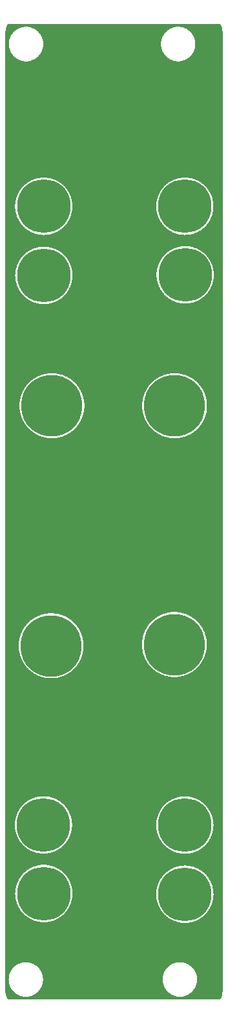
<source format=gtl>
G04 MADE WITH FRITZING*
G04 WWW.FRITZING.ORG*
G04 DOUBLE SIDED*
G04 HOLES PLATED*
G04 CONTOUR ON CENTER OF CONTOUR VECTOR*
%ASAXBY*%
%FSLAX23Y23*%
%MOIN*%
%OFA0B0*%
%SFA1.0B1.0*%
%ADD10C,0.075000*%
%ADD11C,0.314961*%
%ADD12C,0.275591*%
%ADD13C,0.000100*%
%ADD14R,0.001000X0.001000*%
%LNCOPPER1*%
G90*
G70*
G54D10*
X77Y4823D03*
X913Y615D03*
X185Y619D03*
X913Y971D03*
X183Y972D03*
X209Y1908D03*
X845Y1914D03*
X846Y3142D03*
X212Y3142D03*
X185Y3799D03*
X914Y3801D03*
X913Y4154D03*
X184Y4154D03*
G54D11*
X903Y3085D03*
X270Y3085D03*
X902Y1856D03*
G54D12*
X228Y3755D03*
X958Y3758D03*
X228Y4111D03*
X956Y4111D03*
X226Y929D03*
X228Y576D03*
X956Y927D03*
X956Y572D03*
G54D11*
X266Y1850D03*
G54D13*
G36*
X967Y680D02*
X978Y678D01*
X988Y675D01*
X998Y672D01*
X1007Y667D01*
X1016Y662D01*
X1025Y655D01*
X1032Y648D01*
X1040Y641D01*
X1046Y632D01*
X1051Y623D01*
X1056Y614D01*
X1059Y604D01*
X1062Y594D01*
X1063Y583D01*
X1064Y572D01*
X1063Y561D01*
X1062Y550D01*
X1059Y540D01*
X1056Y530D01*
X1051Y521D01*
X1046Y512D01*
X1040Y504D01*
X1032Y495D01*
X1025Y488D01*
X1016Y482D01*
X1007Y477D01*
X998Y472D01*
X988Y469D01*
X978Y466D01*
X967Y464D01*
X956Y464D01*
X944Y465D01*
X934Y466D01*
X923Y469D01*
X914Y472D01*
X904Y477D01*
X896Y482D01*
X887Y489D01*
X879Y496D01*
X872Y504D01*
X866Y512D01*
X861Y521D01*
X856Y530D01*
X853Y540D01*
X850Y550D01*
X848Y561D01*
X848Y572D01*
X848Y584D01*
X850Y594D01*
X853Y605D01*
X856Y614D01*
X861Y624D01*
X866Y632D01*
X872Y641D01*
X879Y648D01*
X887Y656D01*
X896Y662D01*
X905Y667D01*
X914Y672D01*
X924Y675D01*
X934Y678D01*
X945Y680D01*
X956Y680D01*
X967Y680D01*
D02*
G37*
D02*
G36*
X240Y683D02*
X250Y682D01*
X261Y679D01*
X270Y675D01*
X280Y671D01*
X289Y665D01*
X297Y659D01*
X305Y652D01*
X312Y644D01*
X318Y636D01*
X324Y627D01*
X328Y618D01*
X332Y608D01*
X334Y597D01*
X336Y587D01*
X336Y576D01*
X336Y564D01*
X334Y554D01*
X331Y543D01*
X328Y533D01*
X324Y524D01*
X318Y515D01*
X312Y507D01*
X305Y499D01*
X297Y492D01*
X288Y486D01*
X279Y480D01*
X270Y476D01*
X260Y472D01*
X250Y470D01*
X239Y468D01*
X228Y468D01*
X217Y468D01*
X206Y470D01*
X196Y472D01*
X186Y476D01*
X177Y480D01*
X168Y486D01*
X159Y492D01*
X152Y499D01*
X144Y507D01*
X138Y515D01*
X133Y525D01*
X128Y534D01*
X125Y543D01*
X122Y554D01*
X121Y564D01*
X120Y576D01*
X121Y587D01*
X122Y598D01*
X125Y608D01*
X128Y618D01*
X133Y627D01*
X138Y636D01*
X145Y644D01*
X152Y652D01*
X159Y659D01*
X168Y665D01*
X177Y671D01*
X186Y675D01*
X196Y679D01*
X206Y682D01*
X217Y683D01*
X228Y684D01*
X240Y683D01*
D02*
G37*
D02*
G36*
X967Y1035D02*
X978Y1033D01*
X988Y1031D01*
X998Y1027D01*
X1008Y1023D01*
X1016Y1017D01*
X1025Y1011D01*
X1032Y1004D01*
X1040Y996D01*
X1046Y988D01*
X1051Y979D01*
X1056Y970D01*
X1059Y960D01*
X1062Y949D01*
X1063Y939D01*
X1064Y927D01*
X1063Y916D01*
X1062Y905D01*
X1059Y895D01*
X1056Y885D01*
X1051Y876D01*
X1046Y867D01*
X1039Y859D01*
X1032Y851D01*
X1025Y844D01*
X1016Y838D01*
X1007Y832D01*
X998Y828D01*
X988Y824D01*
X978Y822D01*
X967Y820D01*
X956Y819D01*
X944Y820D01*
X934Y822D01*
X923Y824D01*
X914Y828D01*
X905Y832D01*
X895Y838D01*
X887Y844D01*
X879Y851D01*
X872Y859D01*
X866Y867D01*
X861Y876D01*
X856Y886D01*
X853Y895D01*
X850Y906D01*
X848Y916D01*
X848Y927D01*
X848Y939D01*
X850Y950D01*
X853Y960D01*
X856Y970D01*
X861Y979D01*
X866Y988D01*
X872Y996D01*
X880Y1004D01*
X887Y1011D01*
X896Y1017D01*
X905Y1023D01*
X914Y1027D01*
X924Y1031D01*
X934Y1033D01*
X945Y1035D01*
X956Y1036D01*
X967Y1035D01*
D02*
G37*
D02*
G36*
X238Y1036D02*
X248Y1034D01*
X259Y1032D01*
X269Y1028D01*
X278Y1024D01*
X287Y1018D01*
X295Y1012D01*
X303Y1005D01*
X310Y997D01*
X316Y989D01*
X322Y980D01*
X326Y971D01*
X330Y961D01*
X332Y950D01*
X334Y940D01*
X334Y929D01*
X334Y917D01*
X332Y906D01*
X330Y896D01*
X326Y886D01*
X322Y877D01*
X316Y868D01*
X310Y860D01*
X303Y852D01*
X295Y845D01*
X286Y839D01*
X278Y833D01*
X268Y829D01*
X259Y825D01*
X248Y823D01*
X238Y821D01*
X226Y820D01*
X215Y821D01*
X204Y823D01*
X194Y825D01*
X184Y829D01*
X175Y833D01*
X166Y839D01*
X158Y845D01*
X150Y852D01*
X142Y860D01*
X136Y868D01*
X131Y877D01*
X126Y887D01*
X123Y896D01*
X120Y907D01*
X119Y917D01*
X118Y929D01*
X119Y940D01*
X120Y951D01*
X123Y961D01*
X126Y971D01*
X131Y980D01*
X136Y989D01*
X143Y997D01*
X150Y1005D01*
X158Y1012D01*
X166Y1018D01*
X175Y1024D01*
X184Y1028D01*
X194Y1032D01*
X204Y1035D01*
X215Y1036D01*
X226Y1037D01*
X238Y1036D01*
D02*
G37*
D02*
G36*
X279Y1977D02*
X292Y1976D01*
X304Y1972D01*
X316Y1968D01*
X327Y1963D01*
X337Y1956D01*
X347Y1949D01*
X356Y1941D01*
X365Y1931D01*
X372Y1921D01*
X378Y1911D01*
X384Y1900D01*
X388Y1889D01*
X391Y1876D01*
X393Y1864D01*
X394Y1850D01*
X393Y1837D01*
X391Y1824D01*
X388Y1812D01*
X384Y1800D01*
X378Y1789D01*
X372Y1779D01*
X365Y1769D01*
X356Y1760D01*
X347Y1751D01*
X337Y1744D01*
X327Y1738D01*
X315Y1732D01*
X304Y1728D01*
X292Y1725D01*
X279Y1723D01*
X266Y1723D01*
X252Y1723D01*
X240Y1725D01*
X227Y1728D01*
X216Y1732D01*
X205Y1738D01*
X195Y1744D01*
X185Y1752D01*
X175Y1760D01*
X167Y1769D01*
X160Y1779D01*
X153Y1790D01*
X148Y1801D01*
X144Y1812D01*
X141Y1825D01*
X139Y1837D01*
X138Y1850D01*
X139Y1864D01*
X141Y1876D01*
X144Y1889D01*
X148Y1900D01*
X153Y1911D01*
X160Y1922D01*
X167Y1931D01*
X176Y1941D01*
X185Y1949D01*
X195Y1957D01*
X205Y1963D01*
X216Y1968D01*
X228Y1972D01*
X240Y1976D01*
X253Y1977D01*
X266Y1978D01*
X279Y1977D01*
D02*
G37*
D02*
G36*
X915Y1984D02*
X928Y1982D01*
X940Y1979D01*
X952Y1974D01*
X963Y1969D01*
X973Y1963D01*
X983Y1955D01*
X992Y1947D01*
X1001Y1938D01*
X1008Y1927D01*
X1014Y1917D01*
X1020Y1906D01*
X1024Y1895D01*
X1027Y1882D01*
X1029Y1870D01*
X1030Y1856D01*
X1029Y1843D01*
X1027Y1830D01*
X1024Y1818D01*
X1020Y1807D01*
X1014Y1796D01*
X1008Y1785D01*
X1001Y1775D01*
X992Y1766D01*
X983Y1758D01*
X973Y1750D01*
X963Y1744D01*
X951Y1739D01*
X940Y1734D01*
X928Y1731D01*
X915Y1729D01*
X902Y1729D01*
X888Y1729D01*
X876Y1731D01*
X863Y1734D01*
X852Y1739D01*
X841Y1744D01*
X831Y1750D01*
X821Y1758D01*
X811Y1766D01*
X803Y1776D01*
X795Y1785D01*
X789Y1796D01*
X784Y1807D01*
X780Y1818D01*
X777Y1831D01*
X775Y1843D01*
X774Y1856D01*
X775Y1870D01*
X777Y1882D01*
X780Y1895D01*
X784Y1906D01*
X789Y1917D01*
X796Y1928D01*
X803Y1938D01*
X811Y1947D01*
X821Y1955D01*
X831Y1963D01*
X841Y1969D01*
X852Y1974D01*
X864Y1979D01*
X876Y1982D01*
X888Y1984D01*
X902Y1984D01*
X915Y1984D01*
D02*
G37*
D02*
G36*
X916Y3212D02*
X929Y3210D01*
X941Y3207D01*
X953Y3203D01*
X964Y3197D01*
X974Y3191D01*
X984Y3183D01*
X993Y3175D01*
X1002Y3166D01*
X1009Y3156D01*
X1015Y3146D01*
X1021Y3134D01*
X1025Y3123D01*
X1028Y3110D01*
X1030Y3098D01*
X1031Y3085D01*
X1030Y3071D01*
X1028Y3059D01*
X1025Y3046D01*
X1021Y3035D01*
X1015Y3024D01*
X1009Y3013D01*
X1002Y3003D01*
X993Y2994D01*
X984Y2986D01*
X974Y2978D01*
X964Y2972D01*
X953Y2967D01*
X941Y2963D01*
X929Y2959D01*
X916Y2958D01*
X903Y2957D01*
X889Y2958D01*
X877Y2959D01*
X864Y2963D01*
X853Y2967D01*
X842Y2972D01*
X831Y2979D01*
X822Y2986D01*
X812Y2995D01*
X804Y3004D01*
X797Y3014D01*
X790Y3024D01*
X785Y3035D01*
X781Y3047D01*
X778Y3059D01*
X776Y3072D01*
X775Y3085D01*
X776Y3098D01*
X778Y3111D01*
X781Y3123D01*
X785Y3134D01*
X791Y3146D01*
X797Y3156D01*
X804Y3166D01*
X813Y3175D01*
X822Y3184D01*
X832Y3191D01*
X842Y3197D01*
X853Y3203D01*
X865Y3207D01*
X877Y3210D01*
X890Y3212D01*
X903Y3212D01*
X916Y3212D01*
D02*
G37*
D02*
G36*
X283Y3212D02*
X296Y3210D01*
X308Y3207D01*
X319Y3203D01*
X331Y3197D01*
X341Y3191D01*
X351Y3183D01*
X360Y3175D01*
X368Y3166D01*
X376Y3156D01*
X382Y3146D01*
X388Y3134D01*
X392Y3123D01*
X395Y3111D01*
X397Y3098D01*
X397Y3085D01*
X397Y3071D01*
X395Y3059D01*
X392Y3046D01*
X388Y3035D01*
X382Y3024D01*
X376Y3014D01*
X369Y3004D01*
X360Y2994D01*
X351Y2986D01*
X341Y2979D01*
X330Y2972D01*
X319Y2967D01*
X308Y2963D01*
X295Y2960D01*
X283Y2958D01*
X269Y2957D01*
X256Y2958D01*
X244Y2960D01*
X231Y2963D01*
X220Y2967D01*
X209Y2972D01*
X198Y2979D01*
X189Y2986D01*
X179Y2995D01*
X170Y3004D01*
X163Y3014D01*
X157Y3024D01*
X152Y3035D01*
X147Y3047D01*
X144Y3059D01*
X142Y3072D01*
X142Y3085D01*
X142Y3098D01*
X144Y3111D01*
X148Y3123D01*
X152Y3135D01*
X157Y3146D01*
X163Y3156D01*
X171Y3166D01*
X179Y3175D01*
X189Y3184D01*
X198Y3191D01*
X209Y3197D01*
X220Y3203D01*
X231Y3207D01*
X244Y3210D01*
X256Y3212D01*
X269Y3213D01*
X283Y3212D01*
D02*
G37*
D02*
G36*
X240Y3863D02*
X250Y3861D01*
X261Y3858D01*
X270Y3855D01*
X280Y3850D01*
X289Y3845D01*
X297Y3839D01*
X305Y3831D01*
X312Y3824D01*
X318Y3815D01*
X323Y3807D01*
X328Y3797D01*
X331Y3787D01*
X334Y3777D01*
X336Y3766D01*
X336Y3755D01*
X336Y3744D01*
X334Y3733D01*
X331Y3723D01*
X328Y3713D01*
X323Y3703D01*
X318Y3695D01*
X312Y3686D01*
X305Y3679D01*
X297Y3671D01*
X288Y3665D01*
X279Y3660D01*
X270Y3655D01*
X260Y3652D01*
X250Y3649D01*
X239Y3648D01*
X228Y3647D01*
X217Y3648D01*
X206Y3649D01*
X196Y3652D01*
X186Y3655D01*
X177Y3660D01*
X168Y3665D01*
X159Y3672D01*
X152Y3679D01*
X144Y3687D01*
X138Y3695D01*
X133Y3704D01*
X128Y3713D01*
X125Y3723D01*
X122Y3733D01*
X121Y3744D01*
X120Y3755D01*
X121Y3767D01*
X122Y3777D01*
X125Y3788D01*
X128Y3797D01*
X133Y3807D01*
X138Y3816D01*
X145Y3824D01*
X152Y3832D01*
X160Y3839D01*
X168Y3845D01*
X177Y3851D01*
X186Y3855D01*
X196Y3858D01*
X206Y3861D01*
X217Y3863D01*
X228Y3863D01*
X240Y3863D01*
D02*
G37*
D02*
G36*
X969Y3865D02*
X980Y3864D01*
X990Y3861D01*
X1000Y3858D01*
X1009Y3853D01*
X1018Y3848D01*
X1026Y3841D01*
X1034Y3834D01*
X1041Y3826D01*
X1048Y3818D01*
X1053Y3809D01*
X1057Y3800D01*
X1061Y3790D01*
X1064Y3780D01*
X1065Y3769D01*
X1066Y3758D01*
X1065Y3746D01*
X1064Y3736D01*
X1061Y3726D01*
X1057Y3716D01*
X1053Y3707D01*
X1047Y3697D01*
X1041Y3689D01*
X1034Y3681D01*
X1026Y3674D01*
X1018Y3668D01*
X1009Y3663D01*
X999Y3658D01*
X990Y3655D01*
X979Y3652D01*
X969Y3650D01*
X958Y3650D01*
X946Y3650D01*
X936Y3652D01*
X925Y3655D01*
X915Y3658D01*
X906Y3663D01*
X897Y3668D01*
X889Y3674D01*
X881Y3681D01*
X874Y3690D01*
X868Y3698D01*
X862Y3707D01*
X858Y3716D01*
X854Y3725D01*
X852Y3736D01*
X850Y3747D01*
X850Y3758D01*
X850Y3769D01*
X852Y3780D01*
X854Y3791D01*
X858Y3800D01*
X863Y3810D01*
X868Y3818D01*
X874Y3827D01*
X881Y3834D01*
X889Y3841D01*
X897Y3848D01*
X906Y3853D01*
X916Y3858D01*
X925Y3861D01*
X936Y3864D01*
X946Y3865D01*
X957Y3866D01*
X969Y3865D01*
D02*
G37*
D02*
G36*
X967Y4218D02*
X978Y4217D01*
X988Y4214D01*
X998Y4210D01*
X1007Y4206D01*
X1016Y4200D01*
X1025Y4194D01*
X1032Y4187D01*
X1040Y4179D01*
X1046Y4171D01*
X1051Y4162D01*
X1056Y4153D01*
X1059Y4143D01*
X1062Y4132D01*
X1063Y4122D01*
X1064Y4111D01*
X1063Y4099D01*
X1062Y4089D01*
X1059Y4078D01*
X1056Y4068D01*
X1051Y4059D01*
X1046Y4050D01*
X1039Y4042D01*
X1032Y4034D01*
X1024Y4027D01*
X1016Y4021D01*
X1007Y4015D01*
X998Y4011D01*
X988Y4007D01*
X978Y4005D01*
X967Y4003D01*
X956Y4003D01*
X944Y4003D01*
X934Y4005D01*
X923Y4007D01*
X914Y4011D01*
X904Y4015D01*
X895Y4021D01*
X887Y4027D01*
X879Y4034D01*
X872Y4042D01*
X866Y4050D01*
X860Y4060D01*
X856Y4069D01*
X852Y4078D01*
X850Y4089D01*
X848Y4099D01*
X848Y4111D01*
X848Y4122D01*
X850Y4133D01*
X853Y4143D01*
X856Y4153D01*
X860Y4162D01*
X866Y4171D01*
X872Y4179D01*
X879Y4187D01*
X887Y4194D01*
X896Y4200D01*
X905Y4206D01*
X914Y4210D01*
X924Y4214D01*
X934Y4217D01*
X945Y4218D01*
X956Y4219D01*
X967Y4218D01*
D02*
G37*
D02*
G36*
X239Y4218D02*
X250Y4217D01*
X260Y4214D01*
X270Y4210D01*
X279Y4206D01*
X288Y4200D01*
X297Y4194D01*
X304Y4187D01*
X311Y4179D01*
X318Y4171D01*
X323Y4162D01*
X328Y4153D01*
X331Y4143D01*
X334Y4132D01*
X335Y4122D01*
X336Y4111D01*
X335Y4099D01*
X334Y4089D01*
X331Y4078D01*
X327Y4068D01*
X323Y4059D01*
X318Y4050D01*
X311Y4042D01*
X304Y4034D01*
X296Y4027D01*
X288Y4021D01*
X279Y4015D01*
X270Y4011D01*
X260Y4007D01*
X250Y4005D01*
X239Y4003D01*
X228Y4003D01*
X216Y4003D01*
X206Y4005D01*
X195Y4007D01*
X185Y4011D01*
X176Y4015D01*
X167Y4021D01*
X159Y4027D01*
X151Y4034D01*
X144Y4042D01*
X138Y4050D01*
X132Y4059D01*
X128Y4069D01*
X124Y4078D01*
X122Y4089D01*
X120Y4099D01*
X120Y4111D01*
X120Y4122D01*
X122Y4133D01*
X124Y4143D01*
X128Y4153D01*
X133Y4162D01*
X138Y4171D01*
X144Y4179D01*
X151Y4187D01*
X159Y4194D01*
X167Y4200D01*
X177Y4206D01*
X186Y4210D01*
X196Y4214D01*
X206Y4217D01*
X216Y4218D01*
X228Y4219D01*
X239Y4218D01*
D02*
G37*
D02*
G54D14*
X44Y5048D02*
X1138Y5048D01*
X43Y5047D02*
X1139Y5047D01*
X42Y5046D02*
X1140Y5046D01*
X42Y5045D02*
X1140Y5045D01*
X41Y5044D02*
X1141Y5044D01*
X40Y5043D02*
X1142Y5043D01*
X40Y5042D02*
X1142Y5042D01*
X39Y5041D02*
X1143Y5041D01*
X39Y5040D02*
X1143Y5040D01*
X38Y5039D02*
X1144Y5039D01*
X38Y5038D02*
X1144Y5038D01*
X37Y5037D02*
X1145Y5037D01*
X37Y5036D02*
X1145Y5036D01*
X36Y5035D02*
X1146Y5035D01*
X36Y5034D02*
X1146Y5034D01*
X36Y5033D02*
X125Y5033D01*
X148Y5033D02*
X910Y5033D01*
X933Y5033D02*
X1146Y5033D01*
X36Y5032D02*
X119Y5032D01*
X155Y5032D02*
X904Y5032D01*
X940Y5032D02*
X1146Y5032D01*
X35Y5031D02*
X115Y5031D01*
X159Y5031D02*
X900Y5031D01*
X944Y5031D02*
X1147Y5031D01*
X35Y5030D02*
X111Y5030D01*
X163Y5030D02*
X896Y5030D01*
X948Y5030D02*
X1147Y5030D01*
X35Y5029D02*
X108Y5029D01*
X166Y5029D02*
X893Y5029D01*
X951Y5029D02*
X1147Y5029D01*
X34Y5028D02*
X105Y5028D01*
X168Y5028D02*
X890Y5028D01*
X953Y5028D02*
X1148Y5028D01*
X34Y5027D02*
X103Y5027D01*
X171Y5027D02*
X888Y5027D01*
X956Y5027D02*
X1148Y5027D01*
X34Y5026D02*
X100Y5026D01*
X173Y5026D02*
X885Y5026D01*
X958Y5026D02*
X1148Y5026D01*
X33Y5025D02*
X98Y5025D01*
X176Y5025D02*
X883Y5025D01*
X960Y5025D02*
X1148Y5025D01*
X33Y5024D02*
X96Y5024D01*
X178Y5024D02*
X881Y5024D01*
X963Y5024D02*
X1149Y5024D01*
X33Y5023D02*
X94Y5023D01*
X180Y5023D02*
X879Y5023D01*
X965Y5023D02*
X1149Y5023D01*
X33Y5022D02*
X92Y5022D01*
X181Y5022D02*
X877Y5022D01*
X966Y5022D02*
X1149Y5022D01*
X33Y5021D02*
X91Y5021D01*
X183Y5021D02*
X876Y5021D01*
X968Y5021D02*
X1149Y5021D01*
X33Y5020D02*
X89Y5020D01*
X185Y5020D02*
X874Y5020D01*
X970Y5020D02*
X1149Y5020D01*
X32Y5019D02*
X88Y5019D01*
X186Y5019D02*
X872Y5019D01*
X971Y5019D02*
X1149Y5019D01*
X32Y5018D02*
X86Y5018D01*
X188Y5018D02*
X871Y5018D01*
X973Y5018D02*
X1150Y5018D01*
X32Y5017D02*
X85Y5017D01*
X189Y5017D02*
X870Y5017D01*
X974Y5017D02*
X1150Y5017D01*
X32Y5016D02*
X83Y5016D01*
X190Y5016D02*
X868Y5016D01*
X975Y5016D02*
X1150Y5016D01*
X32Y5015D02*
X82Y5015D01*
X192Y5015D02*
X867Y5015D01*
X977Y5015D02*
X1150Y5015D01*
X32Y5014D02*
X81Y5014D01*
X193Y5014D02*
X866Y5014D01*
X978Y5014D02*
X1150Y5014D01*
X32Y5013D02*
X79Y5013D01*
X194Y5013D02*
X864Y5013D01*
X979Y5013D02*
X1150Y5013D01*
X31Y5012D02*
X78Y5012D01*
X195Y5012D02*
X863Y5012D01*
X980Y5012D02*
X1150Y5012D01*
X31Y5011D02*
X77Y5011D01*
X196Y5011D02*
X862Y5011D01*
X981Y5011D02*
X1151Y5011D01*
X31Y5010D02*
X76Y5010D01*
X198Y5010D02*
X861Y5010D01*
X982Y5010D02*
X1151Y5010D01*
X31Y5009D02*
X75Y5009D01*
X199Y5009D02*
X860Y5009D01*
X984Y5009D02*
X1151Y5009D01*
X31Y5008D02*
X74Y5008D01*
X200Y5008D02*
X859Y5008D01*
X985Y5008D02*
X1151Y5008D01*
X31Y5007D02*
X73Y5007D01*
X201Y5007D02*
X858Y5007D01*
X986Y5007D02*
X1151Y5007D01*
X31Y5006D02*
X72Y5006D01*
X202Y5006D02*
X857Y5006D01*
X987Y5006D02*
X1151Y5006D01*
X31Y5005D02*
X71Y5005D01*
X203Y5005D02*
X856Y5005D01*
X988Y5005D02*
X1151Y5005D01*
X31Y5004D02*
X70Y5004D01*
X204Y5004D02*
X855Y5004D01*
X988Y5004D02*
X1151Y5004D01*
X31Y5003D02*
X69Y5003D01*
X204Y5003D02*
X854Y5003D01*
X989Y5003D02*
X1151Y5003D01*
X31Y5002D02*
X68Y5002D01*
X205Y5002D02*
X853Y5002D01*
X990Y5002D02*
X1151Y5002D01*
X31Y5001D02*
X68Y5001D01*
X206Y5001D02*
X852Y5001D01*
X991Y5001D02*
X1151Y5001D01*
X31Y5000D02*
X67Y5000D01*
X207Y5000D02*
X852Y5000D01*
X992Y5000D02*
X1151Y5000D01*
X31Y4999D02*
X66Y4999D01*
X208Y4999D02*
X851Y4999D01*
X993Y4999D02*
X1151Y4999D01*
X31Y4998D02*
X65Y4998D01*
X208Y4998D02*
X850Y4998D01*
X993Y4998D02*
X1151Y4998D01*
X31Y4997D02*
X65Y4997D01*
X209Y4997D02*
X849Y4997D01*
X994Y4997D02*
X1151Y4997D01*
X31Y4996D02*
X64Y4996D01*
X210Y4996D02*
X849Y4996D01*
X995Y4996D02*
X1151Y4996D01*
X31Y4995D02*
X63Y4995D01*
X211Y4995D02*
X848Y4995D01*
X996Y4995D02*
X1151Y4995D01*
X31Y4994D02*
X62Y4994D01*
X211Y4994D02*
X847Y4994D01*
X996Y4994D02*
X1151Y4994D01*
X31Y4993D02*
X62Y4993D01*
X212Y4993D02*
X847Y4993D01*
X997Y4993D02*
X1151Y4993D01*
X31Y4992D02*
X61Y4992D01*
X212Y4992D02*
X846Y4992D01*
X997Y4992D02*
X1151Y4992D01*
X31Y4991D02*
X61Y4991D01*
X213Y4991D02*
X846Y4991D01*
X998Y4991D02*
X1151Y4991D01*
X31Y4990D02*
X60Y4990D01*
X214Y4990D02*
X845Y4990D01*
X999Y4990D02*
X1151Y4990D01*
X31Y4989D02*
X59Y4989D01*
X214Y4989D02*
X844Y4989D01*
X999Y4989D02*
X1151Y4989D01*
X31Y4988D02*
X59Y4988D01*
X215Y4988D02*
X844Y4988D01*
X1000Y4988D02*
X1151Y4988D01*
X31Y4987D02*
X58Y4987D01*
X215Y4987D02*
X843Y4987D01*
X1000Y4987D02*
X1151Y4987D01*
X31Y4986D02*
X58Y4986D01*
X216Y4986D02*
X843Y4986D01*
X1001Y4986D02*
X1151Y4986D01*
X31Y4985D02*
X57Y4985D01*
X216Y4985D02*
X842Y4985D01*
X1001Y4985D02*
X1151Y4985D01*
X31Y4984D02*
X57Y4984D01*
X217Y4984D02*
X842Y4984D01*
X1002Y4984D02*
X1151Y4984D01*
X31Y4983D02*
X56Y4983D01*
X217Y4983D02*
X841Y4983D01*
X1002Y4983D02*
X1151Y4983D01*
X31Y4982D02*
X56Y4982D01*
X218Y4982D02*
X841Y4982D01*
X1003Y4982D02*
X1151Y4982D01*
X31Y4981D02*
X55Y4981D01*
X218Y4981D02*
X840Y4981D01*
X1003Y4981D02*
X1151Y4981D01*
X31Y4980D02*
X55Y4980D01*
X219Y4980D02*
X840Y4980D01*
X1004Y4980D02*
X1151Y4980D01*
X31Y4979D02*
X54Y4979D01*
X219Y4979D02*
X839Y4979D01*
X1004Y4979D02*
X1151Y4979D01*
X31Y4978D02*
X54Y4978D01*
X220Y4978D02*
X839Y4978D01*
X1005Y4978D02*
X1151Y4978D01*
X31Y4977D02*
X54Y4977D01*
X220Y4977D02*
X839Y4977D01*
X1005Y4977D02*
X1151Y4977D01*
X31Y4976D02*
X53Y4976D01*
X220Y4976D02*
X838Y4976D01*
X1005Y4976D02*
X1151Y4976D01*
X31Y4975D02*
X53Y4975D01*
X221Y4975D02*
X838Y4975D01*
X1006Y4975D02*
X1151Y4975D01*
X31Y4974D02*
X53Y4974D01*
X221Y4974D02*
X837Y4974D01*
X1006Y4974D02*
X1151Y4974D01*
X31Y4973D02*
X52Y4973D01*
X221Y4973D02*
X837Y4973D01*
X1006Y4973D02*
X1151Y4973D01*
X31Y4972D02*
X52Y4972D01*
X222Y4972D02*
X837Y4972D01*
X1007Y4972D02*
X1151Y4972D01*
X31Y4971D02*
X52Y4971D01*
X222Y4971D02*
X836Y4971D01*
X1007Y4971D02*
X1151Y4971D01*
X31Y4970D02*
X51Y4970D01*
X222Y4970D02*
X836Y4970D01*
X1007Y4970D02*
X1151Y4970D01*
X31Y4969D02*
X51Y4969D01*
X223Y4969D02*
X836Y4969D01*
X1008Y4969D02*
X1151Y4969D01*
X31Y4968D02*
X51Y4968D01*
X223Y4968D02*
X836Y4968D01*
X1008Y4968D02*
X1151Y4968D01*
X31Y4967D02*
X50Y4967D01*
X223Y4967D02*
X835Y4967D01*
X1008Y4967D02*
X1151Y4967D01*
X31Y4966D02*
X50Y4966D01*
X224Y4966D02*
X835Y4966D01*
X1008Y4966D02*
X1151Y4966D01*
X31Y4965D02*
X50Y4965D01*
X224Y4965D02*
X835Y4965D01*
X1009Y4965D02*
X1151Y4965D01*
X31Y4964D02*
X50Y4964D01*
X224Y4964D02*
X835Y4964D01*
X1009Y4964D02*
X1151Y4964D01*
X31Y4963D02*
X49Y4963D01*
X224Y4963D02*
X834Y4963D01*
X1009Y4963D02*
X1151Y4963D01*
X31Y4962D02*
X49Y4962D01*
X224Y4962D02*
X834Y4962D01*
X1009Y4962D02*
X1151Y4962D01*
X31Y4961D02*
X49Y4961D01*
X225Y4961D02*
X834Y4961D01*
X1009Y4961D02*
X1151Y4961D01*
X31Y4960D02*
X49Y4960D01*
X225Y4960D02*
X834Y4960D01*
X1010Y4960D02*
X1151Y4960D01*
X31Y4959D02*
X49Y4959D01*
X225Y4959D02*
X834Y4959D01*
X1010Y4959D02*
X1151Y4959D01*
X31Y4958D02*
X49Y4958D01*
X225Y4958D02*
X834Y4958D01*
X1010Y4958D02*
X1151Y4958D01*
X31Y4957D02*
X49Y4957D01*
X225Y4957D02*
X833Y4957D01*
X1010Y4957D02*
X1151Y4957D01*
X31Y4956D02*
X48Y4956D01*
X225Y4956D02*
X833Y4956D01*
X1010Y4956D02*
X1151Y4956D01*
X31Y4955D02*
X48Y4955D01*
X226Y4955D02*
X833Y4955D01*
X1010Y4955D02*
X1151Y4955D01*
X31Y4954D02*
X48Y4954D01*
X226Y4954D02*
X833Y4954D01*
X1011Y4954D02*
X1151Y4954D01*
X31Y4953D02*
X48Y4953D01*
X226Y4953D02*
X833Y4953D01*
X1011Y4953D02*
X1151Y4953D01*
X31Y4952D02*
X48Y4952D01*
X226Y4952D02*
X833Y4952D01*
X1011Y4952D02*
X1151Y4952D01*
X31Y4951D02*
X48Y4951D01*
X226Y4951D02*
X833Y4951D01*
X1011Y4951D02*
X1151Y4951D01*
X31Y4950D02*
X48Y4950D01*
X226Y4950D02*
X833Y4950D01*
X1011Y4950D02*
X1151Y4950D01*
X31Y4949D02*
X48Y4949D01*
X226Y4949D02*
X833Y4949D01*
X1011Y4949D02*
X1151Y4949D01*
X31Y4948D02*
X48Y4948D01*
X226Y4948D02*
X833Y4948D01*
X1011Y4948D02*
X1151Y4948D01*
X31Y4947D02*
X48Y4947D01*
X226Y4947D02*
X833Y4947D01*
X1011Y4947D02*
X1151Y4947D01*
X31Y4946D02*
X48Y4946D01*
X226Y4946D02*
X833Y4946D01*
X1011Y4946D02*
X1151Y4946D01*
X31Y4945D02*
X48Y4945D01*
X226Y4945D02*
X833Y4945D01*
X1011Y4945D02*
X1151Y4945D01*
X31Y4944D02*
X48Y4944D01*
X226Y4944D02*
X833Y4944D01*
X1011Y4944D02*
X1151Y4944D01*
X31Y4943D02*
X48Y4943D01*
X226Y4943D02*
X833Y4943D01*
X1011Y4943D02*
X1151Y4943D01*
X31Y4942D02*
X48Y4942D01*
X226Y4942D02*
X833Y4942D01*
X1011Y4942D02*
X1151Y4942D01*
X31Y4941D02*
X48Y4941D01*
X226Y4941D02*
X833Y4941D01*
X1011Y4941D02*
X1151Y4941D01*
X31Y4940D02*
X48Y4940D01*
X226Y4940D02*
X833Y4940D01*
X1011Y4940D02*
X1151Y4940D01*
X31Y4939D02*
X48Y4939D01*
X226Y4939D02*
X833Y4939D01*
X1011Y4939D02*
X1151Y4939D01*
X31Y4938D02*
X48Y4938D01*
X226Y4938D02*
X833Y4938D01*
X1011Y4938D02*
X1151Y4938D01*
X31Y4937D02*
X48Y4937D01*
X226Y4937D02*
X833Y4937D01*
X1011Y4937D02*
X1151Y4937D01*
X31Y4936D02*
X48Y4936D01*
X226Y4936D02*
X833Y4936D01*
X1011Y4936D02*
X1151Y4936D01*
X31Y4935D02*
X48Y4935D01*
X226Y4935D02*
X833Y4935D01*
X1010Y4935D02*
X1151Y4935D01*
X31Y4934D02*
X48Y4934D01*
X225Y4934D02*
X833Y4934D01*
X1010Y4934D02*
X1151Y4934D01*
X31Y4933D02*
X48Y4933D01*
X225Y4933D02*
X833Y4933D01*
X1010Y4933D02*
X1151Y4933D01*
X31Y4932D02*
X49Y4932D01*
X225Y4932D02*
X834Y4932D01*
X1010Y4932D02*
X1151Y4932D01*
X31Y4931D02*
X49Y4931D01*
X225Y4931D02*
X834Y4931D01*
X1010Y4931D02*
X1151Y4931D01*
X31Y4930D02*
X49Y4930D01*
X225Y4930D02*
X834Y4930D01*
X1010Y4930D02*
X1151Y4930D01*
X31Y4929D02*
X49Y4929D01*
X225Y4929D02*
X834Y4929D01*
X1010Y4929D02*
X1151Y4929D01*
X31Y4928D02*
X49Y4928D01*
X224Y4928D02*
X834Y4928D01*
X1009Y4928D02*
X1151Y4928D01*
X31Y4927D02*
X49Y4927D01*
X224Y4927D02*
X834Y4927D01*
X1009Y4927D02*
X1151Y4927D01*
X31Y4926D02*
X50Y4926D01*
X224Y4926D02*
X835Y4926D01*
X1009Y4926D02*
X1151Y4926D01*
X31Y4925D02*
X50Y4925D01*
X224Y4925D02*
X835Y4925D01*
X1009Y4925D02*
X1151Y4925D01*
X31Y4924D02*
X50Y4924D01*
X223Y4924D02*
X835Y4924D01*
X1008Y4924D02*
X1151Y4924D01*
X31Y4923D02*
X51Y4923D01*
X223Y4923D02*
X835Y4923D01*
X1008Y4923D02*
X1151Y4923D01*
X31Y4922D02*
X51Y4922D01*
X223Y4922D02*
X836Y4922D01*
X1008Y4922D02*
X1151Y4922D01*
X31Y4921D02*
X51Y4921D01*
X223Y4921D02*
X836Y4921D01*
X1008Y4921D02*
X1151Y4921D01*
X31Y4920D02*
X51Y4920D01*
X222Y4920D02*
X836Y4920D01*
X1007Y4920D02*
X1151Y4920D01*
X31Y4919D02*
X52Y4919D01*
X222Y4919D02*
X836Y4919D01*
X1007Y4919D02*
X1151Y4919D01*
X31Y4918D02*
X52Y4918D01*
X222Y4918D02*
X837Y4918D01*
X1007Y4918D02*
X1151Y4918D01*
X31Y4917D02*
X52Y4917D01*
X221Y4917D02*
X837Y4917D01*
X1006Y4917D02*
X1151Y4917D01*
X31Y4916D02*
X53Y4916D01*
X221Y4916D02*
X837Y4916D01*
X1006Y4916D02*
X1151Y4916D01*
X31Y4915D02*
X53Y4915D01*
X221Y4915D02*
X838Y4915D01*
X1006Y4915D02*
X1151Y4915D01*
X31Y4914D02*
X53Y4914D01*
X220Y4914D02*
X838Y4914D01*
X1005Y4914D02*
X1151Y4914D01*
X31Y4913D02*
X54Y4913D01*
X220Y4913D02*
X839Y4913D01*
X1005Y4913D02*
X1151Y4913D01*
X31Y4912D02*
X54Y4912D01*
X220Y4912D02*
X839Y4912D01*
X1005Y4912D02*
X1151Y4912D01*
X31Y4911D02*
X54Y4911D01*
X219Y4911D02*
X839Y4911D01*
X1004Y4911D02*
X1151Y4911D01*
X31Y4910D02*
X55Y4910D01*
X219Y4910D02*
X840Y4910D01*
X1004Y4910D02*
X1151Y4910D01*
X31Y4909D02*
X55Y4909D01*
X218Y4909D02*
X840Y4909D01*
X1003Y4909D02*
X1151Y4909D01*
X31Y4908D02*
X56Y4908D01*
X218Y4908D02*
X841Y4908D01*
X1003Y4908D02*
X1151Y4908D01*
X31Y4907D02*
X56Y4907D01*
X217Y4907D02*
X841Y4907D01*
X1002Y4907D02*
X1151Y4907D01*
X31Y4906D02*
X57Y4906D01*
X217Y4906D02*
X842Y4906D01*
X1002Y4906D02*
X1151Y4906D01*
X31Y4905D02*
X57Y4905D01*
X216Y4905D02*
X842Y4905D01*
X1001Y4905D02*
X1151Y4905D01*
X31Y4904D02*
X58Y4904D01*
X216Y4904D02*
X843Y4904D01*
X1001Y4904D02*
X1151Y4904D01*
X31Y4903D02*
X58Y4903D01*
X215Y4903D02*
X843Y4903D01*
X1000Y4903D02*
X1151Y4903D01*
X31Y4902D02*
X59Y4902D01*
X215Y4902D02*
X844Y4902D01*
X1000Y4902D02*
X1151Y4902D01*
X31Y4901D02*
X59Y4901D01*
X214Y4901D02*
X844Y4901D01*
X999Y4901D02*
X1151Y4901D01*
X31Y4900D02*
X60Y4900D01*
X214Y4900D02*
X845Y4900D01*
X999Y4900D02*
X1151Y4900D01*
X31Y4899D02*
X61Y4899D01*
X213Y4899D02*
X846Y4899D01*
X998Y4899D02*
X1151Y4899D01*
X31Y4898D02*
X61Y4898D01*
X212Y4898D02*
X846Y4898D01*
X997Y4898D02*
X1151Y4898D01*
X31Y4897D02*
X62Y4897D01*
X212Y4897D02*
X847Y4897D01*
X997Y4897D02*
X1151Y4897D01*
X31Y4896D02*
X62Y4896D01*
X211Y4896D02*
X847Y4896D01*
X996Y4896D02*
X1151Y4896D01*
X31Y4895D02*
X63Y4895D01*
X211Y4895D02*
X848Y4895D01*
X996Y4895D02*
X1151Y4895D01*
X31Y4894D02*
X64Y4894D01*
X210Y4894D02*
X849Y4894D01*
X995Y4894D02*
X1151Y4894D01*
X31Y4893D02*
X65Y4893D01*
X209Y4893D02*
X849Y4893D01*
X994Y4893D02*
X1151Y4893D01*
X31Y4892D02*
X65Y4892D01*
X208Y4892D02*
X850Y4892D01*
X993Y4892D02*
X1151Y4892D01*
X31Y4891D02*
X66Y4891D01*
X208Y4891D02*
X851Y4891D01*
X993Y4891D02*
X1151Y4891D01*
X31Y4890D02*
X67Y4890D01*
X207Y4890D02*
X852Y4890D01*
X992Y4890D02*
X1151Y4890D01*
X31Y4889D02*
X68Y4889D01*
X206Y4889D02*
X852Y4889D01*
X991Y4889D02*
X1151Y4889D01*
X31Y4888D02*
X68Y4888D01*
X205Y4888D02*
X853Y4888D01*
X990Y4888D02*
X1151Y4888D01*
X31Y4887D02*
X69Y4887D01*
X204Y4887D02*
X854Y4887D01*
X989Y4887D02*
X1151Y4887D01*
X31Y4886D02*
X70Y4886D01*
X203Y4886D02*
X855Y4886D01*
X988Y4886D02*
X1151Y4886D01*
X31Y4885D02*
X71Y4885D01*
X203Y4885D02*
X856Y4885D01*
X988Y4885D02*
X1151Y4885D01*
X31Y4884D02*
X72Y4884D01*
X202Y4884D02*
X857Y4884D01*
X987Y4884D02*
X1151Y4884D01*
X31Y4883D02*
X73Y4883D01*
X201Y4883D02*
X858Y4883D01*
X986Y4883D02*
X1151Y4883D01*
X31Y4882D02*
X74Y4882D01*
X200Y4882D02*
X859Y4882D01*
X985Y4882D02*
X1151Y4882D01*
X31Y4881D02*
X75Y4881D01*
X199Y4881D02*
X860Y4881D01*
X984Y4881D02*
X1151Y4881D01*
X31Y4880D02*
X76Y4880D01*
X198Y4880D02*
X861Y4880D01*
X982Y4880D02*
X1151Y4880D01*
X31Y4879D02*
X77Y4879D01*
X196Y4879D02*
X862Y4879D01*
X981Y4879D02*
X1151Y4879D01*
X31Y4878D02*
X78Y4878D01*
X195Y4878D02*
X863Y4878D01*
X980Y4878D02*
X1151Y4878D01*
X31Y4877D02*
X79Y4877D01*
X194Y4877D02*
X864Y4877D01*
X979Y4877D02*
X1151Y4877D01*
X31Y4876D02*
X81Y4876D01*
X193Y4876D02*
X866Y4876D01*
X978Y4876D02*
X1151Y4876D01*
X31Y4875D02*
X82Y4875D01*
X192Y4875D02*
X867Y4875D01*
X977Y4875D02*
X1151Y4875D01*
X31Y4874D02*
X83Y4874D01*
X190Y4874D02*
X868Y4874D01*
X975Y4874D02*
X1151Y4874D01*
X31Y4873D02*
X85Y4873D01*
X189Y4873D02*
X870Y4873D01*
X974Y4873D02*
X1151Y4873D01*
X31Y4872D02*
X86Y4872D01*
X188Y4872D02*
X871Y4872D01*
X973Y4872D02*
X1151Y4872D01*
X31Y4871D02*
X87Y4871D01*
X186Y4871D02*
X872Y4871D01*
X971Y4871D02*
X1151Y4871D01*
X31Y4870D02*
X89Y4870D01*
X185Y4870D02*
X874Y4870D01*
X969Y4870D02*
X1151Y4870D01*
X31Y4869D02*
X91Y4869D01*
X183Y4869D02*
X876Y4869D01*
X968Y4869D02*
X1151Y4869D01*
X31Y4868D02*
X92Y4868D01*
X181Y4868D02*
X877Y4868D01*
X966Y4868D02*
X1151Y4868D01*
X31Y4867D02*
X94Y4867D01*
X180Y4867D02*
X879Y4867D01*
X964Y4867D02*
X1151Y4867D01*
X31Y4866D02*
X96Y4866D01*
X177Y4866D02*
X881Y4866D01*
X962Y4866D02*
X1151Y4866D01*
X31Y4865D02*
X98Y4865D01*
X175Y4865D02*
X883Y4865D01*
X960Y4865D02*
X1151Y4865D01*
X31Y4864D02*
X100Y4864D01*
X173Y4864D02*
X885Y4864D01*
X958Y4864D02*
X1151Y4864D01*
X31Y4863D02*
X102Y4863D01*
X171Y4863D02*
X887Y4863D01*
X956Y4863D02*
X1151Y4863D01*
X31Y4862D02*
X105Y4862D01*
X168Y4862D02*
X890Y4862D01*
X953Y4862D02*
X1151Y4862D01*
X31Y4861D02*
X108Y4861D01*
X166Y4861D02*
X893Y4861D01*
X951Y4861D02*
X1151Y4861D01*
X31Y4860D02*
X111Y4860D01*
X162Y4860D02*
X896Y4860D01*
X947Y4860D02*
X1151Y4860D01*
X31Y4859D02*
X115Y4859D01*
X159Y4859D02*
X900Y4859D01*
X944Y4859D02*
X1151Y4859D01*
X31Y4858D02*
X119Y4858D01*
X155Y4858D02*
X904Y4858D01*
X940Y4858D02*
X1151Y4858D01*
X31Y4857D02*
X126Y4857D01*
X148Y4857D02*
X911Y4857D01*
X933Y4857D02*
X1151Y4857D01*
X31Y4856D02*
X1151Y4856D01*
X31Y4855D02*
X1151Y4855D01*
X31Y4854D02*
X1151Y4854D01*
X31Y4853D02*
X1151Y4853D01*
X31Y4852D02*
X1151Y4852D01*
X31Y4851D02*
X1151Y4851D01*
X31Y4850D02*
X1151Y4850D01*
X31Y4849D02*
X1151Y4849D01*
X31Y4848D02*
X1151Y4848D01*
X31Y4847D02*
X1151Y4847D01*
X31Y4846D02*
X1151Y4846D01*
X31Y4845D02*
X1151Y4845D01*
X31Y4844D02*
X1151Y4844D01*
X31Y4843D02*
X1151Y4843D01*
X31Y4842D02*
X1151Y4842D01*
X31Y4841D02*
X1151Y4841D01*
X31Y4840D02*
X1151Y4840D01*
X31Y4839D02*
X1151Y4839D01*
X31Y4838D02*
X1151Y4838D01*
X31Y4837D02*
X1151Y4837D01*
X31Y4836D02*
X1151Y4836D01*
X31Y4835D02*
X1151Y4835D01*
X31Y4834D02*
X1151Y4834D01*
X31Y4833D02*
X1151Y4833D01*
X31Y4832D02*
X1151Y4832D01*
X31Y4831D02*
X1151Y4831D01*
X31Y4830D02*
X1151Y4830D01*
X31Y4829D02*
X1151Y4829D01*
X31Y4828D02*
X1151Y4828D01*
X31Y4827D02*
X1151Y4827D01*
X31Y4826D02*
X1151Y4826D01*
X31Y4825D02*
X1151Y4825D01*
X31Y4824D02*
X1151Y4824D01*
X31Y4823D02*
X1151Y4823D01*
X31Y4822D02*
X1151Y4822D01*
X31Y4821D02*
X1151Y4821D01*
X31Y4820D02*
X1151Y4820D01*
X31Y4819D02*
X1151Y4819D01*
X31Y4818D02*
X1151Y4818D01*
X31Y4817D02*
X1151Y4817D01*
X31Y4816D02*
X1151Y4816D01*
X31Y4815D02*
X1151Y4815D01*
X31Y4814D02*
X1151Y4814D01*
X31Y4813D02*
X1151Y4813D01*
X31Y4812D02*
X1151Y4812D01*
X31Y4811D02*
X1151Y4811D01*
X31Y4810D02*
X1151Y4810D01*
X31Y4809D02*
X1151Y4809D01*
X31Y4808D02*
X1151Y4808D01*
X31Y4807D02*
X1151Y4807D01*
X31Y4806D02*
X1151Y4806D01*
X31Y4805D02*
X1151Y4805D01*
X31Y4804D02*
X1151Y4804D01*
X31Y4803D02*
X1151Y4803D01*
X31Y4802D02*
X1151Y4802D01*
X31Y4801D02*
X1151Y4801D01*
X31Y4800D02*
X1151Y4800D01*
X31Y4799D02*
X1151Y4799D01*
X31Y4798D02*
X1151Y4798D01*
X31Y4797D02*
X1151Y4797D01*
X31Y4796D02*
X1151Y4796D01*
X31Y4795D02*
X1151Y4795D01*
X31Y4794D02*
X1151Y4794D01*
X31Y4793D02*
X1151Y4793D01*
X31Y4792D02*
X1151Y4792D01*
X31Y4791D02*
X1151Y4791D01*
X31Y4790D02*
X1151Y4790D01*
X31Y4789D02*
X1151Y4789D01*
X31Y4788D02*
X1151Y4788D01*
X31Y4787D02*
X1151Y4787D01*
X31Y4786D02*
X1151Y4786D01*
X31Y4785D02*
X1151Y4785D01*
X31Y4784D02*
X1151Y4784D01*
X31Y4783D02*
X1151Y4783D01*
X31Y4782D02*
X1151Y4782D01*
X31Y4781D02*
X1151Y4781D01*
X31Y4780D02*
X1151Y4780D01*
X31Y4779D02*
X1151Y4779D01*
X31Y4778D02*
X1151Y4778D01*
X31Y4777D02*
X1151Y4777D01*
X31Y4776D02*
X1151Y4776D01*
X31Y4775D02*
X1151Y4775D01*
X31Y4774D02*
X1151Y4774D01*
X31Y4773D02*
X1151Y4773D01*
X31Y4772D02*
X1151Y4772D01*
X31Y4771D02*
X1151Y4771D01*
X31Y4770D02*
X1151Y4770D01*
X31Y4769D02*
X1151Y4769D01*
X31Y4768D02*
X1151Y4768D01*
X31Y4767D02*
X1151Y4767D01*
X31Y4766D02*
X1151Y4766D01*
X31Y4765D02*
X1151Y4765D01*
X31Y4764D02*
X1151Y4764D01*
X31Y4763D02*
X1151Y4763D01*
X31Y4762D02*
X1151Y4762D01*
X31Y4761D02*
X1151Y4761D01*
X31Y4760D02*
X1151Y4760D01*
X31Y4759D02*
X1151Y4759D01*
X31Y4758D02*
X1151Y4758D01*
X31Y4757D02*
X1151Y4757D01*
X31Y4756D02*
X1151Y4756D01*
X31Y4755D02*
X1151Y4755D01*
X31Y4754D02*
X1151Y4754D01*
X31Y4753D02*
X1151Y4753D01*
X31Y4752D02*
X1151Y4752D01*
X31Y4751D02*
X1151Y4751D01*
X31Y4750D02*
X1151Y4750D01*
X31Y4749D02*
X1151Y4749D01*
X31Y4748D02*
X1151Y4748D01*
X31Y4747D02*
X1151Y4747D01*
X31Y4746D02*
X1151Y4746D01*
X31Y4745D02*
X1151Y4745D01*
X31Y4744D02*
X1151Y4744D01*
X31Y4743D02*
X1151Y4743D01*
X31Y4742D02*
X1151Y4742D01*
X31Y4741D02*
X1151Y4741D01*
X31Y4740D02*
X1151Y4740D01*
X31Y4739D02*
X1151Y4739D01*
X31Y4738D02*
X1151Y4738D01*
X31Y4737D02*
X1151Y4737D01*
X31Y4736D02*
X1151Y4736D01*
X31Y4735D02*
X1151Y4735D01*
X31Y4734D02*
X1151Y4734D01*
X31Y4733D02*
X1151Y4733D01*
X31Y4732D02*
X1151Y4732D01*
X31Y4731D02*
X1151Y4731D01*
X31Y4730D02*
X1151Y4730D01*
X31Y4729D02*
X1151Y4729D01*
X31Y4728D02*
X1151Y4728D01*
X31Y4727D02*
X1151Y4727D01*
X31Y4726D02*
X1151Y4726D01*
X31Y4725D02*
X1151Y4725D01*
X31Y4724D02*
X1151Y4724D01*
X31Y4723D02*
X1151Y4723D01*
X31Y4722D02*
X1151Y4722D01*
X31Y4721D02*
X1151Y4721D01*
X31Y4720D02*
X1151Y4720D01*
X31Y4719D02*
X1151Y4719D01*
X31Y4718D02*
X1151Y4718D01*
X31Y4717D02*
X1151Y4717D01*
X31Y4716D02*
X1151Y4716D01*
X31Y4715D02*
X1151Y4715D01*
X31Y4714D02*
X1151Y4714D01*
X31Y4713D02*
X1151Y4713D01*
X31Y4712D02*
X1151Y4712D01*
X31Y4711D02*
X1151Y4711D01*
X31Y4710D02*
X1151Y4710D01*
X31Y4709D02*
X1151Y4709D01*
X31Y4708D02*
X1151Y4708D01*
X31Y4707D02*
X1151Y4707D01*
X31Y4706D02*
X1151Y4706D01*
X31Y4705D02*
X1151Y4705D01*
X31Y4704D02*
X1151Y4704D01*
X31Y4703D02*
X1151Y4703D01*
X31Y4702D02*
X1151Y4702D01*
X31Y4701D02*
X1151Y4701D01*
X31Y4700D02*
X1151Y4700D01*
X31Y4699D02*
X1151Y4699D01*
X31Y4698D02*
X1151Y4698D01*
X31Y4697D02*
X1151Y4697D01*
X31Y4696D02*
X1151Y4696D01*
X31Y4695D02*
X1151Y4695D01*
X31Y4694D02*
X1151Y4694D01*
X31Y4693D02*
X1151Y4693D01*
X31Y4692D02*
X1151Y4692D01*
X31Y4691D02*
X1151Y4691D01*
X31Y4690D02*
X1151Y4690D01*
X31Y4689D02*
X1151Y4689D01*
X31Y4688D02*
X1151Y4688D01*
X31Y4687D02*
X1151Y4687D01*
X31Y4686D02*
X1151Y4686D01*
X31Y4685D02*
X1151Y4685D01*
X31Y4684D02*
X1151Y4684D01*
X31Y4683D02*
X1151Y4683D01*
X31Y4682D02*
X1151Y4682D01*
X31Y4681D02*
X1151Y4681D01*
X31Y4680D02*
X1151Y4680D01*
X31Y4679D02*
X1151Y4679D01*
X31Y4678D02*
X1151Y4678D01*
X31Y4677D02*
X1151Y4677D01*
X31Y4676D02*
X1151Y4676D01*
X31Y4675D02*
X1151Y4675D01*
X31Y4674D02*
X1151Y4674D01*
X31Y4673D02*
X1151Y4673D01*
X31Y4672D02*
X1151Y4672D01*
X31Y4671D02*
X1151Y4671D01*
X31Y4670D02*
X1151Y4670D01*
X31Y4669D02*
X1151Y4669D01*
X31Y4668D02*
X1151Y4668D01*
X31Y4667D02*
X1151Y4667D01*
X31Y4666D02*
X1151Y4666D01*
X31Y4665D02*
X1151Y4665D01*
X31Y4664D02*
X1151Y4664D01*
X31Y4663D02*
X1151Y4663D01*
X31Y4662D02*
X1151Y4662D01*
X31Y4661D02*
X1151Y4661D01*
X31Y4660D02*
X1151Y4660D01*
X31Y4659D02*
X1151Y4659D01*
X31Y4658D02*
X1151Y4658D01*
X31Y4657D02*
X1151Y4657D01*
X31Y4656D02*
X1151Y4656D01*
X31Y4655D02*
X1151Y4655D01*
X31Y4654D02*
X1151Y4654D01*
X31Y4653D02*
X1151Y4653D01*
X31Y4652D02*
X1151Y4652D01*
X31Y4651D02*
X1151Y4651D01*
X31Y4650D02*
X1151Y4650D01*
X31Y4649D02*
X1151Y4649D01*
X31Y4648D02*
X1151Y4648D01*
X31Y4647D02*
X1151Y4647D01*
X31Y4646D02*
X1151Y4646D01*
X31Y4645D02*
X1151Y4645D01*
X31Y4644D02*
X1151Y4644D01*
X31Y4643D02*
X1151Y4643D01*
X31Y4642D02*
X1151Y4642D01*
X31Y4641D02*
X1151Y4641D01*
X31Y4640D02*
X1151Y4640D01*
X31Y4639D02*
X1151Y4639D01*
X31Y4638D02*
X1151Y4638D01*
X31Y4637D02*
X1151Y4637D01*
X31Y4636D02*
X1151Y4636D01*
X31Y4635D02*
X1151Y4635D01*
X31Y4634D02*
X1151Y4634D01*
X31Y4633D02*
X1151Y4633D01*
X31Y4632D02*
X1151Y4632D01*
X31Y4631D02*
X1151Y4631D01*
X31Y4630D02*
X1151Y4630D01*
X31Y4629D02*
X1151Y4629D01*
X31Y4628D02*
X1151Y4628D01*
X31Y4627D02*
X1151Y4627D01*
X31Y4626D02*
X1151Y4626D01*
X31Y4625D02*
X1151Y4625D01*
X31Y4624D02*
X1151Y4624D01*
X31Y4623D02*
X1151Y4623D01*
X31Y4622D02*
X1151Y4622D01*
X31Y4621D02*
X1151Y4621D01*
X31Y4620D02*
X1151Y4620D01*
X31Y4619D02*
X1151Y4619D01*
X31Y4618D02*
X1151Y4618D01*
X31Y4617D02*
X1151Y4617D01*
X31Y4616D02*
X1151Y4616D01*
X31Y4615D02*
X1151Y4615D01*
X31Y4614D02*
X1151Y4614D01*
X31Y4613D02*
X1151Y4613D01*
X31Y4612D02*
X1151Y4612D01*
X31Y4611D02*
X1151Y4611D01*
X31Y4610D02*
X1151Y4610D01*
X31Y4609D02*
X1151Y4609D01*
X31Y4608D02*
X1151Y4608D01*
X31Y4607D02*
X1151Y4607D01*
X31Y4606D02*
X1151Y4606D01*
X31Y4605D02*
X1151Y4605D01*
X31Y4604D02*
X1151Y4604D01*
X31Y4603D02*
X1151Y4603D01*
X31Y4602D02*
X1151Y4602D01*
X31Y4601D02*
X1151Y4601D01*
X31Y4600D02*
X1151Y4600D01*
X31Y4599D02*
X1151Y4599D01*
X31Y4598D02*
X1151Y4598D01*
X31Y4597D02*
X1151Y4597D01*
X31Y4596D02*
X1151Y4596D01*
X31Y4595D02*
X1151Y4595D01*
X31Y4594D02*
X1151Y4594D01*
X31Y4593D02*
X1151Y4593D01*
X31Y4592D02*
X1151Y4592D01*
X31Y4591D02*
X1151Y4591D01*
X31Y4590D02*
X1151Y4590D01*
X31Y4589D02*
X1151Y4589D01*
X31Y4588D02*
X1151Y4588D01*
X31Y4587D02*
X1151Y4587D01*
X31Y4586D02*
X1151Y4586D01*
X31Y4585D02*
X1151Y4585D01*
X31Y4584D02*
X1151Y4584D01*
X31Y4583D02*
X1151Y4583D01*
X31Y4582D02*
X1151Y4582D01*
X31Y4581D02*
X1151Y4581D01*
X31Y4580D02*
X1151Y4580D01*
X31Y4579D02*
X1151Y4579D01*
X31Y4578D02*
X1151Y4578D01*
X31Y4577D02*
X1151Y4577D01*
X31Y4576D02*
X1151Y4576D01*
X31Y4575D02*
X1151Y4575D01*
X31Y4574D02*
X1151Y4574D01*
X31Y4573D02*
X1151Y4573D01*
X31Y4572D02*
X1151Y4572D01*
X31Y4571D02*
X1151Y4571D01*
X31Y4570D02*
X1151Y4570D01*
X31Y4569D02*
X1151Y4569D01*
X31Y4568D02*
X1151Y4568D01*
X31Y4567D02*
X1151Y4567D01*
X31Y4566D02*
X1151Y4566D01*
X31Y4565D02*
X1151Y4565D01*
X31Y4564D02*
X1151Y4564D01*
X31Y4563D02*
X1151Y4563D01*
X31Y4562D02*
X1151Y4562D01*
X31Y4561D02*
X1151Y4561D01*
X31Y4560D02*
X1151Y4560D01*
X31Y4559D02*
X1151Y4559D01*
X31Y4558D02*
X1151Y4558D01*
X31Y4557D02*
X1151Y4557D01*
X31Y4556D02*
X1151Y4556D01*
X31Y4555D02*
X1151Y4555D01*
X31Y4554D02*
X1151Y4554D01*
X31Y4553D02*
X1151Y4553D01*
X31Y4552D02*
X1151Y4552D01*
X31Y4551D02*
X1151Y4551D01*
X31Y4550D02*
X1151Y4550D01*
X31Y4549D02*
X1151Y4549D01*
X31Y4548D02*
X1151Y4548D01*
X31Y4547D02*
X1151Y4547D01*
X31Y4546D02*
X1151Y4546D01*
X31Y4545D02*
X1151Y4545D01*
X31Y4544D02*
X1151Y4544D01*
X31Y4543D02*
X1151Y4543D01*
X31Y4542D02*
X1151Y4542D01*
X31Y4541D02*
X1151Y4541D01*
X31Y4540D02*
X1151Y4540D01*
X31Y4539D02*
X1151Y4539D01*
X31Y4538D02*
X1151Y4538D01*
X31Y4537D02*
X1151Y4537D01*
X31Y4536D02*
X1151Y4536D01*
X31Y4535D02*
X1151Y4535D01*
X31Y4534D02*
X1151Y4534D01*
X31Y4533D02*
X1151Y4533D01*
X31Y4532D02*
X1151Y4532D01*
X31Y4531D02*
X1151Y4531D01*
X31Y4530D02*
X1151Y4530D01*
X31Y4529D02*
X1151Y4529D01*
X31Y4528D02*
X1151Y4528D01*
X31Y4527D02*
X1151Y4527D01*
X31Y4526D02*
X1151Y4526D01*
X31Y4525D02*
X1151Y4525D01*
X31Y4524D02*
X1151Y4524D01*
X31Y4523D02*
X1151Y4523D01*
X31Y4522D02*
X1151Y4522D01*
X31Y4521D02*
X1151Y4521D01*
X31Y4520D02*
X1151Y4520D01*
X31Y4519D02*
X1151Y4519D01*
X31Y4518D02*
X1151Y4518D01*
X31Y4517D02*
X1151Y4517D01*
X31Y4516D02*
X1151Y4516D01*
X31Y4515D02*
X1151Y4515D01*
X31Y4514D02*
X1151Y4514D01*
X31Y4513D02*
X1151Y4513D01*
X31Y4512D02*
X1151Y4512D01*
X31Y4511D02*
X1151Y4511D01*
X31Y4510D02*
X1151Y4510D01*
X31Y4509D02*
X1151Y4509D01*
X31Y4508D02*
X1151Y4508D01*
X31Y4507D02*
X1151Y4507D01*
X31Y4506D02*
X1151Y4506D01*
X31Y4505D02*
X1151Y4505D01*
X31Y4504D02*
X1151Y4504D01*
X31Y4503D02*
X1151Y4503D01*
X31Y4502D02*
X1151Y4502D01*
X31Y4501D02*
X1151Y4501D01*
X31Y4500D02*
X1151Y4500D01*
X31Y4499D02*
X1151Y4499D01*
X31Y4498D02*
X1151Y4498D01*
X31Y4497D02*
X1151Y4497D01*
X31Y4496D02*
X1151Y4496D01*
X31Y4495D02*
X1151Y4495D01*
X31Y4494D02*
X1151Y4494D01*
X31Y4493D02*
X1151Y4493D01*
X31Y4492D02*
X1151Y4492D01*
X31Y4491D02*
X1151Y4491D01*
X31Y4490D02*
X1151Y4490D01*
X31Y4489D02*
X1151Y4489D01*
X31Y4488D02*
X1151Y4488D01*
X31Y4487D02*
X1151Y4487D01*
X31Y4486D02*
X1151Y4486D01*
X31Y4485D02*
X1151Y4485D01*
X31Y4484D02*
X1151Y4484D01*
X31Y4483D02*
X1151Y4483D01*
X31Y4482D02*
X1151Y4482D01*
X31Y4481D02*
X1151Y4481D01*
X31Y4480D02*
X1151Y4480D01*
X31Y4479D02*
X1151Y4479D01*
X31Y4478D02*
X1151Y4478D01*
X31Y4477D02*
X1151Y4477D01*
X31Y4476D02*
X1151Y4476D01*
X31Y4475D02*
X1151Y4475D01*
X31Y4474D02*
X1151Y4474D01*
X31Y4473D02*
X1151Y4473D01*
X31Y4472D02*
X1151Y4472D01*
X31Y4471D02*
X1151Y4471D01*
X31Y4470D02*
X1151Y4470D01*
X31Y4469D02*
X1151Y4469D01*
X31Y4468D02*
X1151Y4468D01*
X31Y4467D02*
X1151Y4467D01*
X31Y4466D02*
X1151Y4466D01*
X31Y4465D02*
X1151Y4465D01*
X31Y4464D02*
X1151Y4464D01*
X31Y4463D02*
X1151Y4463D01*
X31Y4462D02*
X1151Y4462D01*
X31Y4461D02*
X1151Y4461D01*
X31Y4460D02*
X1151Y4460D01*
X31Y4459D02*
X1151Y4459D01*
X31Y4458D02*
X1151Y4458D01*
X31Y4457D02*
X1151Y4457D01*
X31Y4456D02*
X1151Y4456D01*
X31Y4455D02*
X1151Y4455D01*
X31Y4454D02*
X1151Y4454D01*
X31Y4453D02*
X1151Y4453D01*
X31Y4452D02*
X1151Y4452D01*
X31Y4451D02*
X1151Y4451D01*
X31Y4450D02*
X1151Y4450D01*
X31Y4449D02*
X1151Y4449D01*
X31Y4448D02*
X1151Y4448D01*
X31Y4447D02*
X1151Y4447D01*
X31Y4446D02*
X1151Y4446D01*
X31Y4445D02*
X1151Y4445D01*
X31Y4444D02*
X1151Y4444D01*
X31Y4443D02*
X1151Y4443D01*
X31Y4442D02*
X1151Y4442D01*
X31Y4441D02*
X1151Y4441D01*
X31Y4440D02*
X1151Y4440D01*
X31Y4439D02*
X1151Y4439D01*
X31Y4438D02*
X1151Y4438D01*
X31Y4437D02*
X1151Y4437D01*
X31Y4436D02*
X1151Y4436D01*
X31Y4435D02*
X1151Y4435D01*
X31Y4434D02*
X1151Y4434D01*
X31Y4433D02*
X1151Y4433D01*
X31Y4432D02*
X1151Y4432D01*
X31Y4431D02*
X1151Y4431D01*
X31Y4430D02*
X1151Y4430D01*
X31Y4429D02*
X1151Y4429D01*
X31Y4428D02*
X1151Y4428D01*
X31Y4427D02*
X1151Y4427D01*
X31Y4426D02*
X1151Y4426D01*
X31Y4425D02*
X1151Y4425D01*
X31Y4424D02*
X1151Y4424D01*
X31Y4423D02*
X1151Y4423D01*
X31Y4422D02*
X1151Y4422D01*
X31Y4421D02*
X1151Y4421D01*
X31Y4420D02*
X1151Y4420D01*
X31Y4419D02*
X1151Y4419D01*
X31Y4418D02*
X1151Y4418D01*
X31Y4417D02*
X1151Y4417D01*
X31Y4416D02*
X1151Y4416D01*
X31Y4415D02*
X1151Y4415D01*
X31Y4414D02*
X1151Y4414D01*
X31Y4413D02*
X1151Y4413D01*
X31Y4412D02*
X1151Y4412D01*
X31Y4411D02*
X1151Y4411D01*
X31Y4410D02*
X1151Y4410D01*
X31Y4409D02*
X1151Y4409D01*
X31Y4408D02*
X1151Y4408D01*
X31Y4407D02*
X1151Y4407D01*
X31Y4406D02*
X1151Y4406D01*
X31Y4405D02*
X1151Y4405D01*
X31Y4404D02*
X1151Y4404D01*
X31Y4403D02*
X1151Y4403D01*
X31Y4402D02*
X1151Y4402D01*
X31Y4401D02*
X1151Y4401D01*
X31Y4400D02*
X1151Y4400D01*
X31Y4399D02*
X1151Y4399D01*
X31Y4398D02*
X1151Y4398D01*
X31Y4397D02*
X1151Y4397D01*
X31Y4396D02*
X1151Y4396D01*
X31Y4395D02*
X1151Y4395D01*
X31Y4394D02*
X1151Y4394D01*
X31Y4393D02*
X1151Y4393D01*
X31Y4392D02*
X1151Y4392D01*
X31Y4391D02*
X1151Y4391D01*
X31Y4390D02*
X1151Y4390D01*
X31Y4389D02*
X1151Y4389D01*
X31Y4388D02*
X1151Y4388D01*
X31Y4387D02*
X1151Y4387D01*
X31Y4386D02*
X1151Y4386D01*
X31Y4385D02*
X1151Y4385D01*
X31Y4384D02*
X1151Y4384D01*
X31Y4383D02*
X1151Y4383D01*
X31Y4382D02*
X1151Y4382D01*
X31Y4381D02*
X1151Y4381D01*
X31Y4380D02*
X1151Y4380D01*
X31Y4379D02*
X1151Y4379D01*
X31Y4378D02*
X1151Y4378D01*
X31Y4377D02*
X1151Y4377D01*
X31Y4376D02*
X1151Y4376D01*
X31Y4375D02*
X1151Y4375D01*
X31Y4374D02*
X1151Y4374D01*
X31Y4373D02*
X1151Y4373D01*
X31Y4372D02*
X1151Y4372D01*
X31Y4371D02*
X1151Y4371D01*
X31Y4370D02*
X1151Y4370D01*
X31Y4369D02*
X1151Y4369D01*
X31Y4368D02*
X1151Y4368D01*
X31Y4367D02*
X1151Y4367D01*
X31Y4366D02*
X1151Y4366D01*
X31Y4365D02*
X1151Y4365D01*
X31Y4364D02*
X1151Y4364D01*
X31Y4363D02*
X1151Y4363D01*
X31Y4362D02*
X1151Y4362D01*
X31Y4361D02*
X1151Y4361D01*
X31Y4360D02*
X1151Y4360D01*
X31Y4359D02*
X1151Y4359D01*
X31Y4358D02*
X1151Y4358D01*
X31Y4357D02*
X1151Y4357D01*
X31Y4356D02*
X1151Y4356D01*
X31Y4355D02*
X1151Y4355D01*
X31Y4354D02*
X1151Y4354D01*
X31Y4353D02*
X1151Y4353D01*
X31Y4352D02*
X1151Y4352D01*
X31Y4351D02*
X1151Y4351D01*
X31Y4350D02*
X1151Y4350D01*
X31Y4349D02*
X1151Y4349D01*
X31Y4348D02*
X1151Y4348D01*
X31Y4347D02*
X1151Y4347D01*
X31Y4346D02*
X1151Y4346D01*
X31Y4345D02*
X1151Y4345D01*
X31Y4344D02*
X1151Y4344D01*
X31Y4343D02*
X1151Y4343D01*
X31Y4342D02*
X1151Y4342D01*
X31Y4341D02*
X1151Y4341D01*
X31Y4340D02*
X1151Y4340D01*
X31Y4339D02*
X1151Y4339D01*
X31Y4338D02*
X1151Y4338D01*
X31Y4337D02*
X1151Y4337D01*
X31Y4336D02*
X1151Y4336D01*
X31Y4335D02*
X1151Y4335D01*
X31Y4334D02*
X1151Y4334D01*
X31Y4333D02*
X1151Y4333D01*
X31Y4332D02*
X1151Y4332D01*
X31Y4331D02*
X1151Y4331D01*
X31Y4330D02*
X1151Y4330D01*
X31Y4329D02*
X1151Y4329D01*
X31Y4328D02*
X1151Y4328D01*
X31Y4327D02*
X1151Y4327D01*
X31Y4326D02*
X1151Y4326D01*
X31Y4325D02*
X1151Y4325D01*
X31Y4324D02*
X1151Y4324D01*
X31Y4323D02*
X1151Y4323D01*
X31Y4322D02*
X1151Y4322D01*
X31Y4321D02*
X1151Y4321D01*
X31Y4320D02*
X1151Y4320D01*
X31Y4319D02*
X1151Y4319D01*
X31Y4318D02*
X1151Y4318D01*
X31Y4317D02*
X1151Y4317D01*
X31Y4316D02*
X1151Y4316D01*
X31Y4315D02*
X1151Y4315D01*
X31Y4314D02*
X1151Y4314D01*
X31Y4313D02*
X1151Y4313D01*
X31Y4312D02*
X1151Y4312D01*
X31Y4311D02*
X1151Y4311D01*
X31Y4310D02*
X1151Y4310D01*
X31Y4309D02*
X1151Y4309D01*
X31Y4308D02*
X1151Y4308D01*
X31Y4307D02*
X1151Y4307D01*
X31Y4306D02*
X1151Y4306D01*
X31Y4305D02*
X1151Y4305D01*
X31Y4304D02*
X1151Y4304D01*
X31Y4303D02*
X1151Y4303D01*
X31Y4302D02*
X1151Y4302D01*
X31Y4301D02*
X1151Y4301D01*
X31Y4300D02*
X1151Y4300D01*
X31Y4299D02*
X1151Y4299D01*
X31Y4298D02*
X1151Y4298D01*
X31Y4297D02*
X1151Y4297D01*
X31Y4296D02*
X1151Y4296D01*
X31Y4295D02*
X1151Y4295D01*
X31Y4294D02*
X1151Y4294D01*
X31Y4293D02*
X1151Y4293D01*
X31Y4292D02*
X1151Y4292D01*
X31Y4291D02*
X1151Y4291D01*
X31Y4290D02*
X1151Y4290D01*
X31Y4289D02*
X1151Y4289D01*
X31Y4288D02*
X1151Y4288D01*
X31Y4287D02*
X1151Y4287D01*
X31Y4286D02*
X1151Y4286D01*
X31Y4285D02*
X1151Y4285D01*
X31Y4284D02*
X1151Y4284D01*
X31Y4283D02*
X1151Y4283D01*
X31Y4282D02*
X1151Y4282D01*
X31Y4281D02*
X1151Y4281D01*
X31Y4280D02*
X1151Y4280D01*
X31Y4279D02*
X1151Y4279D01*
X31Y4278D02*
X1151Y4278D01*
X31Y4277D02*
X1151Y4277D01*
X31Y4276D02*
X1151Y4276D01*
X31Y4275D02*
X1151Y4275D01*
X31Y4274D02*
X1151Y4274D01*
X31Y4273D02*
X1151Y4273D01*
X31Y4272D02*
X1151Y4272D01*
X31Y4271D02*
X1151Y4271D01*
X31Y4270D02*
X1151Y4270D01*
X31Y4269D02*
X1151Y4269D01*
X31Y4268D02*
X1151Y4268D01*
X31Y4267D02*
X1151Y4267D01*
X31Y4266D02*
X1151Y4266D01*
X31Y4265D02*
X1151Y4265D01*
X31Y4264D02*
X1151Y4264D01*
X31Y4263D02*
X1151Y4263D01*
X31Y4262D02*
X1151Y4262D01*
X31Y4261D02*
X1151Y4261D01*
X31Y4260D02*
X1151Y4260D01*
X31Y4259D02*
X1151Y4259D01*
X31Y4258D02*
X222Y4258D01*
X235Y4258D02*
X950Y4258D01*
X963Y4258D02*
X1151Y4258D01*
X31Y4257D02*
X210Y4257D01*
X247Y4257D02*
X938Y4257D01*
X975Y4257D02*
X1151Y4257D01*
X31Y4256D02*
X203Y4256D01*
X253Y4256D02*
X931Y4256D01*
X981Y4256D02*
X1151Y4256D01*
X31Y4255D02*
X197Y4255D01*
X259Y4255D02*
X925Y4255D01*
X987Y4255D02*
X1151Y4255D01*
X31Y4254D02*
X193Y4254D01*
X263Y4254D02*
X921Y4254D01*
X991Y4254D02*
X1151Y4254D01*
X31Y4253D02*
X190Y4253D01*
X267Y4253D02*
X918Y4253D01*
X995Y4253D02*
X1151Y4253D01*
X31Y4252D02*
X186Y4252D01*
X271Y4252D02*
X914Y4252D01*
X999Y4252D02*
X1151Y4252D01*
X31Y4251D02*
X182Y4251D01*
X274Y4251D02*
X910Y4251D01*
X1002Y4251D02*
X1151Y4251D01*
X31Y4250D02*
X180Y4250D01*
X277Y4250D02*
X908Y4250D01*
X1005Y4250D02*
X1151Y4250D01*
X31Y4249D02*
X177Y4249D01*
X279Y4249D02*
X905Y4249D01*
X1007Y4249D02*
X1151Y4249D01*
X31Y4248D02*
X174Y4248D01*
X282Y4248D02*
X902Y4248D01*
X1010Y4248D02*
X1151Y4248D01*
X31Y4247D02*
X172Y4247D01*
X285Y4247D02*
X900Y4247D01*
X1013Y4247D02*
X1151Y4247D01*
X31Y4246D02*
X169Y4246D01*
X287Y4246D02*
X897Y4246D01*
X1015Y4246D02*
X1151Y4246D01*
X31Y4245D02*
X167Y4245D01*
X289Y4245D02*
X895Y4245D01*
X1017Y4245D02*
X1151Y4245D01*
X31Y4244D02*
X165Y4244D01*
X291Y4244D02*
X893Y4244D01*
X1019Y4244D02*
X1151Y4244D01*
X31Y4243D02*
X163Y4243D01*
X294Y4243D02*
X891Y4243D01*
X1022Y4243D02*
X1151Y4243D01*
X31Y4242D02*
X161Y4242D01*
X296Y4242D02*
X889Y4242D01*
X1024Y4242D02*
X1151Y4242D01*
X31Y4241D02*
X159Y4241D01*
X298Y4241D02*
X887Y4241D01*
X1026Y4241D02*
X1151Y4241D01*
X31Y4240D02*
X157Y4240D01*
X300Y4240D02*
X885Y4240D01*
X1028Y4240D02*
X1151Y4240D01*
X31Y4239D02*
X155Y4239D01*
X301Y4239D02*
X883Y4239D01*
X1029Y4239D02*
X1151Y4239D01*
X31Y4238D02*
X154Y4238D01*
X303Y4238D02*
X882Y4238D01*
X1031Y4238D02*
X1151Y4238D01*
X31Y4237D02*
X152Y4237D01*
X305Y4237D02*
X880Y4237D01*
X1033Y4237D02*
X1151Y4237D01*
X31Y4236D02*
X150Y4236D01*
X306Y4236D02*
X878Y4236D01*
X1034Y4236D02*
X1151Y4236D01*
X31Y4235D02*
X149Y4235D01*
X308Y4235D02*
X877Y4235D01*
X1036Y4235D02*
X1151Y4235D01*
X31Y4234D02*
X147Y4234D01*
X310Y4234D02*
X875Y4234D01*
X1038Y4234D02*
X1151Y4234D01*
X31Y4233D02*
X145Y4233D01*
X311Y4233D02*
X873Y4233D01*
X1039Y4233D02*
X1151Y4233D01*
X31Y4232D02*
X144Y4232D01*
X313Y4232D02*
X872Y4232D01*
X1041Y4232D02*
X1151Y4232D01*
X31Y4231D02*
X142Y4231D01*
X314Y4231D02*
X870Y4231D01*
X1042Y4231D02*
X1151Y4231D01*
X31Y4230D02*
X141Y4230D01*
X315Y4230D02*
X869Y4230D01*
X1043Y4230D02*
X1151Y4230D01*
X31Y4229D02*
X140Y4229D01*
X317Y4229D02*
X868Y4229D01*
X1045Y4229D02*
X1151Y4229D01*
X31Y4228D02*
X138Y4228D01*
X318Y4228D02*
X866Y4228D01*
X1046Y4228D02*
X1151Y4228D01*
X31Y4227D02*
X137Y4227D01*
X319Y4227D02*
X865Y4227D01*
X1047Y4227D02*
X1151Y4227D01*
X31Y4226D02*
X136Y4226D01*
X321Y4226D02*
X864Y4226D01*
X1049Y4226D02*
X1151Y4226D01*
X31Y4225D02*
X134Y4225D01*
X322Y4225D02*
X862Y4225D01*
X1050Y4225D02*
X1151Y4225D01*
X31Y4224D02*
X133Y4224D01*
X323Y4224D02*
X861Y4224D01*
X1051Y4224D02*
X1151Y4224D01*
X31Y4223D02*
X132Y4223D01*
X324Y4223D02*
X860Y4223D01*
X1052Y4223D02*
X1151Y4223D01*
X31Y4222D02*
X131Y4222D01*
X325Y4222D02*
X859Y4222D01*
X1054Y4222D02*
X1151Y4222D01*
X31Y4221D02*
X130Y4221D01*
X327Y4221D02*
X858Y4221D01*
X1055Y4221D02*
X1151Y4221D01*
X31Y4220D02*
X129Y4220D01*
X328Y4220D02*
X857Y4220D01*
X1056Y4220D02*
X1151Y4220D01*
X31Y4219D02*
X128Y4219D01*
X329Y4219D02*
X856Y4219D01*
X1057Y4219D02*
X1151Y4219D01*
X31Y4218D02*
X127Y4218D01*
X330Y4218D02*
X855Y4218D01*
X1058Y4218D02*
X1151Y4218D01*
X31Y4217D02*
X125Y4217D01*
X331Y4217D02*
X853Y4217D01*
X1059Y4217D02*
X1151Y4217D01*
X31Y4216D02*
X124Y4216D01*
X332Y4216D02*
X852Y4216D01*
X1060Y4216D02*
X1151Y4216D01*
X31Y4215D02*
X123Y4215D01*
X333Y4215D02*
X851Y4215D01*
X1061Y4215D02*
X1151Y4215D01*
X31Y4214D02*
X122Y4214D01*
X334Y4214D02*
X850Y4214D01*
X1062Y4214D02*
X1151Y4214D01*
X31Y4213D02*
X121Y4213D01*
X335Y4213D02*
X849Y4213D01*
X1063Y4213D02*
X1151Y4213D01*
X31Y4212D02*
X120Y4212D01*
X336Y4212D02*
X848Y4212D01*
X1064Y4212D02*
X1151Y4212D01*
X31Y4211D02*
X120Y4211D01*
X337Y4211D02*
X848Y4211D01*
X1065Y4211D02*
X1151Y4211D01*
X31Y4210D02*
X119Y4210D01*
X338Y4210D02*
X847Y4210D01*
X1066Y4210D02*
X1151Y4210D01*
X31Y4209D02*
X118Y4209D01*
X339Y4209D02*
X846Y4209D01*
X1067Y4209D02*
X1151Y4209D01*
X31Y4208D02*
X117Y4208D01*
X340Y4208D02*
X845Y4208D01*
X1068Y4208D02*
X1151Y4208D01*
X31Y4207D02*
X116Y4207D01*
X340Y4207D02*
X844Y4207D01*
X1069Y4207D02*
X1151Y4207D01*
X31Y4206D02*
X115Y4206D01*
X341Y4206D02*
X843Y4206D01*
X1069Y4206D02*
X1151Y4206D01*
X31Y4205D02*
X114Y4205D01*
X342Y4205D02*
X842Y4205D01*
X1070Y4205D02*
X1151Y4205D01*
X31Y4204D02*
X113Y4204D01*
X343Y4204D02*
X841Y4204D01*
X1071Y4204D02*
X1151Y4204D01*
X31Y4203D02*
X113Y4203D01*
X344Y4203D02*
X841Y4203D01*
X1072Y4203D02*
X1151Y4203D01*
X31Y4202D02*
X112Y4202D01*
X345Y4202D02*
X840Y4202D01*
X1073Y4202D02*
X1151Y4202D01*
X31Y4201D02*
X111Y4201D01*
X345Y4201D02*
X839Y4201D01*
X1073Y4201D02*
X1151Y4201D01*
X31Y4200D02*
X110Y4200D01*
X346Y4200D02*
X838Y4200D01*
X1074Y4200D02*
X1151Y4200D01*
X31Y4199D02*
X110Y4199D01*
X347Y4199D02*
X838Y4199D01*
X1075Y4199D02*
X1151Y4199D01*
X31Y4198D02*
X109Y4198D01*
X348Y4198D02*
X837Y4198D01*
X1076Y4198D02*
X1151Y4198D01*
X31Y4197D02*
X108Y4197D01*
X348Y4197D02*
X836Y4197D01*
X1076Y4197D02*
X1151Y4197D01*
X31Y4196D02*
X107Y4196D01*
X349Y4196D02*
X835Y4196D01*
X1077Y4196D02*
X1151Y4196D01*
X31Y4195D02*
X107Y4195D01*
X350Y4195D02*
X835Y4195D01*
X1078Y4195D02*
X1151Y4195D01*
X31Y4194D02*
X106Y4194D01*
X351Y4194D02*
X834Y4194D01*
X1079Y4194D02*
X1151Y4194D01*
X31Y4193D02*
X105Y4193D01*
X351Y4193D02*
X833Y4193D01*
X1079Y4193D02*
X1151Y4193D01*
X31Y4192D02*
X105Y4192D01*
X352Y4192D02*
X833Y4192D01*
X1080Y4192D02*
X1151Y4192D01*
X31Y4191D02*
X104Y4191D01*
X352Y4191D02*
X832Y4191D01*
X1080Y4191D02*
X1151Y4191D01*
X31Y4190D02*
X103Y4190D01*
X353Y4190D02*
X831Y4190D01*
X1081Y4190D02*
X1151Y4190D01*
X31Y4189D02*
X103Y4189D01*
X354Y4189D02*
X831Y4189D01*
X1082Y4189D02*
X1151Y4189D01*
X31Y4188D02*
X102Y4188D01*
X354Y4188D02*
X830Y4188D01*
X1082Y4188D02*
X1151Y4188D01*
X31Y4187D02*
X102Y4187D01*
X355Y4187D02*
X830Y4187D01*
X1083Y4187D02*
X1151Y4187D01*
X31Y4186D02*
X101Y4186D01*
X355Y4186D02*
X829Y4186D01*
X1083Y4186D02*
X1151Y4186D01*
X31Y4185D02*
X100Y4185D01*
X356Y4185D02*
X828Y4185D01*
X1084Y4185D02*
X1151Y4185D01*
X31Y4184D02*
X100Y4184D01*
X357Y4184D02*
X828Y4184D01*
X1085Y4184D02*
X1151Y4184D01*
X31Y4183D02*
X99Y4183D01*
X357Y4183D02*
X827Y4183D01*
X1085Y4183D02*
X1151Y4183D01*
X31Y4182D02*
X99Y4182D01*
X358Y4182D02*
X827Y4182D01*
X1086Y4182D02*
X1151Y4182D01*
X31Y4181D02*
X98Y4181D01*
X358Y4181D02*
X826Y4181D01*
X1086Y4181D02*
X1151Y4181D01*
X31Y4180D02*
X97Y4180D01*
X359Y4180D02*
X825Y4180D01*
X1087Y4180D02*
X1151Y4180D01*
X31Y4179D02*
X97Y4179D01*
X359Y4179D02*
X825Y4179D01*
X1087Y4179D02*
X1151Y4179D01*
X31Y4178D02*
X97Y4178D01*
X360Y4178D02*
X825Y4178D01*
X1088Y4178D02*
X1151Y4178D01*
X31Y4177D02*
X96Y4177D01*
X360Y4177D02*
X824Y4177D01*
X1088Y4177D02*
X1151Y4177D01*
X31Y4176D02*
X96Y4176D01*
X361Y4176D02*
X824Y4176D01*
X1089Y4176D02*
X1151Y4176D01*
X31Y4175D02*
X95Y4175D01*
X361Y4175D02*
X823Y4175D01*
X1089Y4175D02*
X1151Y4175D01*
X31Y4174D02*
X95Y4174D01*
X362Y4174D02*
X823Y4174D01*
X1090Y4174D02*
X1151Y4174D01*
X31Y4173D02*
X94Y4173D01*
X362Y4173D02*
X822Y4173D01*
X1090Y4173D02*
X1151Y4173D01*
X31Y4172D02*
X94Y4172D01*
X363Y4172D02*
X822Y4172D01*
X1091Y4172D02*
X1151Y4172D01*
X31Y4171D02*
X93Y4171D01*
X363Y4171D02*
X821Y4171D01*
X1091Y4171D02*
X1151Y4171D01*
X31Y4170D02*
X93Y4170D01*
X364Y4170D02*
X821Y4170D01*
X1092Y4170D02*
X1151Y4170D01*
X31Y4169D02*
X92Y4169D01*
X364Y4169D02*
X820Y4169D01*
X1092Y4169D02*
X1151Y4169D01*
X31Y4168D02*
X92Y4168D01*
X365Y4168D02*
X820Y4168D01*
X1093Y4168D02*
X1151Y4168D01*
X31Y4167D02*
X91Y4167D01*
X365Y4167D02*
X819Y4167D01*
X1093Y4167D02*
X1151Y4167D01*
X31Y4166D02*
X91Y4166D01*
X365Y4166D02*
X819Y4166D01*
X1093Y4166D02*
X1151Y4166D01*
X31Y4165D02*
X91Y4165D01*
X366Y4165D02*
X819Y4165D01*
X1094Y4165D02*
X1151Y4165D01*
X31Y4164D02*
X90Y4164D01*
X366Y4164D02*
X818Y4164D01*
X1094Y4164D02*
X1151Y4164D01*
X31Y4163D02*
X90Y4163D01*
X367Y4163D02*
X818Y4163D01*
X1095Y4163D02*
X1151Y4163D01*
X31Y4162D02*
X90Y4162D01*
X367Y4162D02*
X818Y4162D01*
X1095Y4162D02*
X1151Y4162D01*
X31Y4161D02*
X89Y4161D01*
X367Y4161D02*
X817Y4161D01*
X1095Y4161D02*
X1151Y4161D01*
X31Y4160D02*
X89Y4160D01*
X368Y4160D02*
X817Y4160D01*
X1096Y4160D02*
X1151Y4160D01*
X31Y4159D02*
X88Y4159D01*
X368Y4159D02*
X816Y4159D01*
X1096Y4159D02*
X1151Y4159D01*
X31Y4158D02*
X88Y4158D01*
X368Y4158D02*
X816Y4158D01*
X1096Y4158D02*
X1151Y4158D01*
X31Y4157D02*
X88Y4157D01*
X369Y4157D02*
X816Y4157D01*
X1097Y4157D02*
X1151Y4157D01*
X31Y4156D02*
X87Y4156D01*
X369Y4156D02*
X815Y4156D01*
X1097Y4156D02*
X1151Y4156D01*
X31Y4155D02*
X87Y4155D01*
X369Y4155D02*
X815Y4155D01*
X1098Y4155D02*
X1151Y4155D01*
X31Y4154D02*
X87Y4154D01*
X370Y4154D02*
X815Y4154D01*
X1098Y4154D02*
X1151Y4154D01*
X31Y4153D02*
X86Y4153D01*
X370Y4153D02*
X814Y4153D01*
X1098Y4153D02*
X1151Y4153D01*
X31Y4152D02*
X86Y4152D01*
X370Y4152D02*
X814Y4152D01*
X1098Y4152D02*
X1151Y4152D01*
X31Y4151D02*
X86Y4151D01*
X371Y4151D02*
X814Y4151D01*
X1099Y4151D02*
X1151Y4151D01*
X31Y4150D02*
X86Y4150D01*
X371Y4150D02*
X814Y4150D01*
X1099Y4150D02*
X1151Y4150D01*
X31Y4149D02*
X85Y4149D01*
X371Y4149D02*
X813Y4149D01*
X1099Y4149D02*
X1151Y4149D01*
X31Y4148D02*
X85Y4148D01*
X371Y4148D02*
X813Y4148D01*
X1099Y4148D02*
X1151Y4148D01*
X31Y4147D02*
X85Y4147D01*
X372Y4147D02*
X813Y4147D01*
X1100Y4147D02*
X1151Y4147D01*
X31Y4146D02*
X85Y4146D01*
X372Y4146D02*
X813Y4146D01*
X1100Y4146D02*
X1151Y4146D01*
X31Y4145D02*
X84Y4145D01*
X372Y4145D02*
X812Y4145D01*
X1100Y4145D02*
X1151Y4145D01*
X31Y4144D02*
X84Y4144D01*
X372Y4144D02*
X812Y4144D01*
X1100Y4144D02*
X1151Y4144D01*
X31Y4143D02*
X84Y4143D01*
X373Y4143D02*
X812Y4143D01*
X1101Y4143D02*
X1151Y4143D01*
X31Y4142D02*
X84Y4142D01*
X373Y4142D02*
X812Y4142D01*
X1101Y4142D02*
X1151Y4142D01*
X31Y4141D02*
X83Y4141D01*
X373Y4141D02*
X811Y4141D01*
X1101Y4141D02*
X1151Y4141D01*
X31Y4140D02*
X83Y4140D01*
X373Y4140D02*
X811Y4140D01*
X1101Y4140D02*
X1151Y4140D01*
X31Y4139D02*
X83Y4139D01*
X374Y4139D02*
X811Y4139D01*
X1102Y4139D02*
X1151Y4139D01*
X31Y4138D02*
X83Y4138D01*
X374Y4138D02*
X811Y4138D01*
X1102Y4138D02*
X1151Y4138D01*
X31Y4137D02*
X83Y4137D01*
X374Y4137D02*
X811Y4137D01*
X1102Y4137D02*
X1151Y4137D01*
X31Y4136D02*
X82Y4136D01*
X374Y4136D02*
X810Y4136D01*
X1102Y4136D02*
X1151Y4136D01*
X31Y4135D02*
X82Y4135D01*
X374Y4135D02*
X810Y4135D01*
X1102Y4135D02*
X1151Y4135D01*
X31Y4134D02*
X82Y4134D01*
X374Y4134D02*
X810Y4134D01*
X1102Y4134D02*
X1151Y4134D01*
X31Y4133D02*
X82Y4133D01*
X374Y4133D02*
X810Y4133D01*
X1103Y4133D02*
X1151Y4133D01*
X31Y4132D02*
X82Y4132D01*
X375Y4132D02*
X810Y4132D01*
X1103Y4132D02*
X1151Y4132D01*
X31Y4131D02*
X82Y4131D01*
X375Y4131D02*
X810Y4131D01*
X1103Y4131D02*
X1151Y4131D01*
X31Y4130D02*
X81Y4130D01*
X375Y4130D02*
X809Y4130D01*
X1103Y4130D02*
X1151Y4130D01*
X31Y4129D02*
X81Y4129D01*
X375Y4129D02*
X809Y4129D01*
X1103Y4129D02*
X1151Y4129D01*
X31Y4128D02*
X81Y4128D01*
X375Y4128D02*
X809Y4128D01*
X1103Y4128D02*
X1151Y4128D01*
X31Y4127D02*
X81Y4127D01*
X375Y4127D02*
X809Y4127D01*
X1103Y4127D02*
X1151Y4127D01*
X31Y4126D02*
X81Y4126D01*
X376Y4126D02*
X809Y4126D01*
X1104Y4126D02*
X1151Y4126D01*
X31Y4125D02*
X81Y4125D01*
X376Y4125D02*
X809Y4125D01*
X1104Y4125D02*
X1151Y4125D01*
X31Y4124D02*
X81Y4124D01*
X376Y4124D02*
X809Y4124D01*
X1104Y4124D02*
X1151Y4124D01*
X31Y4123D02*
X81Y4123D01*
X376Y4123D02*
X809Y4123D01*
X1104Y4123D02*
X1151Y4123D01*
X31Y4122D02*
X80Y4122D01*
X376Y4122D02*
X809Y4122D01*
X1104Y4122D02*
X1151Y4122D01*
X31Y4121D02*
X80Y4121D01*
X376Y4121D02*
X808Y4121D01*
X1104Y4121D02*
X1151Y4121D01*
X31Y4120D02*
X80Y4120D01*
X376Y4120D02*
X808Y4120D01*
X1104Y4120D02*
X1151Y4120D01*
X31Y4119D02*
X80Y4119D01*
X376Y4119D02*
X808Y4119D01*
X1104Y4119D02*
X1151Y4119D01*
X31Y4118D02*
X80Y4118D01*
X376Y4118D02*
X808Y4118D01*
X1104Y4118D02*
X1151Y4118D01*
X31Y4117D02*
X80Y4117D01*
X376Y4117D02*
X808Y4117D01*
X1104Y4117D02*
X1151Y4117D01*
X31Y4116D02*
X80Y4116D01*
X376Y4116D02*
X808Y4116D01*
X1104Y4116D02*
X1151Y4116D01*
X31Y4115D02*
X80Y4115D01*
X376Y4115D02*
X808Y4115D01*
X1104Y4115D02*
X1151Y4115D01*
X31Y4114D02*
X80Y4114D01*
X376Y4114D02*
X808Y4114D01*
X1104Y4114D02*
X1151Y4114D01*
X31Y4113D02*
X80Y4113D01*
X376Y4113D02*
X808Y4113D01*
X1104Y4113D02*
X1151Y4113D01*
X31Y4112D02*
X80Y4112D01*
X376Y4112D02*
X808Y4112D01*
X1104Y4112D02*
X1151Y4112D01*
X31Y4111D02*
X80Y4111D01*
X376Y4111D02*
X808Y4111D01*
X1104Y4111D02*
X1151Y4111D01*
X31Y4110D02*
X80Y4110D01*
X376Y4110D02*
X808Y4110D01*
X1104Y4110D02*
X1151Y4110D01*
X31Y4109D02*
X80Y4109D01*
X376Y4109D02*
X808Y4109D01*
X1104Y4109D02*
X1151Y4109D01*
X31Y4108D02*
X80Y4108D01*
X376Y4108D02*
X808Y4108D01*
X1104Y4108D02*
X1151Y4108D01*
X31Y4107D02*
X80Y4107D01*
X376Y4107D02*
X808Y4107D01*
X1104Y4107D02*
X1151Y4107D01*
X31Y4106D02*
X80Y4106D01*
X376Y4106D02*
X808Y4106D01*
X1104Y4106D02*
X1151Y4106D01*
X31Y4105D02*
X80Y4105D01*
X376Y4105D02*
X808Y4105D01*
X1104Y4105D02*
X1151Y4105D01*
X31Y4104D02*
X80Y4104D01*
X376Y4104D02*
X808Y4104D01*
X1104Y4104D02*
X1151Y4104D01*
X31Y4103D02*
X80Y4103D01*
X376Y4103D02*
X808Y4103D01*
X1104Y4103D02*
X1151Y4103D01*
X31Y4102D02*
X80Y4102D01*
X376Y4102D02*
X808Y4102D01*
X1104Y4102D02*
X1151Y4102D01*
X31Y4101D02*
X80Y4101D01*
X376Y4101D02*
X808Y4101D01*
X1104Y4101D02*
X1151Y4101D01*
X31Y4100D02*
X80Y4100D01*
X376Y4100D02*
X808Y4100D01*
X1104Y4100D02*
X1151Y4100D01*
X31Y4099D02*
X81Y4099D01*
X376Y4099D02*
X809Y4099D01*
X1104Y4099D02*
X1151Y4099D01*
X31Y4098D02*
X81Y4098D01*
X376Y4098D02*
X809Y4098D01*
X1104Y4098D02*
X1151Y4098D01*
X31Y4097D02*
X81Y4097D01*
X376Y4097D02*
X809Y4097D01*
X1104Y4097D02*
X1151Y4097D01*
X31Y4096D02*
X81Y4096D01*
X376Y4096D02*
X809Y4096D01*
X1104Y4096D02*
X1151Y4096D01*
X31Y4095D02*
X81Y4095D01*
X376Y4095D02*
X809Y4095D01*
X1104Y4095D02*
X1151Y4095D01*
X31Y4094D02*
X81Y4094D01*
X375Y4094D02*
X809Y4094D01*
X1103Y4094D02*
X1151Y4094D01*
X31Y4093D02*
X81Y4093D01*
X375Y4093D02*
X809Y4093D01*
X1103Y4093D02*
X1151Y4093D01*
X31Y4092D02*
X81Y4092D01*
X375Y4092D02*
X809Y4092D01*
X1103Y4092D02*
X1151Y4092D01*
X31Y4091D02*
X81Y4091D01*
X375Y4091D02*
X810Y4091D01*
X1103Y4091D02*
X1151Y4091D01*
X31Y4090D02*
X82Y4090D01*
X375Y4090D02*
X810Y4090D01*
X1103Y4090D02*
X1151Y4090D01*
X31Y4089D02*
X82Y4089D01*
X375Y4089D02*
X810Y4089D01*
X1103Y4089D02*
X1151Y4089D01*
X31Y4088D02*
X82Y4088D01*
X374Y4088D02*
X810Y4088D01*
X1103Y4088D02*
X1151Y4088D01*
X31Y4087D02*
X82Y4087D01*
X374Y4087D02*
X810Y4087D01*
X1102Y4087D02*
X1151Y4087D01*
X31Y4086D02*
X82Y4086D01*
X374Y4086D02*
X810Y4086D01*
X1102Y4086D02*
X1151Y4086D01*
X31Y4085D02*
X82Y4085D01*
X374Y4085D02*
X810Y4085D01*
X1102Y4085D02*
X1151Y4085D01*
X31Y4084D02*
X83Y4084D01*
X374Y4084D02*
X811Y4084D01*
X1102Y4084D02*
X1151Y4084D01*
X31Y4083D02*
X83Y4083D01*
X374Y4083D02*
X811Y4083D01*
X1102Y4083D02*
X1151Y4083D01*
X31Y4082D02*
X83Y4082D01*
X374Y4082D02*
X811Y4082D01*
X1102Y4082D02*
X1151Y4082D01*
X31Y4081D02*
X83Y4081D01*
X373Y4081D02*
X811Y4081D01*
X1101Y4081D02*
X1151Y4081D01*
X31Y4080D02*
X83Y4080D01*
X373Y4080D02*
X811Y4080D01*
X1101Y4080D02*
X1151Y4080D01*
X31Y4079D02*
X84Y4079D01*
X373Y4079D02*
X812Y4079D01*
X1101Y4079D02*
X1151Y4079D01*
X31Y4078D02*
X84Y4078D01*
X373Y4078D02*
X812Y4078D01*
X1101Y4078D02*
X1151Y4078D01*
X31Y4077D02*
X84Y4077D01*
X372Y4077D02*
X812Y4077D01*
X1100Y4077D02*
X1151Y4077D01*
X31Y4076D02*
X84Y4076D01*
X372Y4076D02*
X812Y4076D01*
X1100Y4076D02*
X1151Y4076D01*
X31Y4075D02*
X85Y4075D01*
X372Y4075D02*
X813Y4075D01*
X1100Y4075D02*
X1151Y4075D01*
X31Y4074D02*
X85Y4074D01*
X372Y4074D02*
X813Y4074D01*
X1100Y4074D02*
X1151Y4074D01*
X31Y4073D02*
X85Y4073D01*
X371Y4073D02*
X813Y4073D01*
X1099Y4073D02*
X1151Y4073D01*
X31Y4072D02*
X85Y4072D01*
X371Y4072D02*
X813Y4072D01*
X1099Y4072D02*
X1151Y4072D01*
X31Y4071D02*
X86Y4071D01*
X371Y4071D02*
X814Y4071D01*
X1099Y4071D02*
X1151Y4071D01*
X31Y4070D02*
X86Y4070D01*
X371Y4070D02*
X814Y4070D01*
X1099Y4070D02*
X1151Y4070D01*
X31Y4069D02*
X86Y4069D01*
X370Y4069D02*
X814Y4069D01*
X1098Y4069D02*
X1151Y4069D01*
X31Y4068D02*
X86Y4068D01*
X370Y4068D02*
X814Y4068D01*
X1098Y4068D02*
X1151Y4068D01*
X31Y4067D02*
X87Y4067D01*
X370Y4067D02*
X815Y4067D01*
X1098Y4067D02*
X1151Y4067D01*
X31Y4066D02*
X87Y4066D01*
X369Y4066D02*
X815Y4066D01*
X1097Y4066D02*
X1151Y4066D01*
X31Y4065D02*
X87Y4065D01*
X369Y4065D02*
X815Y4065D01*
X1097Y4065D02*
X1151Y4065D01*
X31Y4064D02*
X88Y4064D01*
X369Y4064D02*
X816Y4064D01*
X1097Y4064D02*
X1151Y4064D01*
X31Y4063D02*
X88Y4063D01*
X368Y4063D02*
X816Y4063D01*
X1096Y4063D02*
X1151Y4063D01*
X31Y4062D02*
X88Y4062D01*
X368Y4062D02*
X816Y4062D01*
X1096Y4062D02*
X1151Y4062D01*
X31Y4061D02*
X89Y4061D01*
X368Y4061D02*
X817Y4061D01*
X1096Y4061D02*
X1151Y4061D01*
X31Y4060D02*
X89Y4060D01*
X367Y4060D02*
X817Y4060D01*
X1095Y4060D02*
X1151Y4060D01*
X31Y4059D02*
X90Y4059D01*
X367Y4059D02*
X818Y4059D01*
X1095Y4059D02*
X1151Y4059D01*
X31Y4058D02*
X90Y4058D01*
X366Y4058D02*
X818Y4058D01*
X1094Y4058D02*
X1151Y4058D01*
X31Y4057D02*
X90Y4057D01*
X366Y4057D02*
X818Y4057D01*
X1094Y4057D02*
X1151Y4057D01*
X31Y4056D02*
X91Y4056D01*
X366Y4056D02*
X819Y4056D01*
X1094Y4056D02*
X1151Y4056D01*
X31Y4055D02*
X91Y4055D01*
X365Y4055D02*
X819Y4055D01*
X1093Y4055D02*
X1151Y4055D01*
X31Y4054D02*
X91Y4054D01*
X365Y4054D02*
X819Y4054D01*
X1093Y4054D02*
X1151Y4054D01*
X31Y4053D02*
X92Y4053D01*
X365Y4053D02*
X820Y4053D01*
X1093Y4053D02*
X1151Y4053D01*
X31Y4052D02*
X92Y4052D01*
X364Y4052D02*
X820Y4052D01*
X1092Y4052D02*
X1151Y4052D01*
X31Y4051D02*
X93Y4051D01*
X364Y4051D02*
X821Y4051D01*
X1092Y4051D02*
X1151Y4051D01*
X31Y4050D02*
X93Y4050D01*
X363Y4050D02*
X821Y4050D01*
X1091Y4050D02*
X1151Y4050D01*
X31Y4049D02*
X94Y4049D01*
X363Y4049D02*
X822Y4049D01*
X1091Y4049D02*
X1151Y4049D01*
X31Y4048D02*
X94Y4048D01*
X362Y4048D02*
X822Y4048D01*
X1090Y4048D02*
X1151Y4048D01*
X31Y4047D02*
X95Y4047D01*
X362Y4047D02*
X823Y4047D01*
X1090Y4047D02*
X1151Y4047D01*
X31Y4046D02*
X95Y4046D01*
X361Y4046D02*
X823Y4046D01*
X1089Y4046D02*
X1151Y4046D01*
X31Y4045D02*
X96Y4045D01*
X361Y4045D02*
X824Y4045D01*
X1089Y4045D02*
X1151Y4045D01*
X31Y4044D02*
X96Y4044D01*
X360Y4044D02*
X824Y4044D01*
X1088Y4044D02*
X1151Y4044D01*
X31Y4043D02*
X97Y4043D01*
X360Y4043D02*
X825Y4043D01*
X1088Y4043D02*
X1151Y4043D01*
X31Y4042D02*
X97Y4042D01*
X359Y4042D02*
X825Y4042D01*
X1087Y4042D02*
X1151Y4042D01*
X31Y4041D02*
X98Y4041D01*
X359Y4041D02*
X826Y4041D01*
X1087Y4041D02*
X1151Y4041D01*
X31Y4040D02*
X98Y4040D01*
X358Y4040D02*
X826Y4040D01*
X1086Y4040D02*
X1151Y4040D01*
X31Y4039D02*
X99Y4039D01*
X358Y4039D02*
X827Y4039D01*
X1086Y4039D02*
X1151Y4039D01*
X31Y4038D02*
X99Y4038D01*
X357Y4038D02*
X827Y4038D01*
X1085Y4038D02*
X1151Y4038D01*
X31Y4037D02*
X100Y4037D01*
X357Y4037D02*
X828Y4037D01*
X1085Y4037D02*
X1151Y4037D01*
X31Y4036D02*
X100Y4036D01*
X356Y4036D02*
X828Y4036D01*
X1084Y4036D02*
X1151Y4036D01*
X31Y4035D02*
X101Y4035D01*
X355Y4035D02*
X829Y4035D01*
X1083Y4035D02*
X1151Y4035D01*
X31Y4034D02*
X102Y4034D01*
X355Y4034D02*
X830Y4034D01*
X1083Y4034D02*
X1151Y4034D01*
X31Y4033D02*
X102Y4033D01*
X354Y4033D02*
X830Y4033D01*
X1082Y4033D02*
X1151Y4033D01*
X31Y4032D02*
X103Y4032D01*
X354Y4032D02*
X831Y4032D01*
X1082Y4032D02*
X1151Y4032D01*
X31Y4031D02*
X103Y4031D01*
X353Y4031D02*
X831Y4031D01*
X1081Y4031D02*
X1151Y4031D01*
X31Y4030D02*
X104Y4030D01*
X352Y4030D02*
X832Y4030D01*
X1080Y4030D02*
X1151Y4030D01*
X31Y4029D02*
X105Y4029D01*
X352Y4029D02*
X833Y4029D01*
X1080Y4029D02*
X1151Y4029D01*
X31Y4028D02*
X105Y4028D01*
X351Y4028D02*
X833Y4028D01*
X1079Y4028D02*
X1151Y4028D01*
X31Y4027D02*
X106Y4027D01*
X351Y4027D02*
X834Y4027D01*
X1079Y4027D02*
X1151Y4027D01*
X31Y4026D02*
X107Y4026D01*
X350Y4026D02*
X835Y4026D01*
X1078Y4026D02*
X1151Y4026D01*
X31Y4025D02*
X107Y4025D01*
X349Y4025D02*
X835Y4025D01*
X1077Y4025D02*
X1151Y4025D01*
X31Y4024D02*
X108Y4024D01*
X348Y4024D02*
X836Y4024D01*
X1076Y4024D02*
X1151Y4024D01*
X31Y4023D02*
X109Y4023D01*
X348Y4023D02*
X837Y4023D01*
X1076Y4023D02*
X1151Y4023D01*
X31Y4022D02*
X110Y4022D01*
X347Y4022D02*
X838Y4022D01*
X1075Y4022D02*
X1151Y4022D01*
X31Y4021D02*
X110Y4021D01*
X346Y4021D02*
X838Y4021D01*
X1074Y4021D02*
X1151Y4021D01*
X31Y4020D02*
X111Y4020D01*
X345Y4020D02*
X839Y4020D01*
X1073Y4020D02*
X1151Y4020D01*
X31Y4019D02*
X112Y4019D01*
X345Y4019D02*
X840Y4019D01*
X1073Y4019D02*
X1151Y4019D01*
X31Y4018D02*
X113Y4018D01*
X344Y4018D02*
X841Y4018D01*
X1072Y4018D02*
X1151Y4018D01*
X31Y4017D02*
X113Y4017D01*
X343Y4017D02*
X841Y4017D01*
X1071Y4017D02*
X1151Y4017D01*
X31Y4016D02*
X114Y4016D01*
X342Y4016D02*
X842Y4016D01*
X1070Y4016D02*
X1151Y4016D01*
X31Y4015D02*
X115Y4015D01*
X341Y4015D02*
X843Y4015D01*
X1069Y4015D02*
X1151Y4015D01*
X31Y4014D02*
X116Y4014D01*
X340Y4014D02*
X844Y4014D01*
X1068Y4014D02*
X1151Y4014D01*
X31Y4013D02*
X117Y4013D01*
X340Y4013D02*
X845Y4013D01*
X1068Y4013D02*
X1151Y4013D01*
X31Y4012D02*
X118Y4012D01*
X339Y4012D02*
X846Y4012D01*
X1067Y4012D02*
X1151Y4012D01*
X31Y4011D02*
X119Y4011D01*
X338Y4011D02*
X847Y4011D01*
X1066Y4011D02*
X1151Y4011D01*
X31Y4010D02*
X120Y4010D01*
X337Y4010D02*
X848Y4010D01*
X1065Y4010D02*
X1151Y4010D01*
X31Y4009D02*
X120Y4009D01*
X336Y4009D02*
X848Y4009D01*
X1064Y4009D02*
X1151Y4009D01*
X31Y4008D02*
X121Y4008D01*
X335Y4008D02*
X849Y4008D01*
X1063Y4008D02*
X1151Y4008D01*
X31Y4007D02*
X122Y4007D01*
X334Y4007D02*
X850Y4007D01*
X1062Y4007D02*
X1151Y4007D01*
X31Y4006D02*
X123Y4006D01*
X333Y4006D02*
X851Y4006D01*
X1061Y4006D02*
X1151Y4006D01*
X31Y4005D02*
X124Y4005D01*
X332Y4005D02*
X852Y4005D01*
X1060Y4005D02*
X1151Y4005D01*
X31Y4004D02*
X125Y4004D01*
X331Y4004D02*
X853Y4004D01*
X1059Y4004D02*
X1151Y4004D01*
X31Y4003D02*
X127Y4003D01*
X330Y4003D02*
X855Y4003D01*
X1058Y4003D02*
X1151Y4003D01*
X31Y4002D02*
X128Y4002D01*
X329Y4002D02*
X856Y4002D01*
X1057Y4002D02*
X1151Y4002D01*
X31Y4001D02*
X129Y4001D01*
X328Y4001D02*
X857Y4001D01*
X1056Y4001D02*
X1151Y4001D01*
X31Y4000D02*
X130Y4000D01*
X327Y4000D02*
X858Y4000D01*
X1055Y4000D02*
X1151Y4000D01*
X31Y3999D02*
X131Y3999D01*
X325Y3999D02*
X859Y3999D01*
X1054Y3999D02*
X1151Y3999D01*
X31Y3998D02*
X132Y3998D01*
X324Y3998D02*
X860Y3998D01*
X1052Y3998D02*
X1151Y3998D01*
X31Y3997D02*
X133Y3997D01*
X323Y3997D02*
X861Y3997D01*
X1051Y3997D02*
X1151Y3997D01*
X31Y3996D02*
X134Y3996D01*
X322Y3996D02*
X862Y3996D01*
X1050Y3996D02*
X1151Y3996D01*
X31Y3995D02*
X136Y3995D01*
X321Y3995D02*
X864Y3995D01*
X1049Y3995D02*
X1151Y3995D01*
X31Y3994D02*
X137Y3994D01*
X319Y3994D02*
X865Y3994D01*
X1047Y3994D02*
X1151Y3994D01*
X31Y3993D02*
X138Y3993D01*
X318Y3993D02*
X866Y3993D01*
X1046Y3993D02*
X1151Y3993D01*
X31Y3992D02*
X140Y3992D01*
X317Y3992D02*
X868Y3992D01*
X1045Y3992D02*
X1151Y3992D01*
X31Y3991D02*
X141Y3991D01*
X315Y3991D02*
X869Y3991D01*
X1043Y3991D02*
X1151Y3991D01*
X31Y3990D02*
X143Y3990D01*
X314Y3990D02*
X871Y3990D01*
X1042Y3990D02*
X1151Y3990D01*
X31Y3989D02*
X144Y3989D01*
X313Y3989D02*
X872Y3989D01*
X1040Y3989D02*
X1151Y3989D01*
X31Y3988D02*
X145Y3988D01*
X311Y3988D02*
X873Y3988D01*
X1039Y3988D02*
X1151Y3988D01*
X31Y3987D02*
X147Y3987D01*
X309Y3987D02*
X875Y3987D01*
X1038Y3987D02*
X1151Y3987D01*
X31Y3986D02*
X149Y3986D01*
X308Y3986D02*
X877Y3986D01*
X1036Y3986D02*
X1151Y3986D01*
X31Y3985D02*
X150Y3985D01*
X306Y3985D02*
X878Y3985D01*
X1034Y3985D02*
X1151Y3985D01*
X31Y3984D02*
X152Y3984D01*
X304Y3984D02*
X880Y3984D01*
X1033Y3984D02*
X1151Y3984D01*
X31Y3983D02*
X154Y3983D01*
X303Y3983D02*
X882Y3983D01*
X1031Y3983D02*
X1151Y3983D01*
X31Y3982D02*
X155Y3982D01*
X301Y3982D02*
X883Y3982D01*
X1029Y3982D02*
X1151Y3982D01*
X31Y3981D02*
X157Y3981D01*
X300Y3981D02*
X885Y3981D01*
X1028Y3981D02*
X1151Y3981D01*
X31Y3980D02*
X159Y3980D01*
X298Y3980D02*
X887Y3980D01*
X1026Y3980D02*
X1151Y3980D01*
X31Y3979D02*
X161Y3979D01*
X296Y3979D02*
X889Y3979D01*
X1024Y3979D02*
X1151Y3979D01*
X31Y3978D02*
X163Y3978D01*
X293Y3978D02*
X891Y3978D01*
X1021Y3978D02*
X1151Y3978D01*
X31Y3977D02*
X165Y3977D01*
X291Y3977D02*
X893Y3977D01*
X1019Y3977D02*
X1151Y3977D01*
X31Y3976D02*
X167Y3976D01*
X289Y3976D02*
X895Y3976D01*
X1017Y3976D02*
X1151Y3976D01*
X31Y3975D02*
X169Y3975D01*
X287Y3975D02*
X897Y3975D01*
X1015Y3975D02*
X1151Y3975D01*
X31Y3974D02*
X172Y3974D01*
X285Y3974D02*
X900Y3974D01*
X1013Y3974D02*
X1151Y3974D01*
X31Y3973D02*
X175Y3973D01*
X282Y3973D02*
X903Y3973D01*
X1010Y3973D02*
X1151Y3973D01*
X31Y3972D02*
X177Y3972D01*
X279Y3972D02*
X905Y3972D01*
X1007Y3972D02*
X1151Y3972D01*
X31Y3971D02*
X180Y3971D01*
X277Y3971D02*
X908Y3971D01*
X1005Y3971D02*
X1151Y3971D01*
X31Y3970D02*
X183Y3970D01*
X274Y3970D02*
X911Y3970D01*
X1002Y3970D02*
X1151Y3970D01*
X31Y3969D02*
X186Y3969D01*
X271Y3969D02*
X914Y3969D01*
X999Y3969D02*
X1151Y3969D01*
X31Y3968D02*
X190Y3968D01*
X267Y3968D02*
X918Y3968D01*
X995Y3968D02*
X1151Y3968D01*
X31Y3967D02*
X194Y3967D01*
X263Y3967D02*
X922Y3967D01*
X991Y3967D02*
X1151Y3967D01*
X31Y3966D02*
X198Y3966D01*
X259Y3966D02*
X926Y3966D01*
X987Y3966D02*
X1151Y3966D01*
X31Y3965D02*
X204Y3965D01*
X253Y3965D02*
X932Y3965D01*
X981Y3965D02*
X1151Y3965D01*
X31Y3964D02*
X210Y3964D01*
X247Y3964D02*
X938Y3964D01*
X975Y3964D02*
X1151Y3964D01*
X31Y3963D02*
X223Y3963D01*
X233Y3963D02*
X951Y3963D01*
X961Y3963D02*
X1151Y3963D01*
X31Y3962D02*
X1151Y3962D01*
X31Y3961D02*
X1151Y3961D01*
X31Y3960D02*
X1151Y3960D01*
X31Y3959D02*
X1151Y3959D01*
X31Y3958D02*
X1151Y3958D01*
X31Y3957D02*
X1151Y3957D01*
X31Y3956D02*
X1151Y3956D01*
X31Y3955D02*
X1151Y3955D01*
X31Y3954D02*
X1151Y3954D01*
X31Y3953D02*
X1151Y3953D01*
X31Y3952D02*
X1151Y3952D01*
X31Y3951D02*
X1151Y3951D01*
X31Y3950D02*
X1151Y3950D01*
X31Y3949D02*
X1151Y3949D01*
X31Y3948D02*
X1151Y3948D01*
X31Y3947D02*
X1151Y3947D01*
X31Y3946D02*
X1151Y3946D01*
X31Y3945D02*
X1151Y3945D01*
X31Y3944D02*
X1151Y3944D01*
X31Y3943D02*
X1151Y3943D01*
X31Y3942D02*
X1151Y3942D01*
X31Y3941D02*
X1151Y3941D01*
X31Y3940D02*
X1151Y3940D01*
X31Y3939D02*
X1151Y3939D01*
X31Y3938D02*
X1151Y3938D01*
X31Y3937D02*
X1151Y3937D01*
X31Y3936D02*
X1151Y3936D01*
X31Y3935D02*
X1151Y3935D01*
X31Y3934D02*
X1151Y3934D01*
X31Y3933D02*
X1151Y3933D01*
X31Y3932D02*
X1151Y3932D01*
X31Y3931D02*
X1151Y3931D01*
X31Y3930D02*
X1151Y3930D01*
X31Y3929D02*
X1151Y3929D01*
X31Y3928D02*
X1151Y3928D01*
X31Y3927D02*
X1151Y3927D01*
X31Y3926D02*
X1151Y3926D01*
X31Y3925D02*
X1151Y3925D01*
X31Y3924D02*
X1151Y3924D01*
X31Y3923D02*
X1151Y3923D01*
X31Y3922D02*
X1151Y3922D01*
X31Y3921D02*
X1151Y3921D01*
X31Y3920D02*
X1151Y3920D01*
X31Y3919D02*
X1151Y3919D01*
X31Y3918D02*
X1151Y3918D01*
X31Y3917D02*
X1151Y3917D01*
X31Y3916D02*
X1151Y3916D01*
X31Y3915D02*
X1151Y3915D01*
X31Y3914D02*
X1151Y3914D01*
X31Y3913D02*
X1151Y3913D01*
X31Y3912D02*
X1151Y3912D01*
X31Y3911D02*
X1151Y3911D01*
X31Y3910D02*
X1151Y3910D01*
X31Y3909D02*
X1151Y3909D01*
X31Y3908D02*
X1151Y3908D01*
X31Y3907D02*
X1151Y3907D01*
X31Y3906D02*
X1151Y3906D01*
X31Y3905D02*
X945Y3905D01*
X971Y3905D02*
X1151Y3905D01*
X31Y3904D02*
X937Y3904D01*
X979Y3904D02*
X1151Y3904D01*
X31Y3903D02*
X931Y3903D01*
X985Y3903D02*
X1151Y3903D01*
X31Y3902D02*
X213Y3902D01*
X244Y3902D02*
X926Y3902D01*
X990Y3902D02*
X1151Y3902D01*
X31Y3901D02*
X207Y3901D01*
X251Y3901D02*
X922Y3901D01*
X994Y3901D02*
X1151Y3901D01*
X31Y3900D02*
X200Y3900D01*
X257Y3900D02*
X918Y3900D01*
X998Y3900D02*
X1151Y3900D01*
X31Y3899D02*
X196Y3899D01*
X261Y3899D02*
X914Y3899D01*
X1002Y3899D02*
X1151Y3899D01*
X31Y3898D02*
X192Y3898D01*
X265Y3898D02*
X911Y3898D01*
X1005Y3898D02*
X1151Y3898D01*
X31Y3897D02*
X188Y3897D01*
X269Y3897D02*
X909Y3897D01*
X1007Y3897D02*
X1151Y3897D01*
X31Y3896D02*
X184Y3896D01*
X273Y3896D02*
X906Y3896D01*
X1010Y3896D02*
X1151Y3896D01*
X31Y3895D02*
X181Y3895D01*
X276Y3895D02*
X903Y3895D01*
X1013Y3895D02*
X1151Y3895D01*
X31Y3894D02*
X179Y3894D01*
X279Y3894D02*
X900Y3894D01*
X1016Y3894D02*
X1151Y3894D01*
X31Y3893D02*
X176Y3893D01*
X281Y3893D02*
X898Y3893D01*
X1018Y3893D02*
X1151Y3893D01*
X31Y3892D02*
X173Y3892D01*
X284Y3892D02*
X896Y3892D01*
X1020Y3892D02*
X1151Y3892D01*
X31Y3891D02*
X171Y3891D01*
X287Y3891D02*
X894Y3891D01*
X1022Y3891D02*
X1151Y3891D01*
X31Y3890D02*
X168Y3890D01*
X289Y3890D02*
X892Y3890D01*
X1024Y3890D02*
X1151Y3890D01*
X31Y3889D02*
X166Y3889D01*
X291Y3889D02*
X890Y3889D01*
X1026Y3889D02*
X1151Y3889D01*
X31Y3888D02*
X164Y3888D01*
X293Y3888D02*
X888Y3888D01*
X1028Y3888D02*
X1151Y3888D01*
X31Y3887D02*
X162Y3887D01*
X295Y3887D02*
X886Y3887D01*
X1030Y3887D02*
X1151Y3887D01*
X31Y3886D02*
X160Y3886D01*
X297Y3886D02*
X884Y3886D01*
X1032Y3886D02*
X1151Y3886D01*
X31Y3885D02*
X158Y3885D01*
X299Y3885D02*
X883Y3885D01*
X1033Y3885D02*
X1151Y3885D01*
X31Y3884D02*
X156Y3884D01*
X301Y3884D02*
X881Y3884D01*
X1035Y3884D02*
X1151Y3884D01*
X31Y3883D02*
X155Y3883D01*
X303Y3883D02*
X879Y3883D01*
X1037Y3883D02*
X1151Y3883D01*
X31Y3882D02*
X153Y3882D01*
X304Y3882D02*
X878Y3882D01*
X1038Y3882D02*
X1151Y3882D01*
X31Y3881D02*
X151Y3881D01*
X306Y3881D02*
X876Y3881D01*
X1040Y3881D02*
X1151Y3881D01*
X31Y3880D02*
X150Y3880D01*
X308Y3880D02*
X875Y3880D01*
X1041Y3880D02*
X1151Y3880D01*
X31Y3879D02*
X148Y3879D01*
X309Y3879D02*
X873Y3879D01*
X1043Y3879D02*
X1151Y3879D01*
X31Y3878D02*
X146Y3878D01*
X311Y3878D02*
X872Y3878D01*
X1044Y3878D02*
X1151Y3878D01*
X31Y3877D02*
X145Y3877D01*
X312Y3877D02*
X870Y3877D01*
X1046Y3877D02*
X1151Y3877D01*
X31Y3876D02*
X143Y3876D01*
X314Y3876D02*
X869Y3876D01*
X1047Y3876D02*
X1151Y3876D01*
X31Y3875D02*
X142Y3875D01*
X315Y3875D02*
X868Y3875D01*
X1048Y3875D02*
X1151Y3875D01*
X31Y3874D02*
X141Y3874D01*
X316Y3874D02*
X866Y3874D01*
X1050Y3874D02*
X1151Y3874D01*
X31Y3873D02*
X139Y3873D01*
X318Y3873D02*
X865Y3873D01*
X1051Y3873D02*
X1151Y3873D01*
X31Y3872D02*
X138Y3872D01*
X319Y3872D02*
X864Y3872D01*
X1052Y3872D02*
X1151Y3872D01*
X31Y3871D02*
X137Y3871D01*
X321Y3871D02*
X863Y3871D01*
X1053Y3871D02*
X1151Y3871D01*
X31Y3870D02*
X135Y3870D01*
X322Y3870D02*
X861Y3870D01*
X1055Y3870D02*
X1151Y3870D01*
X31Y3869D02*
X134Y3869D01*
X323Y3869D02*
X860Y3869D01*
X1056Y3869D02*
X1151Y3869D01*
X31Y3868D02*
X133Y3868D01*
X324Y3868D02*
X859Y3868D01*
X1057Y3868D02*
X1151Y3868D01*
X31Y3867D02*
X132Y3867D01*
X325Y3867D02*
X858Y3867D01*
X1058Y3867D02*
X1151Y3867D01*
X31Y3866D02*
X131Y3866D01*
X326Y3866D02*
X857Y3866D01*
X1059Y3866D02*
X1151Y3866D01*
X31Y3865D02*
X130Y3865D01*
X328Y3865D02*
X856Y3865D01*
X1060Y3865D02*
X1151Y3865D01*
X31Y3864D02*
X128Y3864D01*
X329Y3864D02*
X855Y3864D01*
X1061Y3864D02*
X1151Y3864D01*
X31Y3863D02*
X127Y3863D01*
X330Y3863D02*
X854Y3863D01*
X1062Y3863D02*
X1151Y3863D01*
X31Y3862D02*
X126Y3862D01*
X331Y3862D02*
X853Y3862D01*
X1063Y3862D02*
X1151Y3862D01*
X31Y3861D02*
X125Y3861D01*
X332Y3861D02*
X852Y3861D01*
X1064Y3861D02*
X1151Y3861D01*
X31Y3860D02*
X124Y3860D01*
X333Y3860D02*
X851Y3860D01*
X1065Y3860D02*
X1151Y3860D01*
X31Y3859D02*
X123Y3859D01*
X334Y3859D02*
X850Y3859D01*
X1066Y3859D02*
X1151Y3859D01*
X31Y3858D02*
X122Y3858D01*
X335Y3858D02*
X849Y3858D01*
X1067Y3858D02*
X1151Y3858D01*
X31Y3857D02*
X121Y3857D01*
X336Y3857D02*
X848Y3857D01*
X1068Y3857D02*
X1151Y3857D01*
X31Y3856D02*
X120Y3856D01*
X337Y3856D02*
X847Y3856D01*
X1069Y3856D02*
X1151Y3856D01*
X31Y3855D02*
X119Y3855D01*
X338Y3855D02*
X846Y3855D01*
X1070Y3855D02*
X1151Y3855D01*
X31Y3854D02*
X119Y3854D01*
X339Y3854D02*
X845Y3854D01*
X1071Y3854D02*
X1151Y3854D01*
X31Y3853D02*
X118Y3853D01*
X340Y3853D02*
X845Y3853D01*
X1071Y3853D02*
X1151Y3853D01*
X31Y3852D02*
X117Y3852D01*
X340Y3852D02*
X844Y3852D01*
X1072Y3852D02*
X1151Y3852D01*
X31Y3851D02*
X116Y3851D01*
X341Y3851D02*
X843Y3851D01*
X1073Y3851D02*
X1151Y3851D01*
X31Y3850D02*
X115Y3850D01*
X342Y3850D02*
X842Y3850D01*
X1074Y3850D02*
X1151Y3850D01*
X31Y3849D02*
X114Y3849D01*
X343Y3849D02*
X841Y3849D01*
X1075Y3849D02*
X1151Y3849D01*
X31Y3848D02*
X113Y3848D01*
X344Y3848D02*
X841Y3848D01*
X1075Y3848D02*
X1151Y3848D01*
X31Y3847D02*
X113Y3847D01*
X345Y3847D02*
X840Y3847D01*
X1076Y3847D02*
X1151Y3847D01*
X31Y3846D02*
X112Y3846D01*
X345Y3846D02*
X839Y3846D01*
X1077Y3846D02*
X1151Y3846D01*
X31Y3845D02*
X111Y3845D01*
X346Y3845D02*
X838Y3845D01*
X1078Y3845D02*
X1151Y3845D01*
X31Y3844D02*
X110Y3844D01*
X347Y3844D02*
X838Y3844D01*
X1078Y3844D02*
X1151Y3844D01*
X31Y3843D02*
X110Y3843D01*
X348Y3843D02*
X837Y3843D01*
X1079Y3843D02*
X1151Y3843D01*
X31Y3842D02*
X109Y3842D01*
X348Y3842D02*
X836Y3842D01*
X1080Y3842D02*
X1151Y3842D01*
X31Y3841D02*
X108Y3841D01*
X349Y3841D02*
X835Y3841D01*
X1081Y3841D02*
X1151Y3841D01*
X31Y3840D02*
X107Y3840D01*
X350Y3840D02*
X835Y3840D01*
X1081Y3840D02*
X1151Y3840D01*
X31Y3839D02*
X107Y3839D01*
X351Y3839D02*
X834Y3839D01*
X1082Y3839D02*
X1151Y3839D01*
X31Y3838D02*
X106Y3838D01*
X351Y3838D02*
X834Y3838D01*
X1082Y3838D02*
X1151Y3838D01*
X31Y3837D02*
X105Y3837D01*
X352Y3837D02*
X833Y3837D01*
X1083Y3837D02*
X1151Y3837D01*
X31Y3836D02*
X105Y3836D01*
X353Y3836D02*
X832Y3836D01*
X1084Y3836D02*
X1151Y3836D01*
X31Y3835D02*
X104Y3835D01*
X353Y3835D02*
X832Y3835D01*
X1084Y3835D02*
X1151Y3835D01*
X31Y3834D02*
X104Y3834D01*
X354Y3834D02*
X831Y3834D01*
X1085Y3834D02*
X1151Y3834D01*
X31Y3833D02*
X103Y3833D01*
X354Y3833D02*
X831Y3833D01*
X1085Y3833D02*
X1151Y3833D01*
X31Y3832D02*
X102Y3832D01*
X355Y3832D02*
X830Y3832D01*
X1086Y3832D02*
X1151Y3832D01*
X31Y3831D02*
X102Y3831D01*
X356Y3831D02*
X829Y3831D01*
X1087Y3831D02*
X1151Y3831D01*
X31Y3830D02*
X101Y3830D01*
X356Y3830D02*
X829Y3830D01*
X1087Y3830D02*
X1151Y3830D01*
X31Y3829D02*
X100Y3829D01*
X357Y3829D02*
X828Y3829D01*
X1088Y3829D02*
X1151Y3829D01*
X31Y3828D02*
X100Y3828D01*
X357Y3828D02*
X828Y3828D01*
X1088Y3828D02*
X1151Y3828D01*
X31Y3827D02*
X99Y3827D01*
X358Y3827D02*
X827Y3827D01*
X1089Y3827D02*
X1151Y3827D01*
X31Y3826D02*
X99Y3826D01*
X359Y3826D02*
X827Y3826D01*
X1089Y3826D02*
X1151Y3826D01*
X31Y3825D02*
X98Y3825D01*
X359Y3825D02*
X826Y3825D01*
X1090Y3825D02*
X1151Y3825D01*
X31Y3824D02*
X98Y3824D01*
X360Y3824D02*
X826Y3824D01*
X1090Y3824D02*
X1151Y3824D01*
X31Y3823D02*
X97Y3823D01*
X360Y3823D02*
X825Y3823D01*
X1091Y3823D02*
X1151Y3823D01*
X31Y3822D02*
X97Y3822D01*
X361Y3822D02*
X825Y3822D01*
X1091Y3822D02*
X1151Y3822D01*
X31Y3821D02*
X96Y3821D01*
X361Y3821D02*
X824Y3821D01*
X1092Y3821D02*
X1151Y3821D01*
X31Y3820D02*
X96Y3820D01*
X362Y3820D02*
X824Y3820D01*
X1092Y3820D02*
X1151Y3820D01*
X31Y3819D02*
X95Y3819D01*
X362Y3819D02*
X823Y3819D01*
X1093Y3819D02*
X1151Y3819D01*
X31Y3818D02*
X95Y3818D01*
X363Y3818D02*
X823Y3818D01*
X1093Y3818D02*
X1151Y3818D01*
X31Y3817D02*
X94Y3817D01*
X363Y3817D02*
X822Y3817D01*
X1094Y3817D02*
X1151Y3817D01*
X31Y3816D02*
X94Y3816D01*
X363Y3816D02*
X822Y3816D01*
X1094Y3816D02*
X1151Y3816D01*
X31Y3815D02*
X93Y3815D01*
X364Y3815D02*
X821Y3815D01*
X1095Y3815D02*
X1151Y3815D01*
X31Y3814D02*
X93Y3814D01*
X364Y3814D02*
X821Y3814D01*
X1095Y3814D02*
X1151Y3814D01*
X31Y3813D02*
X92Y3813D01*
X365Y3813D02*
X821Y3813D01*
X1095Y3813D02*
X1151Y3813D01*
X31Y3812D02*
X92Y3812D01*
X365Y3812D02*
X820Y3812D01*
X1096Y3812D02*
X1151Y3812D01*
X31Y3811D02*
X92Y3811D01*
X366Y3811D02*
X820Y3811D01*
X1096Y3811D02*
X1151Y3811D01*
X31Y3810D02*
X91Y3810D01*
X366Y3810D02*
X820Y3810D01*
X1096Y3810D02*
X1151Y3810D01*
X31Y3809D02*
X91Y3809D01*
X366Y3809D02*
X819Y3809D01*
X1097Y3809D02*
X1151Y3809D01*
X31Y3808D02*
X91Y3808D01*
X367Y3808D02*
X819Y3808D01*
X1097Y3808D02*
X1151Y3808D01*
X31Y3807D02*
X90Y3807D01*
X367Y3807D02*
X818Y3807D01*
X1098Y3807D02*
X1151Y3807D01*
X31Y3806D02*
X90Y3806D01*
X367Y3806D02*
X818Y3806D01*
X1098Y3806D02*
X1151Y3806D01*
X31Y3805D02*
X89Y3805D01*
X368Y3805D02*
X818Y3805D01*
X1098Y3805D02*
X1151Y3805D01*
X31Y3804D02*
X89Y3804D01*
X368Y3804D02*
X817Y3804D01*
X1099Y3804D02*
X1151Y3804D01*
X31Y3803D02*
X89Y3803D01*
X369Y3803D02*
X817Y3803D01*
X1099Y3803D02*
X1151Y3803D01*
X31Y3802D02*
X88Y3802D01*
X369Y3802D02*
X817Y3802D01*
X1099Y3802D02*
X1151Y3802D01*
X31Y3801D02*
X88Y3801D01*
X369Y3801D02*
X816Y3801D01*
X1100Y3801D02*
X1151Y3801D01*
X31Y3800D02*
X88Y3800D01*
X370Y3800D02*
X816Y3800D01*
X1100Y3800D02*
X1151Y3800D01*
X31Y3799D02*
X87Y3799D01*
X370Y3799D02*
X816Y3799D01*
X1100Y3799D02*
X1151Y3799D01*
X31Y3798D02*
X87Y3798D01*
X370Y3798D02*
X816Y3798D01*
X1100Y3798D02*
X1151Y3798D01*
X31Y3797D02*
X87Y3797D01*
X371Y3797D02*
X815Y3797D01*
X1101Y3797D02*
X1151Y3797D01*
X31Y3796D02*
X86Y3796D01*
X371Y3796D02*
X815Y3796D01*
X1101Y3796D02*
X1151Y3796D01*
X31Y3795D02*
X86Y3795D01*
X371Y3795D02*
X815Y3795D01*
X1101Y3795D02*
X1151Y3795D01*
X31Y3794D02*
X86Y3794D01*
X371Y3794D02*
X815Y3794D01*
X1102Y3794D02*
X1151Y3794D01*
X31Y3793D02*
X86Y3793D01*
X372Y3793D02*
X814Y3793D01*
X1102Y3793D02*
X1151Y3793D01*
X31Y3792D02*
X85Y3792D01*
X372Y3792D02*
X814Y3792D01*
X1102Y3792D02*
X1151Y3792D01*
X31Y3791D02*
X85Y3791D01*
X372Y3791D02*
X814Y3791D01*
X1102Y3791D02*
X1151Y3791D01*
X31Y3790D02*
X85Y3790D01*
X372Y3790D02*
X813Y3790D01*
X1103Y3790D02*
X1151Y3790D01*
X31Y3789D02*
X85Y3789D01*
X373Y3789D02*
X813Y3789D01*
X1103Y3789D02*
X1151Y3789D01*
X31Y3788D02*
X84Y3788D01*
X373Y3788D02*
X813Y3788D01*
X1103Y3788D02*
X1151Y3788D01*
X31Y3787D02*
X84Y3787D01*
X373Y3787D02*
X813Y3787D01*
X1103Y3787D02*
X1151Y3787D01*
X31Y3786D02*
X84Y3786D01*
X373Y3786D02*
X813Y3786D01*
X1103Y3786D02*
X1151Y3786D01*
X31Y3785D02*
X84Y3785D01*
X374Y3785D02*
X812Y3785D01*
X1104Y3785D02*
X1151Y3785D01*
X31Y3784D02*
X83Y3784D01*
X374Y3784D02*
X812Y3784D01*
X1104Y3784D02*
X1151Y3784D01*
X31Y3783D02*
X83Y3783D01*
X374Y3783D02*
X812Y3783D01*
X1104Y3783D02*
X1151Y3783D01*
X31Y3782D02*
X83Y3782D01*
X374Y3782D02*
X812Y3782D01*
X1104Y3782D02*
X1151Y3782D01*
X31Y3781D02*
X83Y3781D01*
X374Y3781D02*
X812Y3781D01*
X1104Y3781D02*
X1151Y3781D01*
X31Y3780D02*
X83Y3780D01*
X375Y3780D02*
X812Y3780D01*
X1104Y3780D02*
X1151Y3780D01*
X31Y3779D02*
X83Y3779D01*
X375Y3779D02*
X812Y3779D01*
X1105Y3779D02*
X1151Y3779D01*
X31Y3778D02*
X82Y3778D01*
X375Y3778D02*
X811Y3778D01*
X1105Y3778D02*
X1151Y3778D01*
X31Y3777D02*
X82Y3777D01*
X375Y3777D02*
X811Y3777D01*
X1105Y3777D02*
X1151Y3777D01*
X31Y3776D02*
X82Y3776D01*
X375Y3776D02*
X811Y3776D01*
X1105Y3776D02*
X1151Y3776D01*
X31Y3775D02*
X82Y3775D01*
X375Y3775D02*
X811Y3775D01*
X1105Y3775D02*
X1151Y3775D01*
X31Y3774D02*
X82Y3774D01*
X375Y3774D02*
X811Y3774D01*
X1105Y3774D02*
X1151Y3774D01*
X31Y3773D02*
X82Y3773D01*
X376Y3773D02*
X811Y3773D01*
X1105Y3773D02*
X1151Y3773D01*
X31Y3772D02*
X81Y3772D01*
X376Y3772D02*
X810Y3772D01*
X1106Y3772D02*
X1151Y3772D01*
X31Y3771D02*
X81Y3771D01*
X376Y3771D02*
X810Y3771D01*
X1106Y3771D02*
X1151Y3771D01*
X31Y3770D02*
X81Y3770D01*
X376Y3770D02*
X810Y3770D01*
X1106Y3770D02*
X1151Y3770D01*
X31Y3769D02*
X81Y3769D01*
X376Y3769D02*
X810Y3769D01*
X1106Y3769D02*
X1151Y3769D01*
X31Y3768D02*
X81Y3768D01*
X376Y3768D02*
X810Y3768D01*
X1106Y3768D02*
X1151Y3768D01*
X31Y3767D02*
X81Y3767D01*
X376Y3767D02*
X810Y3767D01*
X1106Y3767D02*
X1151Y3767D01*
X31Y3766D02*
X81Y3766D01*
X376Y3766D02*
X810Y3766D01*
X1106Y3766D02*
X1151Y3766D01*
X31Y3765D02*
X81Y3765D01*
X376Y3765D02*
X810Y3765D01*
X1106Y3765D02*
X1151Y3765D01*
X31Y3764D02*
X81Y3764D01*
X376Y3764D02*
X810Y3764D01*
X1106Y3764D02*
X1151Y3764D01*
X31Y3763D02*
X81Y3763D01*
X377Y3763D02*
X810Y3763D01*
X1106Y3763D02*
X1151Y3763D01*
X31Y3762D02*
X81Y3762D01*
X377Y3762D02*
X810Y3762D01*
X1106Y3762D02*
X1151Y3762D01*
X31Y3761D02*
X81Y3761D01*
X377Y3761D02*
X810Y3761D01*
X1106Y3761D02*
X1151Y3761D01*
X31Y3760D02*
X81Y3760D01*
X377Y3760D02*
X810Y3760D01*
X1106Y3760D02*
X1151Y3760D01*
X31Y3759D02*
X81Y3759D01*
X377Y3759D02*
X810Y3759D01*
X1106Y3759D02*
X1151Y3759D01*
X31Y3758D02*
X80Y3758D01*
X377Y3758D02*
X810Y3758D01*
X1106Y3758D02*
X1151Y3758D01*
X31Y3757D02*
X80Y3757D01*
X377Y3757D02*
X810Y3757D01*
X1106Y3757D02*
X1151Y3757D01*
X31Y3756D02*
X80Y3756D01*
X377Y3756D02*
X810Y3756D01*
X1106Y3756D02*
X1151Y3756D01*
X31Y3755D02*
X80Y3755D01*
X377Y3755D02*
X810Y3755D01*
X1106Y3755D02*
X1151Y3755D01*
X31Y3754D02*
X80Y3754D01*
X377Y3754D02*
X810Y3754D01*
X1106Y3754D02*
X1151Y3754D01*
X31Y3753D02*
X80Y3753D01*
X377Y3753D02*
X810Y3753D01*
X1106Y3753D02*
X1151Y3753D01*
X31Y3752D02*
X80Y3752D01*
X377Y3752D02*
X810Y3752D01*
X1106Y3752D02*
X1151Y3752D01*
X31Y3751D02*
X81Y3751D01*
X377Y3751D02*
X810Y3751D01*
X1106Y3751D02*
X1151Y3751D01*
X31Y3750D02*
X81Y3750D01*
X377Y3750D02*
X810Y3750D01*
X1106Y3750D02*
X1151Y3750D01*
X31Y3749D02*
X81Y3749D01*
X377Y3749D02*
X810Y3749D01*
X1106Y3749D02*
X1151Y3749D01*
X31Y3748D02*
X81Y3748D01*
X377Y3748D02*
X810Y3748D01*
X1106Y3748D02*
X1151Y3748D01*
X31Y3747D02*
X81Y3747D01*
X377Y3747D02*
X810Y3747D01*
X1106Y3747D02*
X1151Y3747D01*
X31Y3746D02*
X81Y3746D01*
X376Y3746D02*
X810Y3746D01*
X1106Y3746D02*
X1151Y3746D01*
X31Y3745D02*
X81Y3745D01*
X376Y3745D02*
X810Y3745D01*
X1106Y3745D02*
X1151Y3745D01*
X31Y3744D02*
X81Y3744D01*
X376Y3744D02*
X810Y3744D01*
X1106Y3744D02*
X1151Y3744D01*
X31Y3743D02*
X81Y3743D01*
X376Y3743D02*
X811Y3743D01*
X1105Y3743D02*
X1151Y3743D01*
X31Y3742D02*
X81Y3742D01*
X376Y3742D02*
X811Y3742D01*
X1105Y3742D02*
X1151Y3742D01*
X31Y3741D02*
X81Y3741D01*
X376Y3741D02*
X811Y3741D01*
X1105Y3741D02*
X1151Y3741D01*
X31Y3740D02*
X81Y3740D01*
X376Y3740D02*
X811Y3740D01*
X1105Y3740D02*
X1151Y3740D01*
X31Y3739D02*
X81Y3739D01*
X376Y3739D02*
X811Y3739D01*
X1105Y3739D02*
X1151Y3739D01*
X31Y3738D02*
X81Y3738D01*
X376Y3738D02*
X811Y3738D01*
X1105Y3738D02*
X1151Y3738D01*
X31Y3737D02*
X82Y3737D01*
X376Y3737D02*
X811Y3737D01*
X1105Y3737D02*
X1151Y3737D01*
X31Y3736D02*
X82Y3736D01*
X375Y3736D02*
X812Y3736D01*
X1104Y3736D02*
X1151Y3736D01*
X31Y3735D02*
X82Y3735D01*
X375Y3735D02*
X812Y3735D01*
X1104Y3735D02*
X1151Y3735D01*
X31Y3734D02*
X82Y3734D01*
X375Y3734D02*
X812Y3734D01*
X1104Y3734D02*
X1151Y3734D01*
X31Y3733D02*
X82Y3733D01*
X375Y3733D02*
X812Y3733D01*
X1104Y3733D02*
X1151Y3733D01*
X31Y3732D02*
X82Y3732D01*
X375Y3732D02*
X812Y3732D01*
X1104Y3732D02*
X1151Y3732D01*
X31Y3731D02*
X83Y3731D01*
X375Y3731D02*
X812Y3731D01*
X1104Y3731D02*
X1151Y3731D01*
X31Y3730D02*
X83Y3730D01*
X374Y3730D02*
X813Y3730D01*
X1103Y3730D02*
X1151Y3730D01*
X31Y3729D02*
X83Y3729D01*
X374Y3729D02*
X813Y3729D01*
X1103Y3729D02*
X1151Y3729D01*
X31Y3728D02*
X83Y3728D01*
X374Y3728D02*
X813Y3728D01*
X1103Y3728D02*
X1151Y3728D01*
X31Y3727D02*
X83Y3727D01*
X374Y3727D02*
X813Y3727D01*
X1103Y3727D02*
X1151Y3727D01*
X31Y3726D02*
X83Y3726D01*
X374Y3726D02*
X813Y3726D01*
X1103Y3726D02*
X1151Y3726D01*
X31Y3725D02*
X84Y3725D01*
X374Y3725D02*
X814Y3725D01*
X1102Y3725D02*
X1151Y3725D01*
X31Y3724D02*
X84Y3724D01*
X373Y3724D02*
X814Y3724D01*
X1102Y3724D02*
X1151Y3724D01*
X31Y3723D02*
X84Y3723D01*
X373Y3723D02*
X814Y3723D01*
X1102Y3723D02*
X1151Y3723D01*
X31Y3722D02*
X84Y3722D01*
X373Y3722D02*
X814Y3722D01*
X1102Y3722D02*
X1151Y3722D01*
X31Y3721D02*
X85Y3721D01*
X373Y3721D02*
X815Y3721D01*
X1101Y3721D02*
X1151Y3721D01*
X31Y3720D02*
X85Y3720D01*
X372Y3720D02*
X815Y3720D01*
X1101Y3720D02*
X1151Y3720D01*
X31Y3719D02*
X85Y3719D01*
X372Y3719D02*
X815Y3719D01*
X1101Y3719D02*
X1151Y3719D01*
X31Y3718D02*
X85Y3718D01*
X372Y3718D02*
X815Y3718D01*
X1101Y3718D02*
X1151Y3718D01*
X31Y3717D02*
X86Y3717D01*
X372Y3717D02*
X816Y3717D01*
X1100Y3717D02*
X1151Y3717D01*
X31Y3716D02*
X86Y3716D01*
X371Y3716D02*
X816Y3716D01*
X1100Y3716D02*
X1151Y3716D01*
X31Y3715D02*
X86Y3715D01*
X371Y3715D02*
X816Y3715D01*
X1100Y3715D02*
X1151Y3715D01*
X31Y3714D02*
X86Y3714D01*
X371Y3714D02*
X817Y3714D01*
X1099Y3714D02*
X1151Y3714D01*
X31Y3713D02*
X87Y3713D01*
X371Y3713D02*
X817Y3713D01*
X1099Y3713D02*
X1151Y3713D01*
X31Y3712D02*
X87Y3712D01*
X370Y3712D02*
X817Y3712D01*
X1099Y3712D02*
X1151Y3712D01*
X31Y3711D02*
X87Y3711D01*
X370Y3711D02*
X818Y3711D01*
X1098Y3711D02*
X1151Y3711D01*
X31Y3710D02*
X88Y3710D01*
X370Y3710D02*
X818Y3710D01*
X1098Y3710D02*
X1151Y3710D01*
X31Y3709D02*
X88Y3709D01*
X369Y3709D02*
X818Y3709D01*
X1098Y3709D02*
X1151Y3709D01*
X31Y3708D02*
X88Y3708D01*
X369Y3708D02*
X819Y3708D01*
X1097Y3708D02*
X1151Y3708D01*
X31Y3707D02*
X89Y3707D01*
X369Y3707D02*
X819Y3707D01*
X1097Y3707D02*
X1151Y3707D01*
X31Y3706D02*
X89Y3706D01*
X368Y3706D02*
X819Y3706D01*
X1097Y3706D02*
X1151Y3706D01*
X31Y3705D02*
X89Y3705D01*
X368Y3705D02*
X820Y3705D01*
X1096Y3705D02*
X1151Y3705D01*
X31Y3704D02*
X90Y3704D01*
X367Y3704D02*
X820Y3704D01*
X1096Y3704D02*
X1151Y3704D01*
X31Y3703D02*
X90Y3703D01*
X367Y3703D02*
X821Y3703D01*
X1095Y3703D02*
X1151Y3703D01*
X31Y3702D02*
X91Y3702D01*
X367Y3702D02*
X821Y3702D01*
X1095Y3702D02*
X1151Y3702D01*
X31Y3701D02*
X91Y3701D01*
X366Y3701D02*
X821Y3701D01*
X1095Y3701D02*
X1151Y3701D01*
X31Y3700D02*
X91Y3700D01*
X366Y3700D02*
X822Y3700D01*
X1094Y3700D02*
X1151Y3700D01*
X31Y3699D02*
X92Y3699D01*
X366Y3699D02*
X822Y3699D01*
X1094Y3699D02*
X1151Y3699D01*
X31Y3698D02*
X92Y3698D01*
X365Y3698D02*
X823Y3698D01*
X1093Y3698D02*
X1151Y3698D01*
X31Y3697D02*
X92Y3697D01*
X365Y3697D02*
X823Y3697D01*
X1093Y3697D02*
X1151Y3697D01*
X31Y3696D02*
X93Y3696D01*
X364Y3696D02*
X824Y3696D01*
X1092Y3696D02*
X1151Y3696D01*
X31Y3695D02*
X93Y3695D01*
X364Y3695D02*
X824Y3695D01*
X1092Y3695D02*
X1151Y3695D01*
X31Y3694D02*
X94Y3694D01*
X363Y3694D02*
X825Y3694D01*
X1091Y3694D02*
X1151Y3694D01*
X31Y3693D02*
X94Y3693D01*
X363Y3693D02*
X825Y3693D01*
X1091Y3693D02*
X1151Y3693D01*
X31Y3692D02*
X95Y3692D01*
X362Y3692D02*
X826Y3692D01*
X1090Y3692D02*
X1151Y3692D01*
X31Y3691D02*
X95Y3691D01*
X362Y3691D02*
X826Y3691D01*
X1090Y3691D02*
X1151Y3691D01*
X31Y3690D02*
X96Y3690D01*
X361Y3690D02*
X827Y3690D01*
X1089Y3690D02*
X1151Y3690D01*
X31Y3689D02*
X96Y3689D01*
X361Y3689D02*
X827Y3689D01*
X1089Y3689D02*
X1151Y3689D01*
X31Y3688D02*
X97Y3688D01*
X361Y3688D02*
X828Y3688D01*
X1089Y3688D02*
X1151Y3688D01*
X31Y3687D02*
X97Y3687D01*
X360Y3687D02*
X828Y3687D01*
X1088Y3687D02*
X1151Y3687D01*
X31Y3686D02*
X98Y3686D01*
X360Y3686D02*
X829Y3686D01*
X1087Y3686D02*
X1151Y3686D01*
X31Y3685D02*
X98Y3685D01*
X359Y3685D02*
X829Y3685D01*
X1087Y3685D02*
X1151Y3685D01*
X31Y3684D02*
X99Y3684D01*
X358Y3684D02*
X830Y3684D01*
X1086Y3684D02*
X1151Y3684D01*
X31Y3683D02*
X99Y3683D01*
X358Y3683D02*
X830Y3683D01*
X1086Y3683D02*
X1151Y3683D01*
X31Y3682D02*
X100Y3682D01*
X357Y3682D02*
X831Y3682D01*
X1085Y3682D02*
X1151Y3682D01*
X31Y3681D02*
X101Y3681D01*
X357Y3681D02*
X832Y3681D01*
X1084Y3681D02*
X1151Y3681D01*
X31Y3680D02*
X101Y3680D01*
X356Y3680D02*
X832Y3680D01*
X1084Y3680D02*
X1151Y3680D01*
X31Y3679D02*
X102Y3679D01*
X355Y3679D02*
X833Y3679D01*
X1083Y3679D02*
X1151Y3679D01*
X31Y3678D02*
X102Y3678D01*
X355Y3678D02*
X833Y3678D01*
X1083Y3678D02*
X1151Y3678D01*
X31Y3677D02*
X103Y3677D01*
X354Y3677D02*
X834Y3677D01*
X1082Y3677D02*
X1151Y3677D01*
X31Y3676D02*
X104Y3676D01*
X354Y3676D02*
X835Y3676D01*
X1081Y3676D02*
X1151Y3676D01*
X31Y3675D02*
X104Y3675D01*
X353Y3675D02*
X835Y3675D01*
X1081Y3675D02*
X1151Y3675D01*
X31Y3674D02*
X105Y3674D01*
X352Y3674D02*
X836Y3674D01*
X1080Y3674D02*
X1151Y3674D01*
X31Y3673D02*
X105Y3673D01*
X352Y3673D02*
X837Y3673D01*
X1079Y3673D02*
X1151Y3673D01*
X31Y3672D02*
X106Y3672D01*
X351Y3672D02*
X837Y3672D01*
X1079Y3672D02*
X1151Y3672D01*
X31Y3671D02*
X107Y3671D01*
X351Y3671D02*
X838Y3671D01*
X1078Y3671D02*
X1151Y3671D01*
X31Y3670D02*
X107Y3670D01*
X350Y3670D02*
X839Y3670D01*
X1077Y3670D02*
X1151Y3670D01*
X31Y3669D02*
X108Y3669D01*
X349Y3669D02*
X840Y3669D01*
X1076Y3669D02*
X1151Y3669D01*
X31Y3668D02*
X109Y3668D01*
X348Y3668D02*
X840Y3668D01*
X1076Y3668D02*
X1151Y3668D01*
X31Y3667D02*
X110Y3667D01*
X348Y3667D02*
X841Y3667D01*
X1075Y3667D02*
X1151Y3667D01*
X31Y3666D02*
X110Y3666D01*
X347Y3666D02*
X842Y3666D01*
X1074Y3666D02*
X1151Y3666D01*
X31Y3665D02*
X111Y3665D01*
X346Y3665D02*
X843Y3665D01*
X1073Y3665D02*
X1151Y3665D01*
X31Y3664D02*
X112Y3664D01*
X345Y3664D02*
X843Y3664D01*
X1073Y3664D02*
X1151Y3664D01*
X31Y3663D02*
X113Y3663D01*
X345Y3663D02*
X844Y3663D01*
X1072Y3663D02*
X1151Y3663D01*
X31Y3662D02*
X113Y3662D01*
X344Y3662D02*
X845Y3662D01*
X1071Y3662D02*
X1151Y3662D01*
X31Y3661D02*
X114Y3661D01*
X343Y3661D02*
X846Y3661D01*
X1070Y3661D02*
X1151Y3661D01*
X31Y3660D02*
X115Y3660D01*
X342Y3660D02*
X847Y3660D01*
X1069Y3660D02*
X1151Y3660D01*
X31Y3659D02*
X116Y3659D01*
X341Y3659D02*
X848Y3659D01*
X1068Y3659D02*
X1151Y3659D01*
X31Y3658D02*
X117Y3658D01*
X340Y3658D02*
X849Y3658D01*
X1067Y3658D02*
X1151Y3658D01*
X31Y3657D02*
X118Y3657D01*
X339Y3657D02*
X850Y3657D01*
X1066Y3657D02*
X1151Y3657D01*
X31Y3656D02*
X119Y3656D01*
X339Y3656D02*
X851Y3656D01*
X1065Y3656D02*
X1151Y3656D01*
X31Y3655D02*
X120Y3655D01*
X338Y3655D02*
X852Y3655D01*
X1065Y3655D02*
X1151Y3655D01*
X31Y3654D02*
X121Y3654D01*
X337Y3654D02*
X852Y3654D01*
X1064Y3654D02*
X1151Y3654D01*
X31Y3653D02*
X121Y3653D01*
X336Y3653D02*
X853Y3653D01*
X1063Y3653D02*
X1151Y3653D01*
X31Y3652D02*
X122Y3652D01*
X335Y3652D02*
X855Y3652D01*
X1062Y3652D02*
X1151Y3652D01*
X31Y3651D02*
X123Y3651D01*
X334Y3651D02*
X856Y3651D01*
X1060Y3651D02*
X1151Y3651D01*
X31Y3650D02*
X124Y3650D01*
X333Y3650D02*
X857Y3650D01*
X1059Y3650D02*
X1151Y3650D01*
X31Y3649D02*
X125Y3649D01*
X332Y3649D02*
X858Y3649D01*
X1058Y3649D02*
X1151Y3649D01*
X31Y3648D02*
X126Y3648D01*
X331Y3648D02*
X859Y3648D01*
X1057Y3648D02*
X1151Y3648D01*
X31Y3647D02*
X128Y3647D01*
X330Y3647D02*
X860Y3647D01*
X1056Y3647D02*
X1151Y3647D01*
X31Y3646D02*
X129Y3646D01*
X329Y3646D02*
X861Y3646D01*
X1055Y3646D02*
X1151Y3646D01*
X31Y3645D02*
X130Y3645D01*
X327Y3645D02*
X862Y3645D01*
X1054Y3645D02*
X1151Y3645D01*
X31Y3644D02*
X131Y3644D01*
X326Y3644D02*
X863Y3644D01*
X1053Y3644D02*
X1151Y3644D01*
X31Y3643D02*
X132Y3643D01*
X325Y3643D02*
X865Y3643D01*
X1051Y3643D02*
X1151Y3643D01*
X31Y3642D02*
X133Y3642D01*
X324Y3642D02*
X866Y3642D01*
X1050Y3642D02*
X1151Y3642D01*
X31Y3641D02*
X134Y3641D01*
X323Y3641D02*
X867Y3641D01*
X1049Y3641D02*
X1151Y3641D01*
X31Y3640D02*
X136Y3640D01*
X322Y3640D02*
X869Y3640D01*
X1047Y3640D02*
X1151Y3640D01*
X31Y3639D02*
X137Y3639D01*
X320Y3639D02*
X870Y3639D01*
X1046Y3639D02*
X1151Y3639D01*
X31Y3638D02*
X138Y3638D01*
X319Y3638D02*
X871Y3638D01*
X1045Y3638D02*
X1151Y3638D01*
X31Y3637D02*
X140Y3637D01*
X318Y3637D02*
X873Y3637D01*
X1043Y3637D02*
X1151Y3637D01*
X31Y3636D02*
X141Y3636D01*
X316Y3636D02*
X874Y3636D01*
X1042Y3636D02*
X1151Y3636D01*
X31Y3635D02*
X142Y3635D01*
X315Y3635D02*
X876Y3635D01*
X1040Y3635D02*
X1151Y3635D01*
X31Y3634D02*
X144Y3634D01*
X314Y3634D02*
X877Y3634D01*
X1039Y3634D02*
X1151Y3634D01*
X31Y3633D02*
X145Y3633D01*
X312Y3633D02*
X879Y3633D01*
X1037Y3633D02*
X1151Y3633D01*
X31Y3632D02*
X147Y3632D01*
X311Y3632D02*
X881Y3632D01*
X1035Y3632D02*
X1151Y3632D01*
X31Y3631D02*
X148Y3631D01*
X309Y3631D02*
X882Y3631D01*
X1034Y3631D02*
X1151Y3631D01*
X31Y3630D02*
X150Y3630D01*
X307Y3630D02*
X884Y3630D01*
X1032Y3630D02*
X1151Y3630D01*
X31Y3629D02*
X152Y3629D01*
X306Y3629D02*
X886Y3629D01*
X1030Y3629D02*
X1151Y3629D01*
X31Y3628D02*
X153Y3628D01*
X304Y3628D02*
X887Y3628D01*
X1029Y3628D02*
X1151Y3628D01*
X31Y3627D02*
X155Y3627D01*
X302Y3627D02*
X889Y3627D01*
X1027Y3627D02*
X1151Y3627D01*
X31Y3626D02*
X157Y3626D01*
X301Y3626D02*
X892Y3626D01*
X1025Y3626D02*
X1151Y3626D01*
X31Y3625D02*
X158Y3625D01*
X299Y3625D02*
X894Y3625D01*
X1022Y3625D02*
X1151Y3625D01*
X31Y3624D02*
X161Y3624D01*
X297Y3624D02*
X896Y3624D01*
X1020Y3624D02*
X1151Y3624D01*
X31Y3623D02*
X163Y3623D01*
X295Y3623D02*
X898Y3623D01*
X1018Y3623D02*
X1151Y3623D01*
X31Y3622D02*
X165Y3622D01*
X293Y3622D02*
X900Y3622D01*
X1016Y3622D02*
X1151Y3622D01*
X31Y3621D02*
X167Y3621D01*
X291Y3621D02*
X902Y3621D01*
X1014Y3621D02*
X1151Y3621D01*
X31Y3620D02*
X169Y3620D01*
X288Y3620D02*
X905Y3620D01*
X1011Y3620D02*
X1151Y3620D01*
X31Y3619D02*
X171Y3619D01*
X286Y3619D02*
X908Y3619D01*
X1008Y3619D02*
X1151Y3619D01*
X31Y3618D02*
X174Y3618D01*
X284Y3618D02*
X911Y3618D01*
X1005Y3618D02*
X1151Y3618D01*
X31Y3617D02*
X176Y3617D01*
X281Y3617D02*
X913Y3617D01*
X1003Y3617D02*
X1151Y3617D01*
X31Y3616D02*
X179Y3616D01*
X278Y3616D02*
X917Y3616D01*
X999Y3616D02*
X1151Y3616D01*
X31Y3615D02*
X182Y3615D01*
X276Y3615D02*
X921Y3615D01*
X995Y3615D02*
X1151Y3615D01*
X31Y3614D02*
X185Y3614D01*
X273Y3614D02*
X925Y3614D01*
X991Y3614D02*
X1151Y3614D01*
X31Y3613D02*
X189Y3613D01*
X269Y3613D02*
X929Y3613D01*
X987Y3613D02*
X1151Y3613D01*
X31Y3612D02*
X192Y3612D01*
X265Y3612D02*
X936Y3612D01*
X980Y3612D02*
X1151Y3612D01*
X31Y3611D02*
X196Y3611D01*
X261Y3611D02*
X942Y3611D01*
X974Y3611D02*
X1151Y3611D01*
X31Y3610D02*
X201Y3610D01*
X256Y3610D02*
X1151Y3610D01*
X31Y3609D02*
X208Y3609D01*
X250Y3609D02*
X1151Y3609D01*
X31Y3608D02*
X215Y3608D01*
X243Y3608D02*
X1151Y3608D01*
X31Y3607D02*
X1151Y3607D01*
X31Y3606D02*
X1151Y3606D01*
X31Y3605D02*
X1151Y3605D01*
X31Y3604D02*
X1151Y3604D01*
X31Y3603D02*
X1151Y3603D01*
X31Y3602D02*
X1151Y3602D01*
X31Y3601D02*
X1151Y3601D01*
X31Y3600D02*
X1151Y3600D01*
X31Y3599D02*
X1151Y3599D01*
X31Y3598D02*
X1151Y3598D01*
X31Y3597D02*
X1151Y3597D01*
X31Y3596D02*
X1151Y3596D01*
X31Y3595D02*
X1151Y3595D01*
X31Y3594D02*
X1151Y3594D01*
X31Y3593D02*
X1151Y3593D01*
X31Y3592D02*
X1151Y3592D01*
X31Y3591D02*
X1151Y3591D01*
X31Y3590D02*
X1151Y3590D01*
X31Y3589D02*
X1151Y3589D01*
X31Y3588D02*
X1151Y3588D01*
X31Y3587D02*
X1151Y3587D01*
X31Y3586D02*
X1151Y3586D01*
X31Y3585D02*
X1151Y3585D01*
X31Y3584D02*
X1151Y3584D01*
X31Y3583D02*
X1151Y3583D01*
X31Y3582D02*
X1151Y3582D01*
X31Y3581D02*
X1151Y3581D01*
X31Y3580D02*
X1151Y3580D01*
X31Y3579D02*
X1151Y3579D01*
X31Y3578D02*
X1151Y3578D01*
X31Y3577D02*
X1151Y3577D01*
X31Y3576D02*
X1151Y3576D01*
X31Y3575D02*
X1151Y3575D01*
X31Y3574D02*
X1151Y3574D01*
X31Y3573D02*
X1151Y3573D01*
X31Y3572D02*
X1151Y3572D01*
X31Y3571D02*
X1151Y3571D01*
X31Y3570D02*
X1151Y3570D01*
X31Y3569D02*
X1151Y3569D01*
X31Y3568D02*
X1151Y3568D01*
X31Y3567D02*
X1151Y3567D01*
X31Y3566D02*
X1151Y3566D01*
X31Y3565D02*
X1151Y3565D01*
X31Y3564D02*
X1151Y3564D01*
X31Y3563D02*
X1151Y3563D01*
X31Y3562D02*
X1151Y3562D01*
X31Y3561D02*
X1151Y3561D01*
X31Y3560D02*
X1151Y3560D01*
X31Y3559D02*
X1151Y3559D01*
X31Y3558D02*
X1151Y3558D01*
X31Y3557D02*
X1151Y3557D01*
X31Y3556D02*
X1151Y3556D01*
X31Y3555D02*
X1151Y3555D01*
X31Y3554D02*
X1151Y3554D01*
X31Y3553D02*
X1151Y3553D01*
X31Y3552D02*
X1151Y3552D01*
X31Y3551D02*
X1151Y3551D01*
X31Y3550D02*
X1151Y3550D01*
X31Y3549D02*
X1151Y3549D01*
X31Y3548D02*
X1151Y3548D01*
X31Y3547D02*
X1151Y3547D01*
X31Y3546D02*
X1151Y3546D01*
X31Y3545D02*
X1151Y3545D01*
X31Y3544D02*
X1151Y3544D01*
X31Y3543D02*
X1151Y3543D01*
X31Y3542D02*
X1151Y3542D01*
X31Y3541D02*
X1151Y3541D01*
X31Y3540D02*
X1151Y3540D01*
X31Y3539D02*
X1151Y3539D01*
X31Y3538D02*
X1151Y3538D01*
X31Y3537D02*
X1151Y3537D01*
X31Y3536D02*
X1151Y3536D01*
X31Y3535D02*
X1151Y3535D01*
X31Y3534D02*
X1151Y3534D01*
X31Y3533D02*
X1151Y3533D01*
X31Y3532D02*
X1151Y3532D01*
X31Y3531D02*
X1151Y3531D01*
X31Y3530D02*
X1151Y3530D01*
X31Y3529D02*
X1151Y3529D01*
X31Y3528D02*
X1151Y3528D01*
X31Y3527D02*
X1151Y3527D01*
X31Y3526D02*
X1151Y3526D01*
X31Y3525D02*
X1151Y3525D01*
X31Y3524D02*
X1151Y3524D01*
X31Y3523D02*
X1151Y3523D01*
X31Y3522D02*
X1151Y3522D01*
X31Y3521D02*
X1151Y3521D01*
X31Y3520D02*
X1151Y3520D01*
X31Y3519D02*
X1151Y3519D01*
X31Y3518D02*
X1151Y3518D01*
X31Y3517D02*
X1151Y3517D01*
X31Y3516D02*
X1151Y3516D01*
X31Y3515D02*
X1151Y3515D01*
X31Y3514D02*
X1151Y3514D01*
X31Y3513D02*
X1151Y3513D01*
X31Y3512D02*
X1151Y3512D01*
X31Y3511D02*
X1151Y3511D01*
X31Y3510D02*
X1151Y3510D01*
X31Y3509D02*
X1151Y3509D01*
X31Y3508D02*
X1151Y3508D01*
X31Y3507D02*
X1151Y3507D01*
X31Y3506D02*
X1151Y3506D01*
X31Y3505D02*
X1151Y3505D01*
X31Y3504D02*
X1151Y3504D01*
X31Y3503D02*
X1151Y3503D01*
X31Y3502D02*
X1151Y3502D01*
X31Y3501D02*
X1151Y3501D01*
X31Y3500D02*
X1151Y3500D01*
X31Y3499D02*
X1151Y3499D01*
X31Y3498D02*
X1151Y3498D01*
X31Y3497D02*
X1151Y3497D01*
X31Y3496D02*
X1151Y3496D01*
X31Y3495D02*
X1151Y3495D01*
X31Y3494D02*
X1151Y3494D01*
X31Y3493D02*
X1151Y3493D01*
X31Y3492D02*
X1151Y3492D01*
X31Y3491D02*
X1151Y3491D01*
X31Y3490D02*
X1151Y3490D01*
X31Y3489D02*
X1151Y3489D01*
X31Y3488D02*
X1151Y3488D01*
X31Y3487D02*
X1151Y3487D01*
X31Y3486D02*
X1151Y3486D01*
X31Y3485D02*
X1151Y3485D01*
X31Y3484D02*
X1151Y3484D01*
X31Y3483D02*
X1151Y3483D01*
X31Y3482D02*
X1151Y3482D01*
X31Y3481D02*
X1151Y3481D01*
X31Y3480D02*
X1151Y3480D01*
X31Y3479D02*
X1151Y3479D01*
X31Y3478D02*
X1151Y3478D01*
X31Y3477D02*
X1151Y3477D01*
X31Y3476D02*
X1151Y3476D01*
X31Y3475D02*
X1151Y3475D01*
X31Y3474D02*
X1151Y3474D01*
X31Y3473D02*
X1151Y3473D01*
X31Y3472D02*
X1151Y3472D01*
X31Y3471D02*
X1151Y3471D01*
X31Y3470D02*
X1151Y3470D01*
X31Y3469D02*
X1151Y3469D01*
X31Y3468D02*
X1151Y3468D01*
X31Y3467D02*
X1151Y3467D01*
X31Y3466D02*
X1151Y3466D01*
X31Y3465D02*
X1151Y3465D01*
X31Y3464D02*
X1151Y3464D01*
X31Y3463D02*
X1151Y3463D01*
X31Y3462D02*
X1151Y3462D01*
X31Y3461D02*
X1151Y3461D01*
X31Y3460D02*
X1151Y3460D01*
X31Y3459D02*
X1151Y3459D01*
X31Y3458D02*
X1151Y3458D01*
X31Y3457D02*
X1151Y3457D01*
X31Y3456D02*
X1151Y3456D01*
X31Y3455D02*
X1151Y3455D01*
X31Y3454D02*
X1151Y3454D01*
X31Y3453D02*
X1151Y3453D01*
X31Y3452D02*
X1151Y3452D01*
X31Y3451D02*
X1151Y3451D01*
X31Y3450D02*
X1151Y3450D01*
X31Y3449D02*
X1151Y3449D01*
X31Y3448D02*
X1151Y3448D01*
X31Y3447D02*
X1151Y3447D01*
X31Y3446D02*
X1151Y3446D01*
X31Y3445D02*
X1151Y3445D01*
X31Y3444D02*
X1151Y3444D01*
X31Y3443D02*
X1151Y3443D01*
X31Y3442D02*
X1151Y3442D01*
X31Y3441D02*
X1151Y3441D01*
X31Y3440D02*
X1151Y3440D01*
X31Y3439D02*
X1151Y3439D01*
X31Y3438D02*
X1151Y3438D01*
X31Y3437D02*
X1151Y3437D01*
X31Y3436D02*
X1151Y3436D01*
X31Y3435D02*
X1151Y3435D01*
X31Y3434D02*
X1151Y3434D01*
X31Y3433D02*
X1151Y3433D01*
X31Y3432D02*
X1151Y3432D01*
X31Y3431D02*
X1151Y3431D01*
X31Y3430D02*
X1151Y3430D01*
X31Y3429D02*
X1151Y3429D01*
X31Y3428D02*
X1151Y3428D01*
X31Y3427D02*
X1151Y3427D01*
X31Y3426D02*
X1151Y3426D01*
X31Y3425D02*
X1151Y3425D01*
X31Y3424D02*
X1151Y3424D01*
X31Y3423D02*
X1151Y3423D01*
X31Y3422D02*
X1151Y3422D01*
X31Y3421D02*
X1151Y3421D01*
X31Y3420D02*
X1151Y3420D01*
X31Y3419D02*
X1151Y3419D01*
X31Y3418D02*
X1151Y3418D01*
X31Y3417D02*
X1151Y3417D01*
X31Y3416D02*
X1151Y3416D01*
X31Y3415D02*
X1151Y3415D01*
X31Y3414D02*
X1151Y3414D01*
X31Y3413D02*
X1151Y3413D01*
X31Y3412D02*
X1151Y3412D01*
X31Y3411D02*
X1151Y3411D01*
X31Y3410D02*
X1151Y3410D01*
X31Y3409D02*
X1151Y3409D01*
X31Y3408D02*
X1151Y3408D01*
X31Y3407D02*
X1151Y3407D01*
X31Y3406D02*
X1151Y3406D01*
X31Y3405D02*
X1151Y3405D01*
X31Y3404D02*
X1151Y3404D01*
X31Y3403D02*
X1151Y3403D01*
X31Y3402D02*
X1151Y3402D01*
X31Y3401D02*
X1151Y3401D01*
X31Y3400D02*
X1151Y3400D01*
X31Y3399D02*
X1151Y3399D01*
X31Y3398D02*
X1151Y3398D01*
X31Y3397D02*
X1151Y3397D01*
X31Y3396D02*
X1151Y3396D01*
X31Y3395D02*
X1151Y3395D01*
X31Y3394D02*
X1151Y3394D01*
X31Y3393D02*
X1151Y3393D01*
X31Y3392D02*
X1151Y3392D01*
X31Y3391D02*
X1151Y3391D01*
X31Y3390D02*
X1151Y3390D01*
X31Y3389D02*
X1151Y3389D01*
X31Y3388D02*
X1151Y3388D01*
X31Y3387D02*
X1151Y3387D01*
X31Y3386D02*
X1151Y3386D01*
X31Y3385D02*
X1151Y3385D01*
X31Y3384D02*
X1151Y3384D01*
X31Y3383D02*
X1151Y3383D01*
X31Y3382D02*
X1151Y3382D01*
X31Y3381D02*
X1151Y3381D01*
X31Y3380D02*
X1151Y3380D01*
X31Y3379D02*
X1151Y3379D01*
X31Y3378D02*
X1151Y3378D01*
X31Y3377D02*
X1151Y3377D01*
X31Y3376D02*
X1151Y3376D01*
X31Y3375D02*
X1151Y3375D01*
X31Y3374D02*
X1151Y3374D01*
X31Y3373D02*
X1151Y3373D01*
X31Y3372D02*
X1151Y3372D01*
X31Y3371D02*
X1151Y3371D01*
X31Y3370D02*
X1151Y3370D01*
X31Y3369D02*
X1151Y3369D01*
X31Y3368D02*
X1151Y3368D01*
X31Y3367D02*
X1151Y3367D01*
X31Y3366D02*
X1151Y3366D01*
X31Y3365D02*
X1151Y3365D01*
X31Y3364D02*
X1151Y3364D01*
X31Y3363D02*
X1151Y3363D01*
X31Y3362D02*
X1151Y3362D01*
X31Y3361D02*
X1151Y3361D01*
X31Y3360D02*
X1151Y3360D01*
X31Y3359D02*
X1151Y3359D01*
X31Y3358D02*
X1151Y3358D01*
X31Y3357D02*
X1151Y3357D01*
X31Y3356D02*
X1151Y3356D01*
X31Y3355D02*
X1151Y3355D01*
X31Y3354D02*
X1151Y3354D01*
X31Y3353D02*
X1151Y3353D01*
X31Y3352D02*
X1151Y3352D01*
X31Y3351D02*
X1151Y3351D01*
X31Y3350D02*
X1151Y3350D01*
X31Y3349D02*
X1151Y3349D01*
X31Y3348D02*
X1151Y3348D01*
X31Y3347D02*
X1151Y3347D01*
X31Y3346D02*
X1151Y3346D01*
X31Y3345D02*
X1151Y3345D01*
X31Y3344D02*
X1151Y3344D01*
X31Y3343D02*
X1151Y3343D01*
X31Y3342D02*
X1151Y3342D01*
X31Y3341D02*
X1151Y3341D01*
X31Y3340D02*
X1151Y3340D01*
X31Y3339D02*
X1151Y3339D01*
X31Y3338D02*
X1151Y3338D01*
X31Y3337D02*
X1151Y3337D01*
X31Y3336D02*
X1151Y3336D01*
X31Y3335D02*
X1151Y3335D01*
X31Y3334D02*
X1151Y3334D01*
X31Y3333D02*
X1151Y3333D01*
X31Y3332D02*
X1151Y3332D01*
X31Y3331D02*
X1151Y3331D01*
X31Y3330D02*
X1151Y3330D01*
X31Y3329D02*
X1151Y3329D01*
X31Y3328D02*
X1151Y3328D01*
X31Y3327D02*
X1151Y3327D01*
X31Y3326D02*
X1151Y3326D01*
X31Y3325D02*
X1151Y3325D01*
X31Y3324D02*
X1151Y3324D01*
X31Y3323D02*
X1151Y3323D01*
X31Y3322D02*
X1151Y3322D01*
X31Y3321D02*
X1151Y3321D01*
X31Y3320D02*
X1151Y3320D01*
X31Y3319D02*
X1151Y3319D01*
X31Y3318D02*
X1151Y3318D01*
X31Y3317D02*
X1151Y3317D01*
X31Y3316D02*
X1151Y3316D01*
X31Y3315D02*
X1151Y3315D01*
X31Y3314D02*
X1151Y3314D01*
X31Y3313D02*
X1151Y3313D01*
X31Y3312D02*
X1151Y3312D01*
X31Y3311D02*
X1151Y3311D01*
X31Y3310D02*
X1151Y3310D01*
X31Y3309D02*
X1151Y3309D01*
X31Y3308D02*
X1151Y3308D01*
X31Y3307D02*
X1151Y3307D01*
X31Y3306D02*
X1151Y3306D01*
X31Y3305D02*
X1151Y3305D01*
X31Y3304D02*
X1151Y3304D01*
X31Y3303D02*
X1151Y3303D01*
X31Y3302D02*
X1151Y3302D01*
X31Y3301D02*
X1151Y3301D01*
X31Y3300D02*
X1151Y3300D01*
X31Y3299D02*
X1151Y3299D01*
X31Y3298D02*
X1151Y3298D01*
X31Y3297D02*
X1151Y3297D01*
X31Y3296D02*
X1151Y3296D01*
X31Y3295D02*
X1151Y3295D01*
X31Y3294D02*
X1151Y3294D01*
X31Y3293D02*
X1151Y3293D01*
X31Y3292D02*
X1151Y3292D01*
X31Y3291D02*
X1151Y3291D01*
X31Y3290D02*
X1151Y3290D01*
X31Y3289D02*
X1151Y3289D01*
X31Y3288D02*
X1151Y3288D01*
X31Y3287D02*
X1151Y3287D01*
X31Y3286D02*
X1151Y3286D01*
X31Y3285D02*
X1151Y3285D01*
X31Y3284D02*
X1151Y3284D01*
X31Y3283D02*
X1151Y3283D01*
X31Y3282D02*
X1151Y3282D01*
X31Y3281D02*
X1151Y3281D01*
X31Y3280D02*
X1151Y3280D01*
X31Y3279D02*
X1151Y3279D01*
X31Y3278D02*
X1151Y3278D01*
X31Y3277D02*
X1151Y3277D01*
X31Y3276D02*
X1151Y3276D01*
X31Y3275D02*
X1151Y3275D01*
X31Y3274D02*
X1151Y3274D01*
X31Y3273D02*
X1151Y3273D01*
X31Y3272D02*
X1151Y3272D01*
X31Y3271D02*
X1151Y3271D01*
X31Y3270D02*
X1151Y3270D01*
X31Y3269D02*
X1151Y3269D01*
X31Y3268D02*
X1151Y3268D01*
X31Y3267D02*
X1151Y3267D01*
X31Y3266D02*
X1151Y3266D01*
X31Y3265D02*
X1151Y3265D01*
X31Y3264D02*
X1151Y3264D01*
X31Y3263D02*
X1151Y3263D01*
X31Y3262D02*
X1151Y3262D01*
X31Y3261D02*
X1151Y3261D01*
X31Y3260D02*
X1151Y3260D01*
X31Y3259D02*
X1151Y3259D01*
X31Y3258D02*
X1151Y3258D01*
X31Y3257D02*
X1151Y3257D01*
X31Y3256D02*
X1151Y3256D01*
X31Y3255D02*
X1151Y3255D01*
X31Y3254D02*
X1151Y3254D01*
X31Y3253D02*
X1151Y3253D01*
X31Y3252D02*
X260Y3252D01*
X280Y3252D02*
X896Y3252D01*
X911Y3252D02*
X1151Y3252D01*
X31Y3251D02*
X250Y3251D01*
X290Y3251D02*
X884Y3251D01*
X923Y3251D02*
X1151Y3251D01*
X31Y3250D02*
X244Y3250D01*
X296Y3250D02*
X878Y3250D01*
X929Y3250D02*
X1151Y3250D01*
X31Y3249D02*
X237Y3249D01*
X303Y3249D02*
X871Y3249D01*
X935Y3249D02*
X1151Y3249D01*
X31Y3248D02*
X233Y3248D01*
X307Y3248D02*
X867Y3248D01*
X940Y3248D02*
X1151Y3248D01*
X31Y3247D02*
X229Y3247D01*
X311Y3247D02*
X863Y3247D01*
X944Y3247D02*
X1151Y3247D01*
X31Y3246D02*
X225Y3246D01*
X315Y3246D02*
X859Y3246D01*
X948Y3246D02*
X1151Y3246D01*
X31Y3245D02*
X221Y3245D01*
X319Y3245D02*
X855Y3245D01*
X952Y3245D02*
X1151Y3245D01*
X31Y3244D02*
X218Y3244D01*
X322Y3244D02*
X852Y3244D01*
X955Y3244D02*
X1151Y3244D01*
X31Y3243D02*
X215Y3243D01*
X325Y3243D02*
X849Y3243D01*
X958Y3243D02*
X1151Y3243D01*
X31Y3242D02*
X213Y3242D01*
X327Y3242D02*
X846Y3242D01*
X960Y3242D02*
X1151Y3242D01*
X31Y3241D02*
X210Y3241D01*
X330Y3241D02*
X844Y3241D01*
X963Y3241D02*
X1151Y3241D01*
X31Y3240D02*
X207Y3240D01*
X333Y3240D02*
X841Y3240D01*
X966Y3240D02*
X1151Y3240D01*
X31Y3239D02*
X205Y3239D01*
X336Y3239D02*
X838Y3239D01*
X969Y3239D02*
X1151Y3239D01*
X31Y3238D02*
X202Y3238D01*
X338Y3238D02*
X836Y3238D01*
X971Y3238D02*
X1151Y3238D01*
X31Y3237D02*
X200Y3237D01*
X340Y3237D02*
X834Y3237D01*
X973Y3237D02*
X1151Y3237D01*
X31Y3236D02*
X198Y3236D01*
X342Y3236D02*
X832Y3236D01*
X975Y3236D02*
X1151Y3236D01*
X31Y3235D02*
X196Y3235D01*
X344Y3235D02*
X830Y3235D01*
X977Y3235D02*
X1151Y3235D01*
X31Y3234D02*
X194Y3234D01*
X346Y3234D02*
X828Y3234D01*
X979Y3234D02*
X1151Y3234D01*
X31Y3233D02*
X192Y3233D01*
X348Y3233D02*
X826Y3233D01*
X981Y3233D02*
X1151Y3233D01*
X31Y3232D02*
X190Y3232D01*
X350Y3232D02*
X824Y3232D01*
X983Y3232D02*
X1151Y3232D01*
X31Y3231D02*
X188Y3231D01*
X352Y3231D02*
X822Y3231D01*
X985Y3231D02*
X1151Y3231D01*
X31Y3230D02*
X187Y3230D01*
X354Y3230D02*
X820Y3230D01*
X987Y3230D02*
X1151Y3230D01*
X31Y3229D02*
X185Y3229D01*
X355Y3229D02*
X818Y3229D01*
X988Y3229D02*
X1151Y3229D01*
X31Y3228D02*
X183Y3228D01*
X357Y3228D02*
X817Y3228D01*
X990Y3228D02*
X1151Y3228D01*
X31Y3227D02*
X182Y3227D01*
X358Y3227D02*
X815Y3227D01*
X992Y3227D02*
X1151Y3227D01*
X31Y3226D02*
X180Y3226D01*
X360Y3226D02*
X813Y3226D01*
X993Y3226D02*
X1151Y3226D01*
X31Y3225D02*
X178Y3225D01*
X362Y3225D02*
X812Y3225D01*
X995Y3225D02*
X1151Y3225D01*
X31Y3224D02*
X177Y3224D01*
X363Y3224D02*
X810Y3224D01*
X997Y3224D02*
X1151Y3224D01*
X31Y3223D02*
X175Y3223D01*
X365Y3223D02*
X809Y3223D01*
X998Y3223D02*
X1151Y3223D01*
X31Y3222D02*
X174Y3222D01*
X366Y3222D02*
X807Y3222D01*
X1000Y3222D02*
X1151Y3222D01*
X31Y3221D02*
X172Y3221D01*
X368Y3221D02*
X806Y3221D01*
X1001Y3221D02*
X1151Y3221D01*
X31Y3220D02*
X171Y3220D01*
X369Y3220D02*
X804Y3220D01*
X1002Y3220D02*
X1151Y3220D01*
X31Y3219D02*
X170Y3219D01*
X370Y3219D02*
X803Y3219D01*
X1004Y3219D02*
X1151Y3219D01*
X31Y3218D02*
X168Y3218D01*
X372Y3218D02*
X802Y3218D01*
X1005Y3218D02*
X1151Y3218D01*
X31Y3217D02*
X167Y3217D01*
X373Y3217D02*
X800Y3217D01*
X1006Y3217D02*
X1151Y3217D01*
X31Y3216D02*
X166Y3216D01*
X374Y3216D02*
X799Y3216D01*
X1008Y3216D02*
X1151Y3216D01*
X31Y3215D02*
X164Y3215D01*
X376Y3215D02*
X798Y3215D01*
X1009Y3215D02*
X1151Y3215D01*
X31Y3214D02*
X163Y3214D01*
X377Y3214D02*
X796Y3214D01*
X1010Y3214D02*
X1151Y3214D01*
X31Y3213D02*
X162Y3213D01*
X378Y3213D02*
X795Y3213D01*
X1011Y3213D02*
X1151Y3213D01*
X31Y3212D02*
X161Y3212D01*
X379Y3212D02*
X794Y3212D01*
X1012Y3212D02*
X1151Y3212D01*
X31Y3211D02*
X160Y3211D01*
X380Y3211D02*
X793Y3211D01*
X1014Y3211D02*
X1151Y3211D01*
X31Y3210D02*
X159Y3210D01*
X381Y3210D02*
X792Y3210D01*
X1015Y3210D02*
X1151Y3210D01*
X31Y3209D02*
X157Y3209D01*
X383Y3209D02*
X791Y3209D01*
X1016Y3209D02*
X1151Y3209D01*
X31Y3208D02*
X156Y3208D01*
X384Y3208D02*
X790Y3208D01*
X1017Y3208D02*
X1151Y3208D01*
X31Y3207D02*
X155Y3207D01*
X385Y3207D02*
X789Y3207D01*
X1018Y3207D02*
X1151Y3207D01*
X31Y3206D02*
X154Y3206D01*
X386Y3206D02*
X788Y3206D01*
X1019Y3206D02*
X1151Y3206D01*
X31Y3205D02*
X153Y3205D01*
X387Y3205D02*
X786Y3205D01*
X1020Y3205D02*
X1151Y3205D01*
X31Y3204D02*
X152Y3204D01*
X388Y3204D02*
X785Y3204D01*
X1021Y3204D02*
X1151Y3204D01*
X31Y3203D02*
X151Y3203D01*
X389Y3203D02*
X784Y3203D01*
X1022Y3203D02*
X1151Y3203D01*
X31Y3202D02*
X150Y3202D01*
X390Y3202D02*
X783Y3202D01*
X1023Y3202D02*
X1151Y3202D01*
X31Y3201D02*
X149Y3201D01*
X391Y3201D02*
X782Y3201D01*
X1024Y3201D02*
X1151Y3201D01*
X31Y3200D02*
X148Y3200D01*
X392Y3200D02*
X782Y3200D01*
X1025Y3200D02*
X1151Y3200D01*
X31Y3199D02*
X147Y3199D01*
X393Y3199D02*
X781Y3199D01*
X1026Y3199D02*
X1151Y3199D01*
X31Y3198D02*
X146Y3198D01*
X394Y3198D02*
X780Y3198D01*
X1027Y3198D02*
X1151Y3198D01*
X31Y3197D02*
X145Y3197D01*
X395Y3197D02*
X779Y3197D01*
X1028Y3197D02*
X1151Y3197D01*
X31Y3196D02*
X145Y3196D01*
X396Y3196D02*
X778Y3196D01*
X1029Y3196D02*
X1151Y3196D01*
X31Y3195D02*
X144Y3195D01*
X396Y3195D02*
X777Y3195D01*
X1030Y3195D02*
X1151Y3195D01*
X31Y3194D02*
X143Y3194D01*
X397Y3194D02*
X776Y3194D01*
X1031Y3194D02*
X1151Y3194D01*
X31Y3193D02*
X142Y3193D01*
X398Y3193D02*
X775Y3193D01*
X1031Y3193D02*
X1151Y3193D01*
X31Y3192D02*
X141Y3192D01*
X399Y3192D02*
X774Y3192D01*
X1032Y3192D02*
X1151Y3192D01*
X31Y3191D02*
X140Y3191D01*
X400Y3191D02*
X773Y3191D01*
X1033Y3191D02*
X1151Y3191D01*
X31Y3190D02*
X139Y3190D01*
X401Y3190D02*
X773Y3190D01*
X1034Y3190D02*
X1151Y3190D01*
X31Y3189D02*
X139Y3189D01*
X401Y3189D02*
X772Y3189D01*
X1035Y3189D02*
X1151Y3189D01*
X31Y3188D02*
X138Y3188D01*
X402Y3188D02*
X771Y3188D01*
X1035Y3188D02*
X1151Y3188D01*
X31Y3187D02*
X137Y3187D01*
X403Y3187D02*
X770Y3187D01*
X1036Y3187D02*
X1151Y3187D01*
X31Y3186D02*
X136Y3186D01*
X404Y3186D02*
X770Y3186D01*
X1037Y3186D02*
X1151Y3186D01*
X31Y3185D02*
X136Y3185D01*
X404Y3185D02*
X769Y3185D01*
X1038Y3185D02*
X1151Y3185D01*
X31Y3184D02*
X135Y3184D01*
X405Y3184D02*
X768Y3184D01*
X1038Y3184D02*
X1151Y3184D01*
X31Y3183D02*
X134Y3183D01*
X406Y3183D02*
X768Y3183D01*
X1039Y3183D02*
X1151Y3183D01*
X31Y3182D02*
X133Y3182D01*
X407Y3182D02*
X767Y3182D01*
X1040Y3182D02*
X1151Y3182D01*
X31Y3181D02*
X133Y3181D01*
X407Y3181D02*
X766Y3181D01*
X1041Y3181D02*
X1151Y3181D01*
X31Y3180D02*
X132Y3180D01*
X408Y3180D02*
X765Y3180D01*
X1041Y3180D02*
X1151Y3180D01*
X31Y3179D02*
X131Y3179D01*
X409Y3179D02*
X765Y3179D01*
X1042Y3179D02*
X1151Y3179D01*
X31Y3178D02*
X131Y3178D01*
X410Y3178D02*
X764Y3178D01*
X1043Y3178D02*
X1151Y3178D01*
X31Y3177D02*
X130Y3177D01*
X410Y3177D02*
X763Y3177D01*
X1043Y3177D02*
X1151Y3177D01*
X31Y3176D02*
X129Y3176D01*
X411Y3176D02*
X763Y3176D01*
X1044Y3176D02*
X1151Y3176D01*
X31Y3175D02*
X129Y3175D01*
X411Y3175D02*
X762Y3175D01*
X1045Y3175D02*
X1151Y3175D01*
X31Y3174D02*
X128Y3174D01*
X412Y3174D02*
X761Y3174D01*
X1045Y3174D02*
X1151Y3174D01*
X31Y3173D02*
X128Y3173D01*
X413Y3173D02*
X761Y3173D01*
X1046Y3173D02*
X1151Y3173D01*
X31Y3172D02*
X127Y3172D01*
X413Y3172D02*
X760Y3172D01*
X1046Y3172D02*
X1151Y3172D01*
X31Y3171D02*
X126Y3171D01*
X414Y3171D02*
X760Y3171D01*
X1047Y3171D02*
X1151Y3171D01*
X31Y3170D02*
X126Y3170D01*
X414Y3170D02*
X759Y3170D01*
X1048Y3170D02*
X1151Y3170D01*
X31Y3169D02*
X125Y3169D01*
X415Y3169D02*
X758Y3169D01*
X1048Y3169D02*
X1151Y3169D01*
X31Y3168D02*
X125Y3168D01*
X416Y3168D02*
X758Y3168D01*
X1049Y3168D02*
X1151Y3168D01*
X31Y3167D02*
X124Y3167D01*
X416Y3167D02*
X757Y3167D01*
X1049Y3167D02*
X1151Y3167D01*
X31Y3166D02*
X123Y3166D01*
X417Y3166D02*
X757Y3166D01*
X1050Y3166D02*
X1151Y3166D01*
X31Y3165D02*
X123Y3165D01*
X417Y3165D02*
X756Y3165D01*
X1051Y3165D02*
X1151Y3165D01*
X31Y3164D02*
X122Y3164D01*
X418Y3164D02*
X756Y3164D01*
X1051Y3164D02*
X1151Y3164D01*
X31Y3163D02*
X122Y3163D01*
X418Y3163D02*
X755Y3163D01*
X1052Y3163D02*
X1151Y3163D01*
X31Y3162D02*
X121Y3162D01*
X419Y3162D02*
X755Y3162D01*
X1052Y3162D02*
X1151Y3162D01*
X31Y3161D02*
X121Y3161D01*
X419Y3161D02*
X754Y3161D01*
X1053Y3161D02*
X1151Y3161D01*
X31Y3160D02*
X120Y3160D01*
X420Y3160D02*
X754Y3160D01*
X1053Y3160D02*
X1151Y3160D01*
X31Y3159D02*
X120Y3159D01*
X420Y3159D02*
X753Y3159D01*
X1054Y3159D02*
X1151Y3159D01*
X31Y3158D02*
X119Y3158D01*
X421Y3158D02*
X753Y3158D01*
X1054Y3158D02*
X1151Y3158D01*
X31Y3157D02*
X119Y3157D01*
X421Y3157D02*
X752Y3157D01*
X1055Y3157D02*
X1151Y3157D01*
X31Y3156D02*
X118Y3156D01*
X422Y3156D02*
X752Y3156D01*
X1055Y3156D02*
X1151Y3156D01*
X31Y3155D02*
X118Y3155D01*
X422Y3155D02*
X751Y3155D01*
X1055Y3155D02*
X1151Y3155D01*
X31Y3154D02*
X117Y3154D01*
X423Y3154D02*
X751Y3154D01*
X1056Y3154D02*
X1151Y3154D01*
X31Y3153D02*
X117Y3153D01*
X423Y3153D02*
X750Y3153D01*
X1056Y3153D02*
X1151Y3153D01*
X31Y3152D02*
X116Y3152D01*
X424Y3152D02*
X750Y3152D01*
X1057Y3152D02*
X1151Y3152D01*
X31Y3151D02*
X116Y3151D01*
X424Y3151D02*
X749Y3151D01*
X1057Y3151D02*
X1151Y3151D01*
X31Y3150D02*
X115Y3150D01*
X425Y3150D02*
X749Y3150D01*
X1058Y3150D02*
X1151Y3150D01*
X31Y3149D02*
X115Y3149D01*
X425Y3149D02*
X748Y3149D01*
X1058Y3149D02*
X1151Y3149D01*
X31Y3148D02*
X115Y3148D01*
X425Y3148D02*
X748Y3148D01*
X1059Y3148D02*
X1151Y3148D01*
X31Y3147D02*
X114Y3147D01*
X426Y3147D02*
X748Y3147D01*
X1059Y3147D02*
X1151Y3147D01*
X31Y3146D02*
X114Y3146D01*
X426Y3146D02*
X747Y3146D01*
X1059Y3146D02*
X1151Y3146D01*
X31Y3145D02*
X114Y3145D01*
X427Y3145D02*
X747Y3145D01*
X1060Y3145D02*
X1151Y3145D01*
X31Y3144D02*
X113Y3144D01*
X427Y3144D02*
X747Y3144D01*
X1060Y3144D02*
X1151Y3144D01*
X31Y3143D02*
X113Y3143D01*
X427Y3143D02*
X746Y3143D01*
X1061Y3143D02*
X1151Y3143D01*
X31Y3142D02*
X112Y3142D01*
X428Y3142D02*
X746Y3142D01*
X1061Y3142D02*
X1151Y3142D01*
X31Y3141D02*
X112Y3141D01*
X428Y3141D02*
X745Y3141D01*
X1061Y3141D02*
X1151Y3141D01*
X31Y3140D02*
X112Y3140D01*
X428Y3140D02*
X745Y3140D01*
X1062Y3140D02*
X1151Y3140D01*
X31Y3139D02*
X111Y3139D01*
X429Y3139D02*
X745Y3139D01*
X1062Y3139D02*
X1151Y3139D01*
X31Y3138D02*
X111Y3138D01*
X429Y3138D02*
X744Y3138D01*
X1062Y3138D02*
X1151Y3138D01*
X31Y3137D02*
X111Y3137D01*
X429Y3137D02*
X744Y3137D01*
X1063Y3137D02*
X1151Y3137D01*
X31Y3136D02*
X110Y3136D01*
X430Y3136D02*
X744Y3136D01*
X1063Y3136D02*
X1151Y3136D01*
X31Y3135D02*
X110Y3135D01*
X430Y3135D02*
X743Y3135D01*
X1063Y3135D02*
X1151Y3135D01*
X31Y3134D02*
X110Y3134D01*
X430Y3134D02*
X743Y3134D01*
X1064Y3134D02*
X1151Y3134D01*
X31Y3133D02*
X109Y3133D01*
X431Y3133D02*
X743Y3133D01*
X1064Y3133D02*
X1151Y3133D01*
X31Y3132D02*
X109Y3132D01*
X431Y3132D02*
X742Y3132D01*
X1064Y3132D02*
X1151Y3132D01*
X31Y3131D02*
X109Y3131D01*
X431Y3131D02*
X742Y3131D01*
X1065Y3131D02*
X1151Y3131D01*
X31Y3130D02*
X109Y3130D01*
X432Y3130D02*
X742Y3130D01*
X1065Y3130D02*
X1151Y3130D01*
X31Y3129D02*
X108Y3129D01*
X432Y3129D02*
X742Y3129D01*
X1065Y3129D02*
X1151Y3129D01*
X31Y3128D02*
X108Y3128D01*
X432Y3128D02*
X741Y3128D01*
X1065Y3128D02*
X1151Y3128D01*
X31Y3127D02*
X108Y3127D01*
X432Y3127D02*
X741Y3127D01*
X1066Y3127D02*
X1151Y3127D01*
X31Y3126D02*
X108Y3126D01*
X433Y3126D02*
X741Y3126D01*
X1066Y3126D02*
X1151Y3126D01*
X31Y3125D02*
X107Y3125D01*
X433Y3125D02*
X741Y3125D01*
X1066Y3125D02*
X1151Y3125D01*
X31Y3124D02*
X107Y3124D01*
X433Y3124D02*
X740Y3124D01*
X1066Y3124D02*
X1151Y3124D01*
X31Y3123D02*
X107Y3123D01*
X433Y3123D02*
X740Y3123D01*
X1067Y3123D02*
X1151Y3123D01*
X31Y3122D02*
X107Y3122D01*
X434Y3122D02*
X740Y3122D01*
X1067Y3122D02*
X1151Y3122D01*
X31Y3121D02*
X106Y3121D01*
X434Y3121D02*
X740Y3121D01*
X1067Y3121D02*
X1151Y3121D01*
X31Y3120D02*
X106Y3120D01*
X434Y3120D02*
X739Y3120D01*
X1067Y3120D02*
X1151Y3120D01*
X31Y3119D02*
X106Y3119D01*
X434Y3119D02*
X739Y3119D01*
X1068Y3119D02*
X1151Y3119D01*
X31Y3118D02*
X106Y3118D01*
X435Y3118D02*
X739Y3118D01*
X1068Y3118D02*
X1151Y3118D01*
X31Y3117D02*
X105Y3117D01*
X435Y3117D02*
X739Y3117D01*
X1068Y3117D02*
X1151Y3117D01*
X31Y3116D02*
X105Y3116D01*
X435Y3116D02*
X739Y3116D01*
X1068Y3116D02*
X1151Y3116D01*
X31Y3115D02*
X105Y3115D01*
X435Y3115D02*
X738Y3115D01*
X1068Y3115D02*
X1151Y3115D01*
X31Y3114D02*
X105Y3114D01*
X435Y3114D02*
X738Y3114D01*
X1068Y3114D02*
X1151Y3114D01*
X31Y3113D02*
X105Y3113D01*
X435Y3113D02*
X738Y3113D01*
X1069Y3113D02*
X1151Y3113D01*
X31Y3112D02*
X105Y3112D01*
X436Y3112D02*
X738Y3112D01*
X1069Y3112D02*
X1151Y3112D01*
X31Y3111D02*
X104Y3111D01*
X436Y3111D02*
X738Y3111D01*
X1069Y3111D02*
X1151Y3111D01*
X31Y3110D02*
X104Y3110D01*
X436Y3110D02*
X738Y3110D01*
X1069Y3110D02*
X1151Y3110D01*
X31Y3109D02*
X104Y3109D01*
X436Y3109D02*
X737Y3109D01*
X1069Y3109D02*
X1151Y3109D01*
X31Y3108D02*
X104Y3108D01*
X436Y3108D02*
X737Y3108D01*
X1069Y3108D02*
X1151Y3108D01*
X31Y3107D02*
X104Y3107D01*
X436Y3107D02*
X737Y3107D01*
X1070Y3107D02*
X1151Y3107D01*
X31Y3106D02*
X104Y3106D01*
X436Y3106D02*
X737Y3106D01*
X1070Y3106D02*
X1151Y3106D01*
X31Y3105D02*
X103Y3105D01*
X437Y3105D02*
X737Y3105D01*
X1070Y3105D02*
X1151Y3105D01*
X31Y3104D02*
X103Y3104D01*
X437Y3104D02*
X737Y3104D01*
X1070Y3104D02*
X1151Y3104D01*
X31Y3103D02*
X103Y3103D01*
X437Y3103D02*
X736Y3103D01*
X1070Y3103D02*
X1151Y3103D01*
X31Y3102D02*
X103Y3102D01*
X437Y3102D02*
X736Y3102D01*
X1070Y3102D02*
X1151Y3102D01*
X31Y3101D02*
X103Y3101D01*
X437Y3101D02*
X736Y3101D01*
X1070Y3101D02*
X1151Y3101D01*
X31Y3100D02*
X103Y3100D01*
X437Y3100D02*
X736Y3100D01*
X1071Y3100D02*
X1151Y3100D01*
X31Y3099D02*
X103Y3099D01*
X437Y3099D02*
X736Y3099D01*
X1071Y3099D02*
X1151Y3099D01*
X31Y3098D02*
X103Y3098D01*
X437Y3098D02*
X736Y3098D01*
X1071Y3098D02*
X1151Y3098D01*
X31Y3097D02*
X103Y3097D01*
X438Y3097D02*
X736Y3097D01*
X1071Y3097D02*
X1151Y3097D01*
X31Y3096D02*
X103Y3096D01*
X438Y3096D02*
X736Y3096D01*
X1071Y3096D02*
X1151Y3096D01*
X31Y3095D02*
X102Y3095D01*
X438Y3095D02*
X736Y3095D01*
X1071Y3095D02*
X1151Y3095D01*
X31Y3094D02*
X102Y3094D01*
X438Y3094D02*
X736Y3094D01*
X1071Y3094D02*
X1151Y3094D01*
X31Y3093D02*
X102Y3093D01*
X438Y3093D02*
X736Y3093D01*
X1071Y3093D02*
X1151Y3093D01*
X31Y3092D02*
X102Y3092D01*
X438Y3092D02*
X736Y3092D01*
X1071Y3092D02*
X1151Y3092D01*
X31Y3091D02*
X102Y3091D01*
X438Y3091D02*
X736Y3091D01*
X1071Y3091D02*
X1151Y3091D01*
X31Y3090D02*
X102Y3090D01*
X438Y3090D02*
X736Y3090D01*
X1071Y3090D02*
X1151Y3090D01*
X31Y3089D02*
X102Y3089D01*
X438Y3089D02*
X735Y3089D01*
X1071Y3089D02*
X1151Y3089D01*
X31Y3088D02*
X102Y3088D01*
X438Y3088D02*
X735Y3088D01*
X1071Y3088D02*
X1151Y3088D01*
X31Y3087D02*
X102Y3087D01*
X438Y3087D02*
X735Y3087D01*
X1071Y3087D02*
X1151Y3087D01*
X31Y3086D02*
X102Y3086D01*
X438Y3086D02*
X735Y3086D01*
X1071Y3086D02*
X1151Y3086D01*
X31Y3085D02*
X102Y3085D01*
X438Y3085D02*
X735Y3085D01*
X1071Y3085D02*
X1151Y3085D01*
X31Y3084D02*
X102Y3084D01*
X438Y3084D02*
X735Y3084D01*
X1071Y3084D02*
X1151Y3084D01*
X31Y3083D02*
X102Y3083D01*
X438Y3083D02*
X735Y3083D01*
X1071Y3083D02*
X1151Y3083D01*
X31Y3082D02*
X102Y3082D01*
X438Y3082D02*
X735Y3082D01*
X1071Y3082D02*
X1151Y3082D01*
X31Y3081D02*
X102Y3081D01*
X438Y3081D02*
X735Y3081D01*
X1071Y3081D02*
X1151Y3081D01*
X31Y3080D02*
X102Y3080D01*
X438Y3080D02*
X735Y3080D01*
X1071Y3080D02*
X1151Y3080D01*
X31Y3079D02*
X102Y3079D01*
X438Y3079D02*
X736Y3079D01*
X1071Y3079D02*
X1151Y3079D01*
X31Y3078D02*
X102Y3078D01*
X438Y3078D02*
X736Y3078D01*
X1071Y3078D02*
X1151Y3078D01*
X31Y3077D02*
X102Y3077D01*
X438Y3077D02*
X736Y3077D01*
X1071Y3077D02*
X1151Y3077D01*
X31Y3076D02*
X102Y3076D01*
X438Y3076D02*
X736Y3076D01*
X1071Y3076D02*
X1151Y3076D01*
X31Y3075D02*
X102Y3075D01*
X438Y3075D02*
X736Y3075D01*
X1071Y3075D02*
X1151Y3075D01*
X31Y3074D02*
X102Y3074D01*
X438Y3074D02*
X736Y3074D01*
X1071Y3074D02*
X1151Y3074D01*
X31Y3073D02*
X103Y3073D01*
X438Y3073D02*
X736Y3073D01*
X1071Y3073D02*
X1151Y3073D01*
X31Y3072D02*
X103Y3072D01*
X437Y3072D02*
X736Y3072D01*
X1071Y3072D02*
X1151Y3072D01*
X31Y3071D02*
X103Y3071D01*
X437Y3071D02*
X736Y3071D01*
X1071Y3071D02*
X1151Y3071D01*
X31Y3070D02*
X103Y3070D01*
X437Y3070D02*
X736Y3070D01*
X1071Y3070D02*
X1151Y3070D01*
X31Y3069D02*
X103Y3069D01*
X437Y3069D02*
X736Y3069D01*
X1071Y3069D02*
X1151Y3069D01*
X31Y3068D02*
X103Y3068D01*
X437Y3068D02*
X736Y3068D01*
X1070Y3068D02*
X1151Y3068D01*
X31Y3067D02*
X103Y3067D01*
X437Y3067D02*
X736Y3067D01*
X1070Y3067D02*
X1151Y3067D01*
X31Y3066D02*
X103Y3066D01*
X437Y3066D02*
X737Y3066D01*
X1070Y3066D02*
X1151Y3066D01*
X31Y3065D02*
X103Y3065D01*
X437Y3065D02*
X737Y3065D01*
X1070Y3065D02*
X1151Y3065D01*
X31Y3064D02*
X104Y3064D01*
X437Y3064D02*
X737Y3064D01*
X1070Y3064D02*
X1151Y3064D01*
X31Y3063D02*
X104Y3063D01*
X436Y3063D02*
X737Y3063D01*
X1070Y3063D02*
X1151Y3063D01*
X31Y3062D02*
X104Y3062D01*
X436Y3062D02*
X737Y3062D01*
X1069Y3062D02*
X1151Y3062D01*
X31Y3061D02*
X104Y3061D01*
X436Y3061D02*
X737Y3061D01*
X1069Y3061D02*
X1151Y3061D01*
X31Y3060D02*
X104Y3060D01*
X436Y3060D02*
X737Y3060D01*
X1069Y3060D02*
X1151Y3060D01*
X31Y3059D02*
X104Y3059D01*
X436Y3059D02*
X738Y3059D01*
X1069Y3059D02*
X1151Y3059D01*
X31Y3058D02*
X105Y3058D01*
X436Y3058D02*
X738Y3058D01*
X1069Y3058D02*
X1151Y3058D01*
X31Y3057D02*
X105Y3057D01*
X435Y3057D02*
X738Y3057D01*
X1069Y3057D02*
X1151Y3057D01*
X31Y3056D02*
X105Y3056D01*
X435Y3056D02*
X738Y3056D01*
X1069Y3056D02*
X1151Y3056D01*
X31Y3055D02*
X105Y3055D01*
X435Y3055D02*
X738Y3055D01*
X1068Y3055D02*
X1151Y3055D01*
X31Y3054D02*
X105Y3054D01*
X435Y3054D02*
X738Y3054D01*
X1068Y3054D02*
X1151Y3054D01*
X31Y3053D02*
X105Y3053D01*
X435Y3053D02*
X739Y3053D01*
X1068Y3053D02*
X1151Y3053D01*
X31Y3052D02*
X105Y3052D01*
X435Y3052D02*
X739Y3052D01*
X1068Y3052D02*
X1151Y3052D01*
X31Y3051D02*
X106Y3051D01*
X434Y3051D02*
X739Y3051D01*
X1068Y3051D02*
X1151Y3051D01*
X31Y3050D02*
X106Y3050D01*
X434Y3050D02*
X739Y3050D01*
X1068Y3050D02*
X1151Y3050D01*
X31Y3049D02*
X106Y3049D01*
X434Y3049D02*
X739Y3049D01*
X1067Y3049D02*
X1151Y3049D01*
X31Y3048D02*
X106Y3048D01*
X434Y3048D02*
X740Y3048D01*
X1067Y3048D02*
X1151Y3048D01*
X31Y3047D02*
X107Y3047D01*
X433Y3047D02*
X740Y3047D01*
X1067Y3047D02*
X1151Y3047D01*
X31Y3046D02*
X107Y3046D01*
X433Y3046D02*
X740Y3046D01*
X1066Y3046D02*
X1151Y3046D01*
X31Y3045D02*
X107Y3045D01*
X433Y3045D02*
X740Y3045D01*
X1066Y3045D02*
X1151Y3045D01*
X31Y3044D02*
X107Y3044D01*
X433Y3044D02*
X741Y3044D01*
X1066Y3044D02*
X1151Y3044D01*
X31Y3043D02*
X108Y3043D01*
X432Y3043D02*
X741Y3043D01*
X1066Y3043D02*
X1151Y3043D01*
X31Y3042D02*
X108Y3042D01*
X432Y3042D02*
X741Y3042D01*
X1065Y3042D02*
X1151Y3042D01*
X31Y3041D02*
X108Y3041D01*
X432Y3041D02*
X742Y3041D01*
X1065Y3041D02*
X1151Y3041D01*
X31Y3040D02*
X109Y3040D01*
X432Y3040D02*
X742Y3040D01*
X1065Y3040D02*
X1151Y3040D01*
X31Y3039D02*
X109Y3039D01*
X431Y3039D02*
X742Y3039D01*
X1065Y3039D02*
X1151Y3039D01*
X31Y3038D02*
X109Y3038D01*
X431Y3038D02*
X742Y3038D01*
X1064Y3038D02*
X1151Y3038D01*
X31Y3037D02*
X109Y3037D01*
X431Y3037D02*
X743Y3037D01*
X1064Y3037D02*
X1151Y3037D01*
X31Y3036D02*
X110Y3036D01*
X431Y3036D02*
X743Y3036D01*
X1064Y3036D02*
X1151Y3036D01*
X31Y3035D02*
X110Y3035D01*
X430Y3035D02*
X743Y3035D01*
X1064Y3035D02*
X1151Y3035D01*
X31Y3034D02*
X110Y3034D01*
X430Y3034D02*
X743Y3034D01*
X1063Y3034D02*
X1151Y3034D01*
X31Y3033D02*
X111Y3033D01*
X430Y3033D02*
X744Y3033D01*
X1063Y3033D02*
X1151Y3033D01*
X31Y3032D02*
X111Y3032D01*
X429Y3032D02*
X744Y3032D01*
X1063Y3032D02*
X1151Y3032D01*
X31Y3031D02*
X111Y3031D01*
X429Y3031D02*
X744Y3031D01*
X1062Y3031D02*
X1151Y3031D01*
X31Y3030D02*
X112Y3030D01*
X428Y3030D02*
X745Y3030D01*
X1062Y3030D02*
X1151Y3030D01*
X31Y3029D02*
X112Y3029D01*
X428Y3029D02*
X745Y3029D01*
X1061Y3029D02*
X1151Y3029D01*
X31Y3028D02*
X112Y3028D01*
X428Y3028D02*
X746Y3028D01*
X1061Y3028D02*
X1151Y3028D01*
X31Y3027D02*
X113Y3027D01*
X427Y3027D02*
X746Y3027D01*
X1061Y3027D02*
X1151Y3027D01*
X31Y3026D02*
X113Y3026D01*
X427Y3026D02*
X746Y3026D01*
X1060Y3026D02*
X1151Y3026D01*
X31Y3025D02*
X113Y3025D01*
X427Y3025D02*
X747Y3025D01*
X1060Y3025D02*
X1151Y3025D01*
X31Y3024D02*
X114Y3024D01*
X426Y3024D02*
X747Y3024D01*
X1060Y3024D02*
X1151Y3024D01*
X31Y3023D02*
X114Y3023D01*
X426Y3023D02*
X747Y3023D01*
X1059Y3023D02*
X1151Y3023D01*
X31Y3022D02*
X115Y3022D01*
X426Y3022D02*
X748Y3022D01*
X1059Y3022D02*
X1151Y3022D01*
X31Y3021D02*
X115Y3021D01*
X425Y3021D02*
X748Y3021D01*
X1059Y3021D02*
X1151Y3021D01*
X31Y3020D02*
X115Y3020D01*
X425Y3020D02*
X749Y3020D01*
X1058Y3020D02*
X1151Y3020D01*
X31Y3019D02*
X116Y3019D01*
X424Y3019D02*
X749Y3019D01*
X1058Y3019D02*
X1151Y3019D01*
X31Y3018D02*
X116Y3018D01*
X424Y3018D02*
X749Y3018D01*
X1057Y3018D02*
X1151Y3018D01*
X31Y3017D02*
X117Y3017D01*
X423Y3017D02*
X750Y3017D01*
X1057Y3017D02*
X1151Y3017D01*
X31Y3016D02*
X117Y3016D01*
X423Y3016D02*
X750Y3016D01*
X1056Y3016D02*
X1151Y3016D01*
X31Y3015D02*
X118Y3015D01*
X422Y3015D02*
X751Y3015D01*
X1056Y3015D02*
X1151Y3015D01*
X31Y3014D02*
X118Y3014D01*
X422Y3014D02*
X751Y3014D01*
X1055Y3014D02*
X1151Y3014D01*
X31Y3013D02*
X119Y3013D01*
X421Y3013D02*
X752Y3013D01*
X1055Y3013D02*
X1151Y3013D01*
X31Y3012D02*
X119Y3012D01*
X421Y3012D02*
X752Y3012D01*
X1054Y3012D02*
X1151Y3012D01*
X31Y3011D02*
X120Y3011D01*
X420Y3011D02*
X753Y3011D01*
X1054Y3011D02*
X1151Y3011D01*
X31Y3010D02*
X120Y3010D01*
X420Y3010D02*
X753Y3010D01*
X1053Y3010D02*
X1151Y3010D01*
X31Y3009D02*
X121Y3009D01*
X420Y3009D02*
X754Y3009D01*
X1053Y3009D02*
X1151Y3009D01*
X31Y3008D02*
X121Y3008D01*
X419Y3008D02*
X754Y3008D01*
X1052Y3008D02*
X1151Y3008D01*
X31Y3007D02*
X122Y3007D01*
X419Y3007D02*
X755Y3007D01*
X1052Y3007D02*
X1151Y3007D01*
X31Y3006D02*
X122Y3006D01*
X418Y3006D02*
X755Y3006D01*
X1051Y3006D02*
X1151Y3006D01*
X31Y3005D02*
X123Y3005D01*
X418Y3005D02*
X756Y3005D01*
X1051Y3005D02*
X1151Y3005D01*
X31Y3004D02*
X123Y3004D01*
X417Y3004D02*
X756Y3004D01*
X1050Y3004D02*
X1151Y3004D01*
X31Y3003D02*
X124Y3003D01*
X416Y3003D02*
X757Y3003D01*
X1050Y3003D02*
X1151Y3003D01*
X31Y3002D02*
X124Y3002D01*
X416Y3002D02*
X758Y3002D01*
X1049Y3002D02*
X1151Y3002D01*
X31Y3001D02*
X125Y3001D01*
X415Y3001D02*
X758Y3001D01*
X1049Y3001D02*
X1151Y3001D01*
X31Y3000D02*
X126Y3000D01*
X415Y3000D02*
X759Y3000D01*
X1048Y3000D02*
X1151Y3000D01*
X31Y2999D02*
X126Y2999D01*
X414Y2999D02*
X759Y2999D01*
X1047Y2999D02*
X1151Y2999D01*
X31Y2998D02*
X127Y2998D01*
X413Y2998D02*
X760Y2998D01*
X1047Y2998D02*
X1151Y2998D01*
X31Y2997D02*
X127Y2997D01*
X413Y2997D02*
X761Y2997D01*
X1046Y2997D02*
X1151Y2997D01*
X31Y2996D02*
X128Y2996D01*
X412Y2996D02*
X761Y2996D01*
X1046Y2996D02*
X1151Y2996D01*
X31Y2995D02*
X129Y2995D01*
X412Y2995D02*
X762Y2995D01*
X1045Y2995D02*
X1151Y2995D01*
X31Y2994D02*
X129Y2994D01*
X411Y2994D02*
X762Y2994D01*
X1044Y2994D02*
X1151Y2994D01*
X31Y2993D02*
X130Y2993D01*
X410Y2993D02*
X763Y2993D01*
X1044Y2993D02*
X1151Y2993D01*
X31Y2992D02*
X130Y2992D01*
X410Y2992D02*
X764Y2992D01*
X1043Y2992D02*
X1151Y2992D01*
X31Y2991D02*
X131Y2991D01*
X409Y2991D02*
X764Y2991D01*
X1042Y2991D02*
X1151Y2991D01*
X31Y2990D02*
X132Y2990D01*
X408Y2990D02*
X765Y2990D01*
X1042Y2990D02*
X1151Y2990D01*
X31Y2989D02*
X132Y2989D01*
X408Y2989D02*
X766Y2989D01*
X1041Y2989D02*
X1151Y2989D01*
X31Y2988D02*
X133Y2988D01*
X407Y2988D02*
X766Y2988D01*
X1040Y2988D02*
X1151Y2988D01*
X31Y2987D02*
X134Y2987D01*
X406Y2987D02*
X767Y2987D01*
X1040Y2987D02*
X1151Y2987D01*
X31Y2986D02*
X135Y2986D01*
X405Y2986D02*
X768Y2986D01*
X1039Y2986D02*
X1151Y2986D01*
X31Y2985D02*
X135Y2985D01*
X405Y2985D02*
X769Y2985D01*
X1038Y2985D02*
X1151Y2985D01*
X31Y2984D02*
X136Y2984D01*
X404Y2984D02*
X769Y2984D01*
X1037Y2984D02*
X1151Y2984D01*
X31Y2983D02*
X137Y2983D01*
X403Y2983D02*
X770Y2983D01*
X1037Y2983D02*
X1151Y2983D01*
X31Y2982D02*
X138Y2982D01*
X402Y2982D02*
X771Y2982D01*
X1036Y2982D02*
X1151Y2982D01*
X31Y2981D02*
X138Y2981D01*
X402Y2981D02*
X772Y2981D01*
X1035Y2981D02*
X1151Y2981D01*
X31Y2980D02*
X139Y2980D01*
X401Y2980D02*
X772Y2980D01*
X1034Y2980D02*
X1151Y2980D01*
X31Y2979D02*
X140Y2979D01*
X400Y2979D02*
X773Y2979D01*
X1034Y2979D02*
X1151Y2979D01*
X31Y2978D02*
X141Y2978D01*
X399Y2978D02*
X774Y2978D01*
X1033Y2978D02*
X1151Y2978D01*
X31Y2977D02*
X142Y2977D01*
X399Y2977D02*
X775Y2977D01*
X1032Y2977D02*
X1151Y2977D01*
X31Y2976D02*
X142Y2976D01*
X398Y2976D02*
X776Y2976D01*
X1031Y2976D02*
X1151Y2976D01*
X31Y2975D02*
X143Y2975D01*
X397Y2975D02*
X777Y2975D01*
X1030Y2975D02*
X1151Y2975D01*
X31Y2974D02*
X144Y2974D01*
X396Y2974D02*
X777Y2974D01*
X1029Y2974D02*
X1151Y2974D01*
X31Y2973D02*
X145Y2973D01*
X395Y2973D02*
X778Y2973D01*
X1028Y2973D02*
X1151Y2973D01*
X31Y2972D02*
X146Y2972D01*
X394Y2972D02*
X779Y2972D01*
X1027Y2972D02*
X1151Y2972D01*
X31Y2971D02*
X147Y2971D01*
X393Y2971D02*
X780Y2971D01*
X1026Y2971D02*
X1151Y2971D01*
X31Y2970D02*
X148Y2970D01*
X392Y2970D02*
X781Y2970D01*
X1026Y2970D02*
X1151Y2970D01*
X31Y2969D02*
X149Y2969D01*
X391Y2969D02*
X782Y2969D01*
X1025Y2969D02*
X1151Y2969D01*
X31Y2968D02*
X150Y2968D01*
X390Y2968D02*
X783Y2968D01*
X1024Y2968D02*
X1151Y2968D01*
X31Y2967D02*
X151Y2967D01*
X390Y2967D02*
X784Y2967D01*
X1023Y2967D02*
X1151Y2967D01*
X31Y2966D02*
X152Y2966D01*
X389Y2966D02*
X785Y2966D01*
X1022Y2966D02*
X1151Y2966D01*
X31Y2965D02*
X153Y2965D01*
X387Y2965D02*
X786Y2965D01*
X1021Y2965D02*
X1151Y2965D01*
X31Y2964D02*
X154Y2964D01*
X386Y2964D02*
X787Y2964D01*
X1020Y2964D02*
X1151Y2964D01*
X31Y2963D02*
X155Y2963D01*
X385Y2963D02*
X788Y2963D01*
X1019Y2963D02*
X1151Y2963D01*
X31Y2962D02*
X156Y2962D01*
X384Y2962D02*
X789Y2962D01*
X1017Y2962D02*
X1151Y2962D01*
X31Y2961D02*
X157Y2961D01*
X383Y2961D02*
X790Y2961D01*
X1016Y2961D02*
X1151Y2961D01*
X31Y2960D02*
X158Y2960D01*
X382Y2960D02*
X791Y2960D01*
X1015Y2960D02*
X1151Y2960D01*
X31Y2959D02*
X159Y2959D01*
X381Y2959D02*
X793Y2959D01*
X1014Y2959D02*
X1151Y2959D01*
X31Y2958D02*
X160Y2958D01*
X380Y2958D02*
X794Y2958D01*
X1013Y2958D02*
X1151Y2958D01*
X31Y2957D02*
X162Y2957D01*
X379Y2957D02*
X795Y2957D01*
X1012Y2957D02*
X1151Y2957D01*
X31Y2956D02*
X163Y2956D01*
X377Y2956D02*
X796Y2956D01*
X1011Y2956D02*
X1151Y2956D01*
X31Y2955D02*
X164Y2955D01*
X376Y2955D02*
X797Y2955D01*
X1010Y2955D02*
X1151Y2955D01*
X31Y2954D02*
X165Y2954D01*
X375Y2954D02*
X798Y2954D01*
X1008Y2954D02*
X1151Y2954D01*
X31Y2953D02*
X167Y2953D01*
X373Y2953D02*
X800Y2953D01*
X1007Y2953D02*
X1151Y2953D01*
X31Y2952D02*
X168Y2952D01*
X372Y2952D02*
X801Y2952D01*
X1006Y2952D02*
X1151Y2952D01*
X31Y2951D02*
X169Y2951D01*
X371Y2951D02*
X802Y2951D01*
X1004Y2951D02*
X1151Y2951D01*
X31Y2950D02*
X171Y2950D01*
X369Y2950D02*
X804Y2950D01*
X1003Y2950D02*
X1151Y2950D01*
X31Y2949D02*
X172Y2949D01*
X368Y2949D02*
X805Y2949D01*
X1002Y2949D02*
X1151Y2949D01*
X31Y2948D02*
X173Y2948D01*
X367Y2948D02*
X806Y2948D01*
X1000Y2948D02*
X1151Y2948D01*
X31Y2947D02*
X175Y2947D01*
X365Y2947D02*
X808Y2947D01*
X999Y2947D02*
X1151Y2947D01*
X31Y2946D02*
X176Y2946D01*
X364Y2946D02*
X809Y2946D01*
X997Y2946D02*
X1151Y2946D01*
X31Y2945D02*
X178Y2945D01*
X362Y2945D02*
X811Y2945D01*
X996Y2945D02*
X1151Y2945D01*
X31Y2944D02*
X179Y2944D01*
X361Y2944D02*
X813Y2944D01*
X994Y2944D02*
X1151Y2944D01*
X31Y2943D02*
X181Y2943D01*
X359Y2943D02*
X814Y2943D01*
X992Y2943D02*
X1151Y2943D01*
X31Y2942D02*
X183Y2942D01*
X357Y2942D02*
X816Y2942D01*
X991Y2942D02*
X1151Y2942D01*
X31Y2941D02*
X184Y2941D01*
X356Y2941D02*
X818Y2941D01*
X989Y2941D02*
X1151Y2941D01*
X31Y2940D02*
X186Y2940D01*
X354Y2940D02*
X819Y2940D01*
X988Y2940D02*
X1151Y2940D01*
X31Y2939D02*
X188Y2939D01*
X352Y2939D02*
X821Y2939D01*
X986Y2939D02*
X1151Y2939D01*
X31Y2938D02*
X189Y2938D01*
X351Y2938D02*
X822Y2938D01*
X984Y2938D02*
X1151Y2938D01*
X31Y2937D02*
X191Y2937D01*
X349Y2937D02*
X825Y2937D01*
X982Y2937D02*
X1151Y2937D01*
X31Y2936D02*
X194Y2936D01*
X347Y2936D02*
X827Y2936D01*
X980Y2936D02*
X1151Y2936D01*
X31Y2935D02*
X196Y2935D01*
X344Y2935D02*
X829Y2935D01*
X978Y2935D02*
X1151Y2935D01*
X31Y2934D02*
X198Y2934D01*
X342Y2934D02*
X831Y2934D01*
X976Y2934D02*
X1151Y2934D01*
X31Y2933D02*
X200Y2933D01*
X340Y2933D02*
X833Y2933D01*
X974Y2933D02*
X1151Y2933D01*
X31Y2932D02*
X202Y2932D01*
X338Y2932D02*
X835Y2932D01*
X972Y2932D02*
X1151Y2932D01*
X31Y2931D02*
X204Y2931D01*
X336Y2931D02*
X837Y2931D01*
X970Y2931D02*
X1151Y2931D01*
X31Y2930D02*
X206Y2930D01*
X334Y2930D02*
X839Y2930D01*
X967Y2930D02*
X1151Y2930D01*
X31Y2929D02*
X209Y2929D01*
X331Y2929D02*
X842Y2929D01*
X965Y2929D02*
X1151Y2929D01*
X31Y2928D02*
X212Y2928D01*
X328Y2928D02*
X845Y2928D01*
X962Y2928D02*
X1151Y2928D01*
X31Y2927D02*
X215Y2927D01*
X326Y2927D02*
X848Y2927D01*
X959Y2927D02*
X1151Y2927D01*
X31Y2926D02*
X217Y2926D01*
X323Y2926D02*
X850Y2926D01*
X956Y2926D02*
X1151Y2926D01*
X31Y2925D02*
X220Y2925D01*
X320Y2925D02*
X853Y2925D01*
X954Y2925D02*
X1151Y2925D01*
X31Y2924D02*
X224Y2924D01*
X316Y2924D02*
X857Y2924D01*
X950Y2924D02*
X1151Y2924D01*
X31Y2923D02*
X228Y2923D01*
X312Y2923D02*
X861Y2923D01*
X946Y2923D02*
X1151Y2923D01*
X31Y2922D02*
X232Y2922D01*
X308Y2922D02*
X865Y2922D01*
X942Y2922D02*
X1151Y2922D01*
X31Y2921D02*
X235Y2921D01*
X305Y2921D02*
X868Y2921D01*
X938Y2921D02*
X1151Y2921D01*
X31Y2920D02*
X242Y2920D01*
X298Y2920D02*
X874Y2920D01*
X932Y2920D02*
X1151Y2920D01*
X31Y2919D02*
X248Y2919D01*
X292Y2919D02*
X881Y2919D01*
X926Y2919D02*
X1151Y2919D01*
X31Y2918D02*
X256Y2918D01*
X284Y2918D02*
X888Y2918D01*
X918Y2918D02*
X1151Y2918D01*
X31Y2917D02*
X1151Y2917D01*
X31Y2916D02*
X1151Y2916D01*
X31Y2915D02*
X1151Y2915D01*
X31Y2914D02*
X1151Y2914D01*
X31Y2913D02*
X1151Y2913D01*
X31Y2912D02*
X1151Y2912D01*
X31Y2911D02*
X1151Y2911D01*
X31Y2910D02*
X1151Y2910D01*
X31Y2909D02*
X1151Y2909D01*
X31Y2908D02*
X1151Y2908D01*
X31Y2907D02*
X1151Y2907D01*
X31Y2906D02*
X1151Y2906D01*
X31Y2905D02*
X1151Y2905D01*
X31Y2904D02*
X1151Y2904D01*
X31Y2903D02*
X1151Y2903D01*
X31Y2902D02*
X1151Y2902D01*
X31Y2901D02*
X1151Y2901D01*
X31Y2900D02*
X1151Y2900D01*
X31Y2899D02*
X1151Y2899D01*
X31Y2898D02*
X1151Y2898D01*
X31Y2897D02*
X1151Y2897D01*
X31Y2896D02*
X1151Y2896D01*
X31Y2895D02*
X1151Y2895D01*
X31Y2894D02*
X1151Y2894D01*
X31Y2893D02*
X1151Y2893D01*
X31Y2892D02*
X1151Y2892D01*
X31Y2891D02*
X1151Y2891D01*
X31Y2890D02*
X1151Y2890D01*
X31Y2889D02*
X1151Y2889D01*
X31Y2888D02*
X1151Y2888D01*
X31Y2887D02*
X1151Y2887D01*
X31Y2886D02*
X1151Y2886D01*
X31Y2885D02*
X1151Y2885D01*
X31Y2884D02*
X1151Y2884D01*
X31Y2883D02*
X1151Y2883D01*
X31Y2882D02*
X1151Y2882D01*
X31Y2881D02*
X1151Y2881D01*
X31Y2880D02*
X1151Y2880D01*
X31Y2879D02*
X1151Y2879D01*
X31Y2878D02*
X1151Y2878D01*
X31Y2877D02*
X1151Y2877D01*
X31Y2876D02*
X1151Y2876D01*
X31Y2875D02*
X1151Y2875D01*
X31Y2874D02*
X1151Y2874D01*
X31Y2873D02*
X1151Y2873D01*
X31Y2872D02*
X1151Y2872D01*
X31Y2871D02*
X1151Y2871D01*
X31Y2870D02*
X1151Y2870D01*
X31Y2869D02*
X1151Y2869D01*
X31Y2868D02*
X1151Y2868D01*
X31Y2867D02*
X1151Y2867D01*
X31Y2866D02*
X1151Y2866D01*
X31Y2865D02*
X1151Y2865D01*
X31Y2864D02*
X1151Y2864D01*
X31Y2863D02*
X1151Y2863D01*
X31Y2862D02*
X1151Y2862D01*
X31Y2861D02*
X1151Y2861D01*
X31Y2860D02*
X1151Y2860D01*
X31Y2859D02*
X1151Y2859D01*
X31Y2858D02*
X1151Y2858D01*
X31Y2857D02*
X1151Y2857D01*
X31Y2856D02*
X1151Y2856D01*
X31Y2855D02*
X1151Y2855D01*
X31Y2854D02*
X1151Y2854D01*
X31Y2853D02*
X1151Y2853D01*
X31Y2852D02*
X1151Y2852D01*
X31Y2851D02*
X1151Y2851D01*
X31Y2850D02*
X1151Y2850D01*
X31Y2849D02*
X1151Y2849D01*
X31Y2848D02*
X1151Y2848D01*
X31Y2847D02*
X1151Y2847D01*
X31Y2846D02*
X1151Y2846D01*
X31Y2845D02*
X1151Y2845D01*
X31Y2844D02*
X1151Y2844D01*
X31Y2843D02*
X1151Y2843D01*
X31Y2842D02*
X1151Y2842D01*
X31Y2841D02*
X1151Y2841D01*
X31Y2840D02*
X1151Y2840D01*
X31Y2839D02*
X1151Y2839D01*
X31Y2838D02*
X1151Y2838D01*
X31Y2837D02*
X1151Y2837D01*
X31Y2836D02*
X1151Y2836D01*
X31Y2835D02*
X1151Y2835D01*
X31Y2834D02*
X1151Y2834D01*
X31Y2833D02*
X1151Y2833D01*
X31Y2832D02*
X1151Y2832D01*
X31Y2831D02*
X1151Y2831D01*
X31Y2830D02*
X1151Y2830D01*
X31Y2829D02*
X1151Y2829D01*
X31Y2828D02*
X1151Y2828D01*
X31Y2827D02*
X1151Y2827D01*
X31Y2826D02*
X1151Y2826D01*
X31Y2825D02*
X1151Y2825D01*
X31Y2824D02*
X1151Y2824D01*
X31Y2823D02*
X1151Y2823D01*
X31Y2822D02*
X1151Y2822D01*
X31Y2821D02*
X1151Y2821D01*
X31Y2820D02*
X1151Y2820D01*
X31Y2819D02*
X1151Y2819D01*
X31Y2818D02*
X1151Y2818D01*
X31Y2817D02*
X1151Y2817D01*
X31Y2816D02*
X1151Y2816D01*
X31Y2815D02*
X1151Y2815D01*
X31Y2814D02*
X1151Y2814D01*
X31Y2813D02*
X1151Y2813D01*
X31Y2812D02*
X1151Y2812D01*
X31Y2811D02*
X1151Y2811D01*
X31Y2810D02*
X1151Y2810D01*
X31Y2809D02*
X1151Y2809D01*
X31Y2808D02*
X1151Y2808D01*
X31Y2807D02*
X1151Y2807D01*
X31Y2806D02*
X1151Y2806D01*
X31Y2805D02*
X1151Y2805D01*
X31Y2804D02*
X1151Y2804D01*
X31Y2803D02*
X1151Y2803D01*
X31Y2802D02*
X1151Y2802D01*
X31Y2801D02*
X1151Y2801D01*
X31Y2800D02*
X1151Y2800D01*
X31Y2799D02*
X1151Y2799D01*
X31Y2798D02*
X1151Y2798D01*
X31Y2797D02*
X1151Y2797D01*
X31Y2796D02*
X1151Y2796D01*
X31Y2795D02*
X1151Y2795D01*
X31Y2794D02*
X1151Y2794D01*
X31Y2793D02*
X1151Y2793D01*
X31Y2792D02*
X1151Y2792D01*
X31Y2791D02*
X1151Y2791D01*
X31Y2790D02*
X1151Y2790D01*
X31Y2789D02*
X1151Y2789D01*
X31Y2788D02*
X1151Y2788D01*
X31Y2787D02*
X1151Y2787D01*
X31Y2786D02*
X1151Y2786D01*
X31Y2785D02*
X1151Y2785D01*
X31Y2784D02*
X1151Y2784D01*
X31Y2783D02*
X1151Y2783D01*
X31Y2782D02*
X1151Y2782D01*
X31Y2781D02*
X1151Y2781D01*
X31Y2780D02*
X1151Y2780D01*
X31Y2779D02*
X1151Y2779D01*
X31Y2778D02*
X1151Y2778D01*
X31Y2777D02*
X1151Y2777D01*
X31Y2776D02*
X1151Y2776D01*
X31Y2775D02*
X1151Y2775D01*
X31Y2774D02*
X1151Y2774D01*
X31Y2773D02*
X1151Y2773D01*
X31Y2772D02*
X1151Y2772D01*
X31Y2771D02*
X1151Y2771D01*
X31Y2770D02*
X1151Y2770D01*
X31Y2769D02*
X1151Y2769D01*
X31Y2768D02*
X1151Y2768D01*
X31Y2767D02*
X1151Y2767D01*
X31Y2766D02*
X1151Y2766D01*
X31Y2765D02*
X1151Y2765D01*
X31Y2764D02*
X1151Y2764D01*
X31Y2763D02*
X1151Y2763D01*
X31Y2762D02*
X1151Y2762D01*
X31Y2761D02*
X1151Y2761D01*
X31Y2760D02*
X1151Y2760D01*
X31Y2759D02*
X1151Y2759D01*
X31Y2758D02*
X1151Y2758D01*
X31Y2757D02*
X1151Y2757D01*
X31Y2756D02*
X1151Y2756D01*
X31Y2755D02*
X1151Y2755D01*
X31Y2754D02*
X1151Y2754D01*
X31Y2753D02*
X1151Y2753D01*
X31Y2752D02*
X1151Y2752D01*
X31Y2751D02*
X1151Y2751D01*
X31Y2750D02*
X1151Y2750D01*
X31Y2749D02*
X1151Y2749D01*
X31Y2748D02*
X1151Y2748D01*
X31Y2747D02*
X1151Y2747D01*
X31Y2746D02*
X1151Y2746D01*
X31Y2745D02*
X1151Y2745D01*
X31Y2744D02*
X1151Y2744D01*
X31Y2743D02*
X1151Y2743D01*
X31Y2742D02*
X1151Y2742D01*
X31Y2741D02*
X1151Y2741D01*
X31Y2740D02*
X1151Y2740D01*
X31Y2739D02*
X1151Y2739D01*
X31Y2738D02*
X1151Y2738D01*
X31Y2737D02*
X1151Y2737D01*
X31Y2736D02*
X1151Y2736D01*
X31Y2735D02*
X1151Y2735D01*
X31Y2734D02*
X1151Y2734D01*
X31Y2733D02*
X1151Y2733D01*
X31Y2732D02*
X1151Y2732D01*
X31Y2731D02*
X1151Y2731D01*
X31Y2730D02*
X1151Y2730D01*
X31Y2729D02*
X1151Y2729D01*
X31Y2728D02*
X1151Y2728D01*
X31Y2727D02*
X1151Y2727D01*
X31Y2726D02*
X1151Y2726D01*
X31Y2725D02*
X1151Y2725D01*
X31Y2724D02*
X1151Y2724D01*
X31Y2723D02*
X1151Y2723D01*
X31Y2722D02*
X1151Y2722D01*
X31Y2721D02*
X1151Y2721D01*
X31Y2720D02*
X1151Y2720D01*
X31Y2719D02*
X1151Y2719D01*
X31Y2718D02*
X1151Y2718D01*
X31Y2717D02*
X1151Y2717D01*
X31Y2716D02*
X1151Y2716D01*
X31Y2715D02*
X1151Y2715D01*
X31Y2714D02*
X1151Y2714D01*
X31Y2713D02*
X1151Y2713D01*
X31Y2712D02*
X1151Y2712D01*
X31Y2711D02*
X1151Y2711D01*
X31Y2710D02*
X1151Y2710D01*
X31Y2709D02*
X1151Y2709D01*
X31Y2708D02*
X1151Y2708D01*
X31Y2707D02*
X1151Y2707D01*
X31Y2706D02*
X1151Y2706D01*
X31Y2705D02*
X1151Y2705D01*
X31Y2704D02*
X1151Y2704D01*
X31Y2703D02*
X1151Y2703D01*
X31Y2702D02*
X1151Y2702D01*
X31Y2701D02*
X1151Y2701D01*
X31Y2700D02*
X1151Y2700D01*
X31Y2699D02*
X1151Y2699D01*
X31Y2698D02*
X1151Y2698D01*
X31Y2697D02*
X1151Y2697D01*
X31Y2696D02*
X1151Y2696D01*
X31Y2695D02*
X1151Y2695D01*
X31Y2694D02*
X1151Y2694D01*
X31Y2693D02*
X1151Y2693D01*
X31Y2692D02*
X1151Y2692D01*
X31Y2691D02*
X1151Y2691D01*
X31Y2690D02*
X1151Y2690D01*
X31Y2689D02*
X1151Y2689D01*
X31Y2688D02*
X1151Y2688D01*
X31Y2687D02*
X1151Y2687D01*
X31Y2686D02*
X1151Y2686D01*
X31Y2685D02*
X1151Y2685D01*
X31Y2684D02*
X1151Y2684D01*
X31Y2683D02*
X1151Y2683D01*
X31Y2682D02*
X1151Y2682D01*
X31Y2681D02*
X1151Y2681D01*
X31Y2680D02*
X1151Y2680D01*
X31Y2679D02*
X1151Y2679D01*
X31Y2678D02*
X1151Y2678D01*
X31Y2677D02*
X1151Y2677D01*
X31Y2676D02*
X1151Y2676D01*
X31Y2675D02*
X1151Y2675D01*
X31Y2674D02*
X1151Y2674D01*
X31Y2673D02*
X1151Y2673D01*
X31Y2672D02*
X1151Y2672D01*
X31Y2671D02*
X1151Y2671D01*
X31Y2670D02*
X1151Y2670D01*
X31Y2669D02*
X1151Y2669D01*
X31Y2668D02*
X1151Y2668D01*
X31Y2667D02*
X1151Y2667D01*
X31Y2666D02*
X1151Y2666D01*
X31Y2665D02*
X1151Y2665D01*
X31Y2664D02*
X1151Y2664D01*
X31Y2663D02*
X1151Y2663D01*
X31Y2662D02*
X1151Y2662D01*
X31Y2661D02*
X1151Y2661D01*
X31Y2660D02*
X1151Y2660D01*
X31Y2659D02*
X1151Y2659D01*
X31Y2658D02*
X1151Y2658D01*
X31Y2657D02*
X1151Y2657D01*
X31Y2656D02*
X1151Y2656D01*
X31Y2655D02*
X1151Y2655D01*
X31Y2654D02*
X1151Y2654D01*
X31Y2653D02*
X1151Y2653D01*
X31Y2652D02*
X1151Y2652D01*
X31Y2651D02*
X1151Y2651D01*
X31Y2650D02*
X1151Y2650D01*
X31Y2649D02*
X1151Y2649D01*
X31Y2648D02*
X1151Y2648D01*
X31Y2647D02*
X1151Y2647D01*
X31Y2646D02*
X1151Y2646D01*
X31Y2645D02*
X1151Y2645D01*
X31Y2644D02*
X1151Y2644D01*
X31Y2643D02*
X1151Y2643D01*
X31Y2642D02*
X1151Y2642D01*
X31Y2641D02*
X1151Y2641D01*
X31Y2640D02*
X1151Y2640D01*
X31Y2639D02*
X1151Y2639D01*
X31Y2638D02*
X1151Y2638D01*
X31Y2637D02*
X1151Y2637D01*
X31Y2636D02*
X1151Y2636D01*
X31Y2635D02*
X1151Y2635D01*
X31Y2634D02*
X1151Y2634D01*
X31Y2633D02*
X1151Y2633D01*
X31Y2632D02*
X1151Y2632D01*
X31Y2631D02*
X1151Y2631D01*
X31Y2630D02*
X1151Y2630D01*
X31Y2629D02*
X1151Y2629D01*
X31Y2628D02*
X1151Y2628D01*
X31Y2627D02*
X1151Y2627D01*
X31Y2626D02*
X1151Y2626D01*
X31Y2625D02*
X1151Y2625D01*
X31Y2624D02*
X1151Y2624D01*
X31Y2623D02*
X1151Y2623D01*
X31Y2622D02*
X1151Y2622D01*
X31Y2621D02*
X1151Y2621D01*
X31Y2620D02*
X1151Y2620D01*
X31Y2619D02*
X1151Y2619D01*
X31Y2618D02*
X1151Y2618D01*
X31Y2617D02*
X1151Y2617D01*
X31Y2616D02*
X1151Y2616D01*
X31Y2615D02*
X1151Y2615D01*
X31Y2614D02*
X1151Y2614D01*
X31Y2613D02*
X1151Y2613D01*
X31Y2612D02*
X1151Y2612D01*
X31Y2611D02*
X1151Y2611D01*
X31Y2610D02*
X1151Y2610D01*
X31Y2609D02*
X1151Y2609D01*
X31Y2608D02*
X1151Y2608D01*
X31Y2607D02*
X1151Y2607D01*
X31Y2606D02*
X1151Y2606D01*
X31Y2605D02*
X1151Y2605D01*
X31Y2604D02*
X1151Y2604D01*
X31Y2603D02*
X1151Y2603D01*
X31Y2602D02*
X1151Y2602D01*
X31Y2601D02*
X1151Y2601D01*
X31Y2600D02*
X1151Y2600D01*
X31Y2599D02*
X1151Y2599D01*
X31Y2598D02*
X1151Y2598D01*
X31Y2597D02*
X1151Y2597D01*
X31Y2596D02*
X1151Y2596D01*
X31Y2595D02*
X1151Y2595D01*
X31Y2594D02*
X1151Y2594D01*
X31Y2593D02*
X1151Y2593D01*
X31Y2592D02*
X1151Y2592D01*
X31Y2591D02*
X1151Y2591D01*
X31Y2590D02*
X1151Y2590D01*
X31Y2589D02*
X1151Y2589D01*
X31Y2588D02*
X1151Y2588D01*
X31Y2587D02*
X1151Y2587D01*
X31Y2586D02*
X1151Y2586D01*
X31Y2585D02*
X1151Y2585D01*
X31Y2584D02*
X1151Y2584D01*
X31Y2583D02*
X1151Y2583D01*
X31Y2582D02*
X1151Y2582D01*
X31Y2581D02*
X1151Y2581D01*
X31Y2580D02*
X1151Y2580D01*
X31Y2579D02*
X1151Y2579D01*
X31Y2578D02*
X1151Y2578D01*
X31Y2577D02*
X1151Y2577D01*
X31Y2576D02*
X1151Y2576D01*
X31Y2575D02*
X1151Y2575D01*
X31Y2574D02*
X1151Y2574D01*
X31Y2573D02*
X1151Y2573D01*
X31Y2572D02*
X1151Y2572D01*
X31Y2571D02*
X1151Y2571D01*
X31Y2570D02*
X1151Y2570D01*
X31Y2569D02*
X1151Y2569D01*
X31Y2568D02*
X1151Y2568D01*
X31Y2567D02*
X1151Y2567D01*
X31Y2566D02*
X1151Y2566D01*
X31Y2565D02*
X1151Y2565D01*
X31Y2564D02*
X1151Y2564D01*
X31Y2563D02*
X1151Y2563D01*
X31Y2562D02*
X1151Y2562D01*
X31Y2561D02*
X1151Y2561D01*
X31Y2560D02*
X1151Y2560D01*
X31Y2559D02*
X1151Y2559D01*
X31Y2558D02*
X1151Y2558D01*
X31Y2557D02*
X1151Y2557D01*
X31Y2556D02*
X1151Y2556D01*
X31Y2555D02*
X1151Y2555D01*
X31Y2554D02*
X1151Y2554D01*
X31Y2553D02*
X1151Y2553D01*
X31Y2552D02*
X1151Y2552D01*
X31Y2551D02*
X1151Y2551D01*
X31Y2550D02*
X1151Y2550D01*
X31Y2549D02*
X1151Y2549D01*
X31Y2548D02*
X1151Y2548D01*
X31Y2547D02*
X1151Y2547D01*
X31Y2546D02*
X1151Y2546D01*
X31Y2545D02*
X1151Y2545D01*
X31Y2544D02*
X1151Y2544D01*
X31Y2543D02*
X1151Y2543D01*
X31Y2542D02*
X1151Y2542D01*
X31Y2541D02*
X1151Y2541D01*
X31Y2540D02*
X1151Y2540D01*
X31Y2539D02*
X1151Y2539D01*
X31Y2538D02*
X1151Y2538D01*
X31Y2537D02*
X1151Y2537D01*
X31Y2536D02*
X1151Y2536D01*
X31Y2535D02*
X1151Y2535D01*
X31Y2534D02*
X1151Y2534D01*
X31Y2533D02*
X1151Y2533D01*
X31Y2532D02*
X1151Y2532D01*
X31Y2531D02*
X1151Y2531D01*
X31Y2530D02*
X1151Y2530D01*
X31Y2529D02*
X1151Y2529D01*
X31Y2528D02*
X1151Y2528D01*
X31Y2527D02*
X1151Y2527D01*
X31Y2526D02*
X1151Y2526D01*
X31Y2525D02*
X1151Y2525D01*
X31Y2524D02*
X1151Y2524D01*
X31Y2523D02*
X1151Y2523D01*
X31Y2522D02*
X1151Y2522D01*
X31Y2521D02*
X1151Y2521D01*
X31Y2520D02*
X1151Y2520D01*
X31Y2519D02*
X1151Y2519D01*
X31Y2518D02*
X1151Y2518D01*
X31Y2517D02*
X1151Y2517D01*
X31Y2516D02*
X1151Y2516D01*
X31Y2515D02*
X1151Y2515D01*
X31Y2514D02*
X1151Y2514D01*
X31Y2513D02*
X1151Y2513D01*
X31Y2512D02*
X1151Y2512D01*
X31Y2511D02*
X1151Y2511D01*
X31Y2510D02*
X1151Y2510D01*
X31Y2509D02*
X1151Y2509D01*
X31Y2508D02*
X1151Y2508D01*
X31Y2507D02*
X1151Y2507D01*
X31Y2506D02*
X1151Y2506D01*
X31Y2505D02*
X1151Y2505D01*
X31Y2504D02*
X1151Y2504D01*
X31Y2503D02*
X1151Y2503D01*
X31Y2502D02*
X1151Y2502D01*
X31Y2501D02*
X1151Y2501D01*
X31Y2500D02*
X1151Y2500D01*
X31Y2499D02*
X1151Y2499D01*
X31Y2498D02*
X1151Y2498D01*
X31Y2497D02*
X1151Y2497D01*
X31Y2496D02*
X1151Y2496D01*
X31Y2495D02*
X1151Y2495D01*
X31Y2494D02*
X1151Y2494D01*
X31Y2493D02*
X1151Y2493D01*
X31Y2492D02*
X1151Y2492D01*
X31Y2491D02*
X1151Y2491D01*
X31Y2490D02*
X1151Y2490D01*
X31Y2489D02*
X1151Y2489D01*
X31Y2488D02*
X1151Y2488D01*
X31Y2487D02*
X1151Y2487D01*
X31Y2486D02*
X1151Y2486D01*
X31Y2485D02*
X1151Y2485D01*
X31Y2484D02*
X1151Y2484D01*
X31Y2483D02*
X1151Y2483D01*
X31Y2482D02*
X1151Y2482D01*
X31Y2481D02*
X1151Y2481D01*
X31Y2480D02*
X1151Y2480D01*
X31Y2479D02*
X1151Y2479D01*
X31Y2478D02*
X1151Y2478D01*
X31Y2477D02*
X1151Y2477D01*
X31Y2476D02*
X1151Y2476D01*
X31Y2475D02*
X1151Y2475D01*
X31Y2474D02*
X1151Y2474D01*
X31Y2473D02*
X1151Y2473D01*
X31Y2472D02*
X1151Y2472D01*
X31Y2471D02*
X1151Y2471D01*
X31Y2470D02*
X1151Y2470D01*
X31Y2469D02*
X1151Y2469D01*
X31Y2468D02*
X1151Y2468D01*
X31Y2467D02*
X1151Y2467D01*
X31Y2466D02*
X1151Y2466D01*
X31Y2465D02*
X1151Y2465D01*
X31Y2464D02*
X1151Y2464D01*
X31Y2463D02*
X1151Y2463D01*
X31Y2462D02*
X1151Y2462D01*
X31Y2461D02*
X1151Y2461D01*
X31Y2460D02*
X1151Y2460D01*
X31Y2459D02*
X1151Y2459D01*
X31Y2458D02*
X1151Y2458D01*
X31Y2457D02*
X1151Y2457D01*
X31Y2456D02*
X1151Y2456D01*
X31Y2455D02*
X1151Y2455D01*
X31Y2454D02*
X1151Y2454D01*
X31Y2453D02*
X1151Y2453D01*
X31Y2452D02*
X1151Y2452D01*
X31Y2451D02*
X1151Y2451D01*
X31Y2450D02*
X1151Y2450D01*
X31Y2449D02*
X1151Y2449D01*
X31Y2448D02*
X1151Y2448D01*
X31Y2447D02*
X1151Y2447D01*
X31Y2446D02*
X1151Y2446D01*
X31Y2445D02*
X1151Y2445D01*
X31Y2444D02*
X1151Y2444D01*
X31Y2443D02*
X1151Y2443D01*
X31Y2442D02*
X1151Y2442D01*
X31Y2441D02*
X1151Y2441D01*
X31Y2440D02*
X1151Y2440D01*
X31Y2439D02*
X1151Y2439D01*
X31Y2438D02*
X1151Y2438D01*
X31Y2437D02*
X1151Y2437D01*
X31Y2436D02*
X1151Y2436D01*
X31Y2435D02*
X1151Y2435D01*
X31Y2434D02*
X1151Y2434D01*
X31Y2433D02*
X1151Y2433D01*
X31Y2432D02*
X1151Y2432D01*
X31Y2431D02*
X1151Y2431D01*
X31Y2430D02*
X1151Y2430D01*
X31Y2429D02*
X1151Y2429D01*
X31Y2428D02*
X1151Y2428D01*
X31Y2427D02*
X1151Y2427D01*
X31Y2426D02*
X1151Y2426D01*
X31Y2425D02*
X1151Y2425D01*
X31Y2424D02*
X1151Y2424D01*
X31Y2423D02*
X1151Y2423D01*
X31Y2422D02*
X1151Y2422D01*
X31Y2421D02*
X1151Y2421D01*
X31Y2420D02*
X1151Y2420D01*
X31Y2419D02*
X1151Y2419D01*
X31Y2418D02*
X1151Y2418D01*
X31Y2417D02*
X1151Y2417D01*
X31Y2416D02*
X1151Y2416D01*
X31Y2415D02*
X1151Y2415D01*
X31Y2414D02*
X1151Y2414D01*
X31Y2413D02*
X1151Y2413D01*
X31Y2412D02*
X1151Y2412D01*
X31Y2411D02*
X1151Y2411D01*
X31Y2410D02*
X1151Y2410D01*
X31Y2409D02*
X1151Y2409D01*
X31Y2408D02*
X1151Y2408D01*
X31Y2407D02*
X1151Y2407D01*
X31Y2406D02*
X1151Y2406D01*
X31Y2405D02*
X1151Y2405D01*
X31Y2404D02*
X1151Y2404D01*
X31Y2403D02*
X1151Y2403D01*
X31Y2402D02*
X1151Y2402D01*
X31Y2401D02*
X1151Y2401D01*
X31Y2400D02*
X1151Y2400D01*
X31Y2399D02*
X1151Y2399D01*
X31Y2398D02*
X1151Y2398D01*
X31Y2397D02*
X1151Y2397D01*
X31Y2396D02*
X1151Y2396D01*
X31Y2395D02*
X1151Y2395D01*
X31Y2394D02*
X1151Y2394D01*
X31Y2393D02*
X1151Y2393D01*
X31Y2392D02*
X1151Y2392D01*
X31Y2391D02*
X1151Y2391D01*
X31Y2390D02*
X1151Y2390D01*
X31Y2389D02*
X1151Y2389D01*
X31Y2388D02*
X1151Y2388D01*
X31Y2387D02*
X1151Y2387D01*
X31Y2386D02*
X1151Y2386D01*
X31Y2385D02*
X1151Y2385D01*
X31Y2384D02*
X1151Y2384D01*
X31Y2383D02*
X1151Y2383D01*
X31Y2382D02*
X1151Y2382D01*
X31Y2381D02*
X1151Y2381D01*
X31Y2380D02*
X1151Y2380D01*
X31Y2379D02*
X1151Y2379D01*
X31Y2378D02*
X1151Y2378D01*
X31Y2377D02*
X1151Y2377D01*
X31Y2376D02*
X1151Y2376D01*
X31Y2375D02*
X1151Y2375D01*
X31Y2374D02*
X1151Y2374D01*
X31Y2373D02*
X1151Y2373D01*
X31Y2372D02*
X1151Y2372D01*
X31Y2371D02*
X1151Y2371D01*
X31Y2370D02*
X1151Y2370D01*
X31Y2369D02*
X1151Y2369D01*
X31Y2368D02*
X1151Y2368D01*
X31Y2367D02*
X1151Y2367D01*
X31Y2366D02*
X1151Y2366D01*
X31Y2365D02*
X1151Y2365D01*
X31Y2364D02*
X1151Y2364D01*
X31Y2363D02*
X1151Y2363D01*
X31Y2362D02*
X1151Y2362D01*
X31Y2361D02*
X1151Y2361D01*
X31Y2360D02*
X1151Y2360D01*
X31Y2359D02*
X1151Y2359D01*
X31Y2358D02*
X1151Y2358D01*
X31Y2357D02*
X1151Y2357D01*
X31Y2356D02*
X1151Y2356D01*
X31Y2355D02*
X1151Y2355D01*
X31Y2354D02*
X1151Y2354D01*
X31Y2353D02*
X1151Y2353D01*
X31Y2352D02*
X1151Y2352D01*
X31Y2351D02*
X1151Y2351D01*
X31Y2350D02*
X1151Y2350D01*
X31Y2349D02*
X1151Y2349D01*
X31Y2348D02*
X1151Y2348D01*
X31Y2347D02*
X1151Y2347D01*
X31Y2346D02*
X1151Y2346D01*
X31Y2345D02*
X1151Y2345D01*
X31Y2344D02*
X1151Y2344D01*
X31Y2343D02*
X1151Y2343D01*
X31Y2342D02*
X1151Y2342D01*
X31Y2341D02*
X1151Y2341D01*
X31Y2340D02*
X1151Y2340D01*
X31Y2339D02*
X1151Y2339D01*
X31Y2338D02*
X1151Y2338D01*
X31Y2337D02*
X1151Y2337D01*
X31Y2336D02*
X1151Y2336D01*
X31Y2335D02*
X1151Y2335D01*
X31Y2334D02*
X1151Y2334D01*
X31Y2333D02*
X1151Y2333D01*
X31Y2332D02*
X1151Y2332D01*
X31Y2331D02*
X1151Y2331D01*
X31Y2330D02*
X1151Y2330D01*
X31Y2329D02*
X1151Y2329D01*
X31Y2328D02*
X1151Y2328D01*
X31Y2327D02*
X1151Y2327D01*
X31Y2326D02*
X1151Y2326D01*
X31Y2325D02*
X1151Y2325D01*
X31Y2324D02*
X1151Y2324D01*
X31Y2323D02*
X1151Y2323D01*
X31Y2322D02*
X1151Y2322D01*
X31Y2321D02*
X1151Y2321D01*
X31Y2320D02*
X1151Y2320D01*
X31Y2319D02*
X1151Y2319D01*
X31Y2318D02*
X1151Y2318D01*
X31Y2317D02*
X1151Y2317D01*
X31Y2316D02*
X1151Y2316D01*
X31Y2315D02*
X1151Y2315D01*
X31Y2314D02*
X1151Y2314D01*
X31Y2313D02*
X1151Y2313D01*
X31Y2312D02*
X1151Y2312D01*
X31Y2311D02*
X1151Y2311D01*
X31Y2310D02*
X1151Y2310D01*
X31Y2309D02*
X1151Y2309D01*
X31Y2308D02*
X1151Y2308D01*
X31Y2307D02*
X1151Y2307D01*
X31Y2306D02*
X1151Y2306D01*
X31Y2305D02*
X1151Y2305D01*
X31Y2304D02*
X1151Y2304D01*
X31Y2303D02*
X1151Y2303D01*
X31Y2302D02*
X1151Y2302D01*
X31Y2301D02*
X1151Y2301D01*
X31Y2300D02*
X1151Y2300D01*
X31Y2299D02*
X1151Y2299D01*
X31Y2298D02*
X1151Y2298D01*
X31Y2297D02*
X1151Y2297D01*
X31Y2296D02*
X1151Y2296D01*
X31Y2295D02*
X1151Y2295D01*
X31Y2294D02*
X1151Y2294D01*
X31Y2293D02*
X1151Y2293D01*
X31Y2292D02*
X1151Y2292D01*
X31Y2291D02*
X1151Y2291D01*
X31Y2290D02*
X1151Y2290D01*
X31Y2289D02*
X1151Y2289D01*
X31Y2288D02*
X1151Y2288D01*
X31Y2287D02*
X1151Y2287D01*
X31Y2286D02*
X1151Y2286D01*
X31Y2285D02*
X1151Y2285D01*
X31Y2284D02*
X1151Y2284D01*
X31Y2283D02*
X1151Y2283D01*
X31Y2282D02*
X1151Y2282D01*
X31Y2281D02*
X1151Y2281D01*
X31Y2280D02*
X1151Y2280D01*
X31Y2279D02*
X1151Y2279D01*
X31Y2278D02*
X1151Y2278D01*
X31Y2277D02*
X1151Y2277D01*
X31Y2276D02*
X1151Y2276D01*
X31Y2275D02*
X1151Y2275D01*
X31Y2274D02*
X1151Y2274D01*
X31Y2273D02*
X1151Y2273D01*
X31Y2272D02*
X1151Y2272D01*
X31Y2271D02*
X1151Y2271D01*
X31Y2270D02*
X1151Y2270D01*
X31Y2269D02*
X1151Y2269D01*
X31Y2268D02*
X1151Y2268D01*
X31Y2267D02*
X1151Y2267D01*
X31Y2266D02*
X1151Y2266D01*
X31Y2265D02*
X1151Y2265D01*
X31Y2264D02*
X1151Y2264D01*
X31Y2263D02*
X1151Y2263D01*
X31Y2262D02*
X1151Y2262D01*
X31Y2261D02*
X1151Y2261D01*
X31Y2260D02*
X1151Y2260D01*
X31Y2259D02*
X1151Y2259D01*
X31Y2258D02*
X1151Y2258D01*
X31Y2257D02*
X1151Y2257D01*
X31Y2256D02*
X1151Y2256D01*
X31Y2255D02*
X1151Y2255D01*
X31Y2254D02*
X1151Y2254D01*
X31Y2253D02*
X1151Y2253D01*
X31Y2252D02*
X1151Y2252D01*
X31Y2251D02*
X1151Y2251D01*
X31Y2250D02*
X1151Y2250D01*
X31Y2249D02*
X1151Y2249D01*
X31Y2248D02*
X1151Y2248D01*
X31Y2247D02*
X1151Y2247D01*
X31Y2246D02*
X1151Y2246D01*
X31Y2245D02*
X1151Y2245D01*
X31Y2244D02*
X1151Y2244D01*
X31Y2243D02*
X1151Y2243D01*
X31Y2242D02*
X1151Y2242D01*
X31Y2241D02*
X1151Y2241D01*
X31Y2240D02*
X1151Y2240D01*
X31Y2239D02*
X1151Y2239D01*
X31Y2238D02*
X1151Y2238D01*
X31Y2237D02*
X1151Y2237D01*
X31Y2236D02*
X1151Y2236D01*
X31Y2235D02*
X1151Y2235D01*
X31Y2234D02*
X1151Y2234D01*
X31Y2233D02*
X1151Y2233D01*
X31Y2232D02*
X1151Y2232D01*
X31Y2231D02*
X1151Y2231D01*
X31Y2230D02*
X1151Y2230D01*
X31Y2229D02*
X1151Y2229D01*
X31Y2228D02*
X1151Y2228D01*
X31Y2227D02*
X1151Y2227D01*
X31Y2226D02*
X1151Y2226D01*
X31Y2225D02*
X1151Y2225D01*
X31Y2224D02*
X1151Y2224D01*
X31Y2223D02*
X1151Y2223D01*
X31Y2222D02*
X1151Y2222D01*
X31Y2221D02*
X1151Y2221D01*
X31Y2220D02*
X1151Y2220D01*
X31Y2219D02*
X1151Y2219D01*
X31Y2218D02*
X1151Y2218D01*
X31Y2217D02*
X1151Y2217D01*
X31Y2216D02*
X1151Y2216D01*
X31Y2215D02*
X1151Y2215D01*
X31Y2214D02*
X1151Y2214D01*
X31Y2213D02*
X1151Y2213D01*
X31Y2212D02*
X1151Y2212D01*
X31Y2211D02*
X1151Y2211D01*
X31Y2210D02*
X1151Y2210D01*
X31Y2209D02*
X1151Y2209D01*
X31Y2208D02*
X1151Y2208D01*
X31Y2207D02*
X1151Y2207D01*
X31Y2206D02*
X1151Y2206D01*
X31Y2205D02*
X1151Y2205D01*
X31Y2204D02*
X1151Y2204D01*
X31Y2203D02*
X1151Y2203D01*
X31Y2202D02*
X1151Y2202D01*
X31Y2201D02*
X1151Y2201D01*
X31Y2200D02*
X1151Y2200D01*
X31Y2199D02*
X1151Y2199D01*
X31Y2198D02*
X1151Y2198D01*
X31Y2197D02*
X1151Y2197D01*
X31Y2196D02*
X1151Y2196D01*
X31Y2195D02*
X1151Y2195D01*
X31Y2194D02*
X1151Y2194D01*
X31Y2193D02*
X1151Y2193D01*
X31Y2192D02*
X1151Y2192D01*
X31Y2191D02*
X1151Y2191D01*
X31Y2190D02*
X1151Y2190D01*
X31Y2189D02*
X1151Y2189D01*
X31Y2188D02*
X1151Y2188D01*
X31Y2187D02*
X1151Y2187D01*
X31Y2186D02*
X1151Y2186D01*
X31Y2185D02*
X1151Y2185D01*
X31Y2184D02*
X1151Y2184D01*
X31Y2183D02*
X1151Y2183D01*
X31Y2182D02*
X1151Y2182D01*
X31Y2181D02*
X1151Y2181D01*
X31Y2180D02*
X1151Y2180D01*
X31Y2179D02*
X1151Y2179D01*
X31Y2178D02*
X1151Y2178D01*
X31Y2177D02*
X1151Y2177D01*
X31Y2176D02*
X1151Y2176D01*
X31Y2175D02*
X1151Y2175D01*
X31Y2174D02*
X1151Y2174D01*
X31Y2173D02*
X1151Y2173D01*
X31Y2172D02*
X1151Y2172D01*
X31Y2171D02*
X1151Y2171D01*
X31Y2170D02*
X1151Y2170D01*
X31Y2169D02*
X1151Y2169D01*
X31Y2168D02*
X1151Y2168D01*
X31Y2167D02*
X1151Y2167D01*
X31Y2166D02*
X1151Y2166D01*
X31Y2165D02*
X1151Y2165D01*
X31Y2164D02*
X1151Y2164D01*
X31Y2163D02*
X1151Y2163D01*
X31Y2162D02*
X1151Y2162D01*
X31Y2161D02*
X1151Y2161D01*
X31Y2160D02*
X1151Y2160D01*
X31Y2159D02*
X1151Y2159D01*
X31Y2158D02*
X1151Y2158D01*
X31Y2157D02*
X1151Y2157D01*
X31Y2156D02*
X1151Y2156D01*
X31Y2155D02*
X1151Y2155D01*
X31Y2154D02*
X1151Y2154D01*
X31Y2153D02*
X1151Y2153D01*
X31Y2152D02*
X1151Y2152D01*
X31Y2151D02*
X1151Y2151D01*
X31Y2150D02*
X1151Y2150D01*
X31Y2149D02*
X1151Y2149D01*
X31Y2148D02*
X1151Y2148D01*
X31Y2147D02*
X1151Y2147D01*
X31Y2146D02*
X1151Y2146D01*
X31Y2145D02*
X1151Y2145D01*
X31Y2144D02*
X1151Y2144D01*
X31Y2143D02*
X1151Y2143D01*
X31Y2142D02*
X1151Y2142D01*
X31Y2141D02*
X1151Y2141D01*
X31Y2140D02*
X1151Y2140D01*
X31Y2139D02*
X1151Y2139D01*
X31Y2138D02*
X1151Y2138D01*
X31Y2137D02*
X1151Y2137D01*
X31Y2136D02*
X1151Y2136D01*
X31Y2135D02*
X1151Y2135D01*
X31Y2134D02*
X1151Y2134D01*
X31Y2133D02*
X1151Y2133D01*
X31Y2132D02*
X1151Y2132D01*
X31Y2131D02*
X1151Y2131D01*
X31Y2130D02*
X1151Y2130D01*
X31Y2129D02*
X1151Y2129D01*
X31Y2128D02*
X1151Y2128D01*
X31Y2127D02*
X1151Y2127D01*
X31Y2126D02*
X1151Y2126D01*
X31Y2125D02*
X1151Y2125D01*
X31Y2124D02*
X1151Y2124D01*
X31Y2123D02*
X1151Y2123D01*
X31Y2122D02*
X1151Y2122D01*
X31Y2121D02*
X1151Y2121D01*
X31Y2120D02*
X1151Y2120D01*
X31Y2119D02*
X1151Y2119D01*
X31Y2118D02*
X1151Y2118D01*
X31Y2117D02*
X1151Y2117D01*
X31Y2116D02*
X1151Y2116D01*
X31Y2115D02*
X1151Y2115D01*
X31Y2114D02*
X1151Y2114D01*
X31Y2113D02*
X1151Y2113D01*
X31Y2112D02*
X1151Y2112D01*
X31Y2111D02*
X1151Y2111D01*
X31Y2110D02*
X1151Y2110D01*
X31Y2109D02*
X1151Y2109D01*
X31Y2108D02*
X1151Y2108D01*
X31Y2107D02*
X1151Y2107D01*
X31Y2106D02*
X1151Y2106D01*
X31Y2105D02*
X1151Y2105D01*
X31Y2104D02*
X1151Y2104D01*
X31Y2103D02*
X1151Y2103D01*
X31Y2102D02*
X1151Y2102D01*
X31Y2101D02*
X1151Y2101D01*
X31Y2100D02*
X1151Y2100D01*
X31Y2099D02*
X1151Y2099D01*
X31Y2098D02*
X1151Y2098D01*
X31Y2097D02*
X1151Y2097D01*
X31Y2096D02*
X1151Y2096D01*
X31Y2095D02*
X1151Y2095D01*
X31Y2094D02*
X1151Y2094D01*
X31Y2093D02*
X1151Y2093D01*
X31Y2092D02*
X1151Y2092D01*
X31Y2091D02*
X1151Y2091D01*
X31Y2090D02*
X1151Y2090D01*
X31Y2089D02*
X1151Y2089D01*
X31Y2088D02*
X1151Y2088D01*
X31Y2087D02*
X1151Y2087D01*
X31Y2086D02*
X1151Y2086D01*
X31Y2085D02*
X1151Y2085D01*
X31Y2084D02*
X1151Y2084D01*
X31Y2083D02*
X1151Y2083D01*
X31Y2082D02*
X1151Y2082D01*
X31Y2081D02*
X1151Y2081D01*
X31Y2080D02*
X1151Y2080D01*
X31Y2079D02*
X1151Y2079D01*
X31Y2078D02*
X1151Y2078D01*
X31Y2077D02*
X1151Y2077D01*
X31Y2076D02*
X1151Y2076D01*
X31Y2075D02*
X1151Y2075D01*
X31Y2074D02*
X1151Y2074D01*
X31Y2073D02*
X1151Y2073D01*
X31Y2072D02*
X1151Y2072D01*
X31Y2071D02*
X1151Y2071D01*
X31Y2070D02*
X1151Y2070D01*
X31Y2069D02*
X1151Y2069D01*
X31Y2068D02*
X1151Y2068D01*
X31Y2067D02*
X1151Y2067D01*
X31Y2066D02*
X1151Y2066D01*
X31Y2065D02*
X1151Y2065D01*
X31Y2064D02*
X1151Y2064D01*
X31Y2063D02*
X1151Y2063D01*
X31Y2062D02*
X1151Y2062D01*
X31Y2061D02*
X1151Y2061D01*
X31Y2060D02*
X1151Y2060D01*
X31Y2059D02*
X1151Y2059D01*
X31Y2058D02*
X1151Y2058D01*
X31Y2057D02*
X1151Y2057D01*
X31Y2056D02*
X1151Y2056D01*
X31Y2055D02*
X1151Y2055D01*
X31Y2054D02*
X1151Y2054D01*
X31Y2053D02*
X1151Y2053D01*
X31Y2052D02*
X1151Y2052D01*
X31Y2051D02*
X1151Y2051D01*
X31Y2050D02*
X1151Y2050D01*
X31Y2049D02*
X1151Y2049D01*
X31Y2048D02*
X1151Y2048D01*
X31Y2047D02*
X1151Y2047D01*
X31Y2046D02*
X1151Y2046D01*
X31Y2045D02*
X1151Y2045D01*
X31Y2044D02*
X1151Y2044D01*
X31Y2043D02*
X1151Y2043D01*
X31Y2042D02*
X1151Y2042D01*
X31Y2041D02*
X1151Y2041D01*
X31Y2040D02*
X1151Y2040D01*
X31Y2039D02*
X1151Y2039D01*
X31Y2038D02*
X1151Y2038D01*
X31Y2037D02*
X1151Y2037D01*
X31Y2036D02*
X1151Y2036D01*
X31Y2035D02*
X1151Y2035D01*
X31Y2034D02*
X1151Y2034D01*
X31Y2033D02*
X1151Y2033D01*
X31Y2032D02*
X1151Y2032D01*
X31Y2031D02*
X1151Y2031D01*
X31Y2030D02*
X1151Y2030D01*
X31Y2029D02*
X1151Y2029D01*
X31Y2028D02*
X1151Y2028D01*
X31Y2027D02*
X1151Y2027D01*
X31Y2026D02*
X1151Y2026D01*
X31Y2025D02*
X1151Y2025D01*
X31Y2024D02*
X896Y2024D01*
X908Y2024D02*
X1151Y2024D01*
X31Y2023D02*
X883Y2023D01*
X921Y2023D02*
X1151Y2023D01*
X31Y2022D02*
X877Y2022D01*
X928Y2022D02*
X1151Y2022D01*
X31Y2021D02*
X871Y2021D01*
X934Y2021D02*
X1151Y2021D01*
X31Y2020D02*
X866Y2020D01*
X939Y2020D02*
X1151Y2020D01*
X31Y2019D02*
X862Y2019D01*
X943Y2019D02*
X1151Y2019D01*
X31Y2018D02*
X858Y2018D01*
X947Y2018D02*
X1151Y2018D01*
X31Y2017D02*
X248Y2017D01*
X284Y2017D02*
X854Y2017D01*
X950Y2017D02*
X1151Y2017D01*
X31Y2016D02*
X242Y2016D01*
X291Y2016D02*
X851Y2016D01*
X954Y2016D02*
X1151Y2016D01*
X31Y2015D02*
X236Y2015D01*
X297Y2015D02*
X848Y2015D01*
X956Y2015D02*
X1151Y2015D01*
X31Y2014D02*
X231Y2014D01*
X302Y2014D02*
X845Y2014D01*
X959Y2014D02*
X1151Y2014D01*
X31Y2013D02*
X227Y2013D01*
X306Y2013D02*
X842Y2013D01*
X962Y2013D02*
X1151Y2013D01*
X31Y2012D02*
X223Y2012D01*
X310Y2012D02*
X840Y2012D01*
X965Y2012D02*
X1151Y2012D01*
X31Y2011D02*
X219Y2011D01*
X314Y2011D02*
X837Y2011D01*
X967Y2011D02*
X1151Y2011D01*
X31Y2010D02*
X215Y2010D01*
X317Y2010D02*
X835Y2010D01*
X969Y2010D02*
X1151Y2010D01*
X31Y2009D02*
X213Y2009D01*
X320Y2009D02*
X833Y2009D01*
X972Y2009D02*
X1151Y2009D01*
X31Y2008D02*
X210Y2008D01*
X323Y2008D02*
X831Y2008D01*
X974Y2008D02*
X1151Y2008D01*
X31Y2007D02*
X207Y2007D01*
X326Y2007D02*
X829Y2007D01*
X976Y2007D02*
X1151Y2007D01*
X31Y2006D02*
X204Y2006D01*
X328Y2006D02*
X827Y2006D01*
X978Y2006D02*
X1151Y2006D01*
X31Y2005D02*
X202Y2005D01*
X331Y2005D02*
X825Y2005D01*
X980Y2005D02*
X1151Y2005D01*
X31Y2004D02*
X199Y2004D01*
X333Y2004D02*
X822Y2004D01*
X982Y2004D02*
X1151Y2004D01*
X31Y2003D02*
X197Y2003D01*
X335Y2003D02*
X821Y2003D01*
X984Y2003D02*
X1151Y2003D01*
X31Y2002D02*
X195Y2002D01*
X337Y2002D02*
X819Y2002D01*
X985Y2002D02*
X1151Y2002D01*
X31Y2001D02*
X193Y2001D01*
X339Y2001D02*
X817Y2001D01*
X987Y2001D02*
X1151Y2001D01*
X31Y2000D02*
X191Y2000D01*
X342Y2000D02*
X816Y2000D01*
X989Y2000D02*
X1151Y2000D01*
X31Y1999D02*
X189Y1999D01*
X344Y1999D02*
X814Y1999D01*
X990Y1999D02*
X1151Y1999D01*
X31Y1998D02*
X187Y1998D01*
X346Y1998D02*
X812Y1998D01*
X992Y1998D02*
X1151Y1998D01*
X31Y1997D02*
X185Y1997D01*
X348Y1997D02*
X811Y1997D01*
X994Y1997D02*
X1151Y1997D01*
X31Y1996D02*
X183Y1996D01*
X349Y1996D02*
X809Y1996D01*
X995Y1996D02*
X1151Y1996D01*
X31Y1995D02*
X182Y1995D01*
X351Y1995D02*
X807Y1995D01*
X997Y1995D02*
X1151Y1995D01*
X31Y1994D02*
X180Y1994D01*
X353Y1994D02*
X806Y1994D01*
X998Y1994D02*
X1151Y1994D01*
X31Y1993D02*
X178Y1993D01*
X354Y1993D02*
X805Y1993D01*
X1000Y1993D02*
X1151Y1993D01*
X31Y1992D02*
X177Y1992D01*
X356Y1992D02*
X803Y1992D01*
X1001Y1992D02*
X1151Y1992D01*
X31Y1991D02*
X175Y1991D01*
X358Y1991D02*
X802Y1991D01*
X1002Y1991D02*
X1151Y1991D01*
X31Y1990D02*
X174Y1990D01*
X359Y1990D02*
X801Y1990D01*
X1004Y1990D02*
X1151Y1990D01*
X31Y1989D02*
X172Y1989D01*
X361Y1989D02*
X799Y1989D01*
X1005Y1989D02*
X1151Y1989D01*
X31Y1988D02*
X171Y1988D01*
X362Y1988D02*
X798Y1988D01*
X1006Y1988D02*
X1151Y1988D01*
X31Y1987D02*
X169Y1987D01*
X364Y1987D02*
X797Y1987D01*
X1008Y1987D02*
X1151Y1987D01*
X31Y1986D02*
X168Y1986D01*
X365Y1986D02*
X795Y1986D01*
X1009Y1986D02*
X1151Y1986D01*
X31Y1985D02*
X167Y1985D01*
X366Y1985D02*
X794Y1985D01*
X1010Y1985D02*
X1151Y1985D01*
X31Y1984D02*
X165Y1984D01*
X368Y1984D02*
X793Y1984D01*
X1011Y1984D02*
X1151Y1984D01*
X31Y1983D02*
X164Y1983D01*
X369Y1983D02*
X792Y1983D01*
X1012Y1983D02*
X1151Y1983D01*
X31Y1982D02*
X163Y1982D01*
X370Y1982D02*
X791Y1982D01*
X1013Y1982D02*
X1151Y1982D01*
X31Y1981D02*
X161Y1981D01*
X372Y1981D02*
X790Y1981D01*
X1015Y1981D02*
X1151Y1981D01*
X31Y1980D02*
X160Y1980D01*
X373Y1980D02*
X789Y1980D01*
X1016Y1980D02*
X1151Y1980D01*
X31Y1979D02*
X159Y1979D01*
X374Y1979D02*
X788Y1979D01*
X1017Y1979D02*
X1151Y1979D01*
X31Y1978D02*
X157Y1978D01*
X375Y1978D02*
X786Y1978D01*
X1018Y1978D02*
X1151Y1978D01*
X31Y1977D02*
X156Y1977D01*
X376Y1977D02*
X785Y1977D01*
X1019Y1977D02*
X1151Y1977D01*
X31Y1976D02*
X155Y1976D01*
X377Y1976D02*
X784Y1976D01*
X1020Y1976D02*
X1151Y1976D01*
X31Y1975D02*
X154Y1975D01*
X379Y1975D02*
X783Y1975D01*
X1021Y1975D02*
X1151Y1975D01*
X31Y1974D02*
X153Y1974D01*
X380Y1974D02*
X782Y1974D01*
X1022Y1974D02*
X1151Y1974D01*
X31Y1973D02*
X152Y1973D01*
X381Y1973D02*
X781Y1973D01*
X1023Y1973D02*
X1151Y1973D01*
X31Y1972D02*
X151Y1972D01*
X382Y1972D02*
X780Y1972D01*
X1024Y1972D02*
X1151Y1972D01*
X31Y1971D02*
X150Y1971D01*
X383Y1971D02*
X780Y1971D01*
X1025Y1971D02*
X1151Y1971D01*
X31Y1970D02*
X149Y1970D01*
X384Y1970D02*
X779Y1970D01*
X1026Y1970D02*
X1151Y1970D01*
X31Y1969D02*
X148Y1969D01*
X385Y1969D02*
X778Y1969D01*
X1027Y1969D02*
X1151Y1969D01*
X31Y1968D02*
X147Y1968D01*
X386Y1968D02*
X777Y1968D01*
X1028Y1968D02*
X1151Y1968D01*
X31Y1967D02*
X146Y1967D01*
X387Y1967D02*
X776Y1967D01*
X1028Y1967D02*
X1151Y1967D01*
X31Y1966D02*
X145Y1966D01*
X388Y1966D02*
X775Y1966D01*
X1029Y1966D02*
X1151Y1966D01*
X31Y1965D02*
X144Y1965D01*
X389Y1965D02*
X774Y1965D01*
X1030Y1965D02*
X1151Y1965D01*
X31Y1964D02*
X143Y1964D01*
X390Y1964D02*
X773Y1964D01*
X1031Y1964D02*
X1151Y1964D01*
X31Y1963D02*
X142Y1963D01*
X391Y1963D02*
X772Y1963D01*
X1032Y1963D02*
X1151Y1963D01*
X31Y1962D02*
X141Y1962D01*
X392Y1962D02*
X772Y1962D01*
X1033Y1962D02*
X1151Y1962D01*
X31Y1961D02*
X140Y1961D01*
X392Y1961D02*
X771Y1961D01*
X1034Y1961D02*
X1151Y1961D01*
X31Y1960D02*
X139Y1960D01*
X393Y1960D02*
X770Y1960D01*
X1034Y1960D02*
X1151Y1960D01*
X31Y1959D02*
X138Y1959D01*
X394Y1959D02*
X769Y1959D01*
X1035Y1959D02*
X1151Y1959D01*
X31Y1958D02*
X138Y1958D01*
X395Y1958D02*
X769Y1958D01*
X1036Y1958D02*
X1151Y1958D01*
X31Y1957D02*
X137Y1957D01*
X396Y1957D02*
X768Y1957D01*
X1037Y1957D02*
X1151Y1957D01*
X31Y1956D02*
X136Y1956D01*
X397Y1956D02*
X767Y1956D01*
X1037Y1956D02*
X1151Y1956D01*
X31Y1955D02*
X135Y1955D01*
X398Y1955D02*
X766Y1955D01*
X1038Y1955D02*
X1151Y1955D01*
X31Y1954D02*
X134Y1954D01*
X398Y1954D02*
X766Y1954D01*
X1039Y1954D02*
X1151Y1954D01*
X31Y1953D02*
X134Y1953D01*
X399Y1953D02*
X765Y1953D01*
X1039Y1953D02*
X1151Y1953D01*
X31Y1952D02*
X133Y1952D01*
X400Y1952D02*
X764Y1952D01*
X1040Y1952D02*
X1151Y1952D01*
X31Y1951D02*
X132Y1951D01*
X401Y1951D02*
X763Y1951D01*
X1041Y1951D02*
X1151Y1951D01*
X31Y1950D02*
X131Y1950D01*
X401Y1950D02*
X763Y1950D01*
X1042Y1950D02*
X1151Y1950D01*
X31Y1949D02*
X131Y1949D01*
X402Y1949D02*
X762Y1949D01*
X1042Y1949D02*
X1151Y1949D01*
X31Y1948D02*
X130Y1948D01*
X403Y1948D02*
X762Y1948D01*
X1043Y1948D02*
X1151Y1948D01*
X31Y1947D02*
X129Y1947D01*
X404Y1947D02*
X761Y1947D01*
X1043Y1947D02*
X1151Y1947D01*
X31Y1946D02*
X128Y1946D01*
X404Y1946D02*
X760Y1946D01*
X1044Y1946D02*
X1151Y1946D01*
X31Y1945D02*
X128Y1945D01*
X405Y1945D02*
X760Y1945D01*
X1045Y1945D02*
X1151Y1945D01*
X31Y1944D02*
X127Y1944D01*
X406Y1944D02*
X759Y1944D01*
X1045Y1944D02*
X1151Y1944D01*
X31Y1943D02*
X126Y1943D01*
X406Y1943D02*
X759Y1943D01*
X1046Y1943D02*
X1151Y1943D01*
X31Y1942D02*
X126Y1942D01*
X407Y1942D02*
X758Y1942D01*
X1046Y1942D02*
X1151Y1942D01*
X31Y1941D02*
X125Y1941D01*
X407Y1941D02*
X757Y1941D01*
X1047Y1941D02*
X1151Y1941D01*
X31Y1940D02*
X125Y1940D01*
X408Y1940D02*
X757Y1940D01*
X1048Y1940D02*
X1151Y1940D01*
X31Y1939D02*
X124Y1939D01*
X409Y1939D02*
X756Y1939D01*
X1048Y1939D02*
X1151Y1939D01*
X31Y1938D02*
X123Y1938D01*
X409Y1938D02*
X756Y1938D01*
X1049Y1938D02*
X1151Y1938D01*
X31Y1937D02*
X123Y1937D01*
X410Y1937D02*
X755Y1937D01*
X1049Y1937D02*
X1151Y1937D01*
X31Y1936D02*
X122Y1936D01*
X411Y1936D02*
X754Y1936D01*
X1050Y1936D02*
X1151Y1936D01*
X31Y1935D02*
X122Y1935D01*
X411Y1935D02*
X754Y1935D01*
X1050Y1935D02*
X1151Y1935D01*
X31Y1934D02*
X121Y1934D01*
X412Y1934D02*
X753Y1934D01*
X1051Y1934D02*
X1151Y1934D01*
X31Y1933D02*
X120Y1933D01*
X412Y1933D02*
X753Y1933D01*
X1051Y1933D02*
X1151Y1933D01*
X31Y1932D02*
X120Y1932D01*
X413Y1932D02*
X752Y1932D01*
X1052Y1932D02*
X1151Y1932D01*
X31Y1931D02*
X119Y1931D01*
X414Y1931D02*
X752Y1931D01*
X1052Y1931D02*
X1151Y1931D01*
X31Y1930D02*
X119Y1930D01*
X414Y1930D02*
X752Y1930D01*
X1053Y1930D02*
X1151Y1930D01*
X31Y1929D02*
X118Y1929D01*
X415Y1929D02*
X751Y1929D01*
X1053Y1929D02*
X1151Y1929D01*
X31Y1928D02*
X118Y1928D01*
X415Y1928D02*
X751Y1928D01*
X1054Y1928D02*
X1151Y1928D01*
X31Y1927D02*
X117Y1927D01*
X415Y1927D02*
X750Y1927D01*
X1054Y1927D02*
X1151Y1927D01*
X31Y1926D02*
X117Y1926D01*
X416Y1926D02*
X750Y1926D01*
X1055Y1926D02*
X1151Y1926D01*
X31Y1925D02*
X116Y1925D01*
X416Y1925D02*
X749Y1925D01*
X1055Y1925D02*
X1151Y1925D01*
X31Y1924D02*
X116Y1924D01*
X417Y1924D02*
X749Y1924D01*
X1056Y1924D02*
X1151Y1924D01*
X31Y1923D02*
X115Y1923D01*
X417Y1923D02*
X748Y1923D01*
X1056Y1923D02*
X1151Y1923D01*
X31Y1922D02*
X115Y1922D01*
X418Y1922D02*
X748Y1922D01*
X1057Y1922D02*
X1151Y1922D01*
X31Y1921D02*
X114Y1921D01*
X418Y1921D02*
X747Y1921D01*
X1057Y1921D02*
X1151Y1921D01*
X31Y1920D02*
X114Y1920D01*
X419Y1920D02*
X747Y1920D01*
X1058Y1920D02*
X1151Y1920D01*
X31Y1919D02*
X113Y1919D01*
X419Y1919D02*
X747Y1919D01*
X1058Y1919D02*
X1151Y1919D01*
X31Y1918D02*
X113Y1918D01*
X420Y1918D02*
X746Y1918D01*
X1058Y1918D02*
X1151Y1918D01*
X31Y1917D02*
X112Y1917D01*
X420Y1917D02*
X746Y1917D01*
X1059Y1917D02*
X1151Y1917D01*
X31Y1916D02*
X112Y1916D01*
X421Y1916D02*
X745Y1916D01*
X1059Y1916D02*
X1151Y1916D01*
X31Y1915D02*
X111Y1915D01*
X421Y1915D02*
X745Y1915D01*
X1059Y1915D02*
X1151Y1915D01*
X31Y1914D02*
X111Y1914D01*
X422Y1914D02*
X745Y1914D01*
X1060Y1914D02*
X1151Y1914D01*
X31Y1913D02*
X111Y1913D01*
X422Y1913D02*
X744Y1913D01*
X1060Y1913D02*
X1151Y1913D01*
X31Y1912D02*
X110Y1912D01*
X422Y1912D02*
X744Y1912D01*
X1060Y1912D02*
X1151Y1912D01*
X31Y1911D02*
X110Y1911D01*
X423Y1911D02*
X744Y1911D01*
X1061Y1911D02*
X1151Y1911D01*
X31Y1910D02*
X110Y1910D01*
X423Y1910D02*
X743Y1910D01*
X1061Y1910D02*
X1151Y1910D01*
X31Y1909D02*
X109Y1909D01*
X423Y1909D02*
X743Y1909D01*
X1062Y1909D02*
X1151Y1909D01*
X31Y1908D02*
X109Y1908D01*
X424Y1908D02*
X742Y1908D01*
X1062Y1908D02*
X1151Y1908D01*
X31Y1907D02*
X109Y1907D01*
X424Y1907D02*
X742Y1907D01*
X1062Y1907D02*
X1151Y1907D01*
X31Y1906D02*
X108Y1906D01*
X425Y1906D02*
X742Y1906D01*
X1063Y1906D02*
X1151Y1906D01*
X31Y1905D02*
X108Y1905D01*
X425Y1905D02*
X742Y1905D01*
X1063Y1905D02*
X1151Y1905D01*
X31Y1904D02*
X107Y1904D01*
X425Y1904D02*
X741Y1904D01*
X1063Y1904D02*
X1151Y1904D01*
X31Y1903D02*
X107Y1903D01*
X426Y1903D02*
X741Y1903D01*
X1063Y1903D02*
X1151Y1903D01*
X31Y1902D02*
X107Y1902D01*
X426Y1902D02*
X741Y1902D01*
X1064Y1902D02*
X1151Y1902D01*
X31Y1901D02*
X106Y1901D01*
X426Y1901D02*
X741Y1901D01*
X1064Y1901D02*
X1151Y1901D01*
X31Y1900D02*
X106Y1900D01*
X427Y1900D02*
X740Y1900D01*
X1064Y1900D02*
X1151Y1900D01*
X31Y1899D02*
X106Y1899D01*
X427Y1899D02*
X740Y1899D01*
X1064Y1899D02*
X1151Y1899D01*
X31Y1898D02*
X105Y1898D01*
X427Y1898D02*
X740Y1898D01*
X1065Y1898D02*
X1151Y1898D01*
X31Y1897D02*
X105Y1897D01*
X427Y1897D02*
X739Y1897D01*
X1065Y1897D02*
X1151Y1897D01*
X31Y1896D02*
X105Y1896D01*
X428Y1896D02*
X739Y1896D01*
X1065Y1896D02*
X1151Y1896D01*
X31Y1895D02*
X105Y1895D01*
X428Y1895D02*
X739Y1895D01*
X1065Y1895D02*
X1151Y1895D01*
X31Y1894D02*
X104Y1894D01*
X428Y1894D02*
X739Y1894D01*
X1066Y1894D02*
X1151Y1894D01*
X31Y1893D02*
X104Y1893D01*
X429Y1893D02*
X738Y1893D01*
X1066Y1893D02*
X1151Y1893D01*
X31Y1892D02*
X104Y1892D01*
X429Y1892D02*
X738Y1892D01*
X1066Y1892D02*
X1151Y1892D01*
X31Y1891D02*
X104Y1891D01*
X429Y1891D02*
X738Y1891D01*
X1066Y1891D02*
X1151Y1891D01*
X31Y1890D02*
X103Y1890D01*
X429Y1890D02*
X738Y1890D01*
X1067Y1890D02*
X1151Y1890D01*
X31Y1889D02*
X103Y1889D01*
X430Y1889D02*
X738Y1889D01*
X1067Y1889D02*
X1151Y1889D01*
X31Y1888D02*
X103Y1888D01*
X430Y1888D02*
X737Y1888D01*
X1067Y1888D02*
X1151Y1888D01*
X31Y1887D02*
X103Y1887D01*
X430Y1887D02*
X737Y1887D01*
X1067Y1887D02*
X1151Y1887D01*
X31Y1886D02*
X102Y1886D01*
X430Y1886D02*
X737Y1886D01*
X1067Y1886D02*
X1151Y1886D01*
X31Y1885D02*
X102Y1885D01*
X431Y1885D02*
X737Y1885D01*
X1067Y1885D02*
X1151Y1885D01*
X31Y1884D02*
X102Y1884D01*
X431Y1884D02*
X737Y1884D01*
X1068Y1884D02*
X1151Y1884D01*
X31Y1883D02*
X102Y1883D01*
X431Y1883D02*
X737Y1883D01*
X1068Y1883D02*
X1151Y1883D01*
X31Y1882D02*
X102Y1882D01*
X431Y1882D02*
X736Y1882D01*
X1068Y1882D02*
X1151Y1882D01*
X31Y1881D02*
X101Y1881D01*
X431Y1881D02*
X736Y1881D01*
X1068Y1881D02*
X1151Y1881D01*
X31Y1880D02*
X101Y1880D01*
X431Y1880D02*
X736Y1880D01*
X1068Y1880D02*
X1151Y1880D01*
X31Y1879D02*
X101Y1879D01*
X432Y1879D02*
X736Y1879D01*
X1068Y1879D02*
X1151Y1879D01*
X31Y1878D02*
X101Y1878D01*
X432Y1878D02*
X736Y1878D01*
X1069Y1878D02*
X1151Y1878D01*
X31Y1877D02*
X101Y1877D01*
X432Y1877D02*
X736Y1877D01*
X1069Y1877D02*
X1151Y1877D01*
X31Y1876D02*
X101Y1876D01*
X432Y1876D02*
X736Y1876D01*
X1069Y1876D02*
X1151Y1876D01*
X31Y1875D02*
X100Y1875D01*
X432Y1875D02*
X735Y1875D01*
X1069Y1875D02*
X1151Y1875D01*
X31Y1874D02*
X100Y1874D01*
X432Y1874D02*
X735Y1874D01*
X1069Y1874D02*
X1151Y1874D01*
X31Y1873D02*
X100Y1873D01*
X433Y1873D02*
X735Y1873D01*
X1069Y1873D02*
X1151Y1873D01*
X31Y1872D02*
X100Y1872D01*
X433Y1872D02*
X735Y1872D01*
X1069Y1872D02*
X1151Y1872D01*
X31Y1871D02*
X100Y1871D01*
X433Y1871D02*
X735Y1871D01*
X1069Y1871D02*
X1151Y1871D01*
X31Y1870D02*
X100Y1870D01*
X433Y1870D02*
X735Y1870D01*
X1070Y1870D02*
X1151Y1870D01*
X31Y1869D02*
X100Y1869D01*
X433Y1869D02*
X735Y1869D01*
X1070Y1869D02*
X1151Y1869D01*
X31Y1868D02*
X99Y1868D01*
X433Y1868D02*
X735Y1868D01*
X1070Y1868D02*
X1151Y1868D01*
X31Y1867D02*
X99Y1867D01*
X433Y1867D02*
X735Y1867D01*
X1070Y1867D02*
X1151Y1867D01*
X31Y1866D02*
X99Y1866D01*
X434Y1866D02*
X735Y1866D01*
X1070Y1866D02*
X1151Y1866D01*
X31Y1865D02*
X99Y1865D01*
X434Y1865D02*
X734Y1865D01*
X1070Y1865D02*
X1151Y1865D01*
X31Y1864D02*
X99Y1864D01*
X434Y1864D02*
X734Y1864D01*
X1070Y1864D02*
X1151Y1864D01*
X31Y1863D02*
X99Y1863D01*
X434Y1863D02*
X734Y1863D01*
X1070Y1863D02*
X1151Y1863D01*
X31Y1862D02*
X99Y1862D01*
X434Y1862D02*
X734Y1862D01*
X1070Y1862D02*
X1151Y1862D01*
X31Y1861D02*
X99Y1861D01*
X434Y1861D02*
X734Y1861D01*
X1070Y1861D02*
X1151Y1861D01*
X31Y1860D02*
X99Y1860D01*
X434Y1860D02*
X734Y1860D01*
X1070Y1860D02*
X1151Y1860D01*
X31Y1859D02*
X99Y1859D01*
X434Y1859D02*
X734Y1859D01*
X1070Y1859D02*
X1151Y1859D01*
X31Y1858D02*
X99Y1858D01*
X434Y1858D02*
X734Y1858D01*
X1070Y1858D02*
X1151Y1858D01*
X31Y1857D02*
X99Y1857D01*
X434Y1857D02*
X734Y1857D01*
X1070Y1857D02*
X1151Y1857D01*
X31Y1856D02*
X99Y1856D01*
X434Y1856D02*
X734Y1856D01*
X1070Y1856D02*
X1151Y1856D01*
X31Y1855D02*
X99Y1855D01*
X434Y1855D02*
X734Y1855D01*
X1070Y1855D02*
X1151Y1855D01*
X31Y1854D02*
X98Y1854D01*
X434Y1854D02*
X734Y1854D01*
X1070Y1854D02*
X1151Y1854D01*
X31Y1853D02*
X98Y1853D01*
X434Y1853D02*
X734Y1853D01*
X1070Y1853D02*
X1151Y1853D01*
X31Y1852D02*
X98Y1852D01*
X434Y1852D02*
X734Y1852D01*
X1070Y1852D02*
X1151Y1852D01*
X31Y1851D02*
X98Y1851D01*
X434Y1851D02*
X734Y1851D01*
X1070Y1851D02*
X1151Y1851D01*
X31Y1850D02*
X98Y1850D01*
X434Y1850D02*
X734Y1850D01*
X1070Y1850D02*
X1151Y1850D01*
X31Y1849D02*
X98Y1849D01*
X434Y1849D02*
X734Y1849D01*
X1070Y1849D02*
X1151Y1849D01*
X31Y1848D02*
X98Y1848D01*
X434Y1848D02*
X734Y1848D01*
X1070Y1848D02*
X1151Y1848D01*
X31Y1847D02*
X98Y1847D01*
X434Y1847D02*
X735Y1847D01*
X1070Y1847D02*
X1151Y1847D01*
X31Y1846D02*
X99Y1846D01*
X434Y1846D02*
X735Y1846D01*
X1070Y1846D02*
X1151Y1846D01*
X31Y1845D02*
X99Y1845D01*
X434Y1845D02*
X735Y1845D01*
X1070Y1845D02*
X1151Y1845D01*
X31Y1844D02*
X99Y1844D01*
X434Y1844D02*
X735Y1844D01*
X1070Y1844D02*
X1151Y1844D01*
X31Y1843D02*
X99Y1843D01*
X434Y1843D02*
X735Y1843D01*
X1070Y1843D02*
X1151Y1843D01*
X31Y1842D02*
X99Y1842D01*
X434Y1842D02*
X735Y1842D01*
X1069Y1842D02*
X1151Y1842D01*
X31Y1841D02*
X99Y1841D01*
X434Y1841D02*
X735Y1841D01*
X1069Y1841D02*
X1151Y1841D01*
X31Y1840D02*
X99Y1840D01*
X434Y1840D02*
X735Y1840D01*
X1069Y1840D02*
X1151Y1840D01*
X31Y1839D02*
X99Y1839D01*
X434Y1839D02*
X735Y1839D01*
X1069Y1839D02*
X1151Y1839D01*
X31Y1838D02*
X99Y1838D01*
X434Y1838D02*
X735Y1838D01*
X1069Y1838D02*
X1151Y1838D01*
X31Y1837D02*
X99Y1837D01*
X434Y1837D02*
X736Y1837D01*
X1069Y1837D02*
X1151Y1837D01*
X31Y1836D02*
X99Y1836D01*
X434Y1836D02*
X736Y1836D01*
X1069Y1836D02*
X1151Y1836D01*
X31Y1835D02*
X99Y1835D01*
X434Y1835D02*
X736Y1835D01*
X1068Y1835D02*
X1151Y1835D01*
X31Y1834D02*
X99Y1834D01*
X433Y1834D02*
X736Y1834D01*
X1068Y1834D02*
X1151Y1834D01*
X31Y1833D02*
X99Y1833D01*
X433Y1833D02*
X736Y1833D01*
X1068Y1833D02*
X1151Y1833D01*
X31Y1832D02*
X100Y1832D01*
X433Y1832D02*
X736Y1832D01*
X1068Y1832D02*
X1151Y1832D01*
X31Y1831D02*
X100Y1831D01*
X433Y1831D02*
X737Y1831D01*
X1068Y1831D02*
X1151Y1831D01*
X31Y1830D02*
X100Y1830D01*
X433Y1830D02*
X737Y1830D01*
X1068Y1830D02*
X1151Y1830D01*
X31Y1829D02*
X100Y1829D01*
X433Y1829D02*
X737Y1829D01*
X1068Y1829D02*
X1151Y1829D01*
X31Y1828D02*
X100Y1828D01*
X433Y1828D02*
X737Y1828D01*
X1067Y1828D02*
X1151Y1828D01*
X31Y1827D02*
X100Y1827D01*
X432Y1827D02*
X737Y1827D01*
X1067Y1827D02*
X1151Y1827D01*
X31Y1826D02*
X100Y1826D01*
X432Y1826D02*
X737Y1826D01*
X1067Y1826D02*
X1151Y1826D01*
X31Y1825D02*
X101Y1825D01*
X432Y1825D02*
X737Y1825D01*
X1067Y1825D02*
X1151Y1825D01*
X31Y1824D02*
X101Y1824D01*
X432Y1824D02*
X738Y1824D01*
X1067Y1824D02*
X1151Y1824D01*
X31Y1823D02*
X101Y1823D01*
X432Y1823D02*
X738Y1823D01*
X1067Y1823D02*
X1151Y1823D01*
X31Y1822D02*
X101Y1822D01*
X432Y1822D02*
X738Y1822D01*
X1066Y1822D02*
X1151Y1822D01*
X31Y1821D02*
X101Y1821D01*
X431Y1821D02*
X738Y1821D01*
X1066Y1821D02*
X1151Y1821D01*
X31Y1820D02*
X101Y1820D01*
X431Y1820D02*
X739Y1820D01*
X1066Y1820D02*
X1151Y1820D01*
X31Y1819D02*
X102Y1819D01*
X431Y1819D02*
X739Y1819D01*
X1066Y1819D02*
X1151Y1819D01*
X31Y1818D02*
X102Y1818D01*
X431Y1818D02*
X739Y1818D01*
X1065Y1818D02*
X1151Y1818D01*
X31Y1817D02*
X102Y1817D01*
X431Y1817D02*
X739Y1817D01*
X1065Y1817D02*
X1151Y1817D01*
X31Y1816D02*
X102Y1816D01*
X431Y1816D02*
X740Y1816D01*
X1065Y1816D02*
X1151Y1816D01*
X31Y1815D02*
X102Y1815D01*
X430Y1815D02*
X740Y1815D01*
X1065Y1815D02*
X1151Y1815D01*
X31Y1814D02*
X103Y1814D01*
X430Y1814D02*
X740Y1814D01*
X1064Y1814D02*
X1151Y1814D01*
X31Y1813D02*
X103Y1813D01*
X430Y1813D02*
X740Y1813D01*
X1064Y1813D02*
X1151Y1813D01*
X31Y1812D02*
X103Y1812D01*
X430Y1812D02*
X741Y1812D01*
X1064Y1812D02*
X1151Y1812D01*
X31Y1811D02*
X103Y1811D01*
X429Y1811D02*
X741Y1811D01*
X1063Y1811D02*
X1151Y1811D01*
X31Y1810D02*
X104Y1810D01*
X429Y1810D02*
X741Y1810D01*
X1063Y1810D02*
X1151Y1810D01*
X31Y1809D02*
X104Y1809D01*
X429Y1809D02*
X741Y1809D01*
X1063Y1809D02*
X1151Y1809D01*
X31Y1808D02*
X104Y1808D01*
X429Y1808D02*
X742Y1808D01*
X1063Y1808D02*
X1151Y1808D01*
X31Y1807D02*
X104Y1807D01*
X428Y1807D02*
X742Y1807D01*
X1062Y1807D02*
X1151Y1807D01*
X31Y1806D02*
X105Y1806D01*
X428Y1806D02*
X742Y1806D01*
X1062Y1806D02*
X1151Y1806D01*
X31Y1805D02*
X105Y1805D01*
X428Y1805D02*
X743Y1805D01*
X1062Y1805D02*
X1151Y1805D01*
X31Y1804D02*
X105Y1804D01*
X427Y1804D02*
X743Y1804D01*
X1061Y1804D02*
X1151Y1804D01*
X31Y1803D02*
X105Y1803D01*
X427Y1803D02*
X743Y1803D01*
X1061Y1803D02*
X1151Y1803D01*
X31Y1802D02*
X106Y1802D01*
X427Y1802D02*
X744Y1802D01*
X1061Y1802D02*
X1151Y1802D01*
X31Y1801D02*
X106Y1801D01*
X427Y1801D02*
X744Y1801D01*
X1060Y1801D02*
X1151Y1801D01*
X31Y1800D02*
X106Y1800D01*
X426Y1800D02*
X744Y1800D01*
X1060Y1800D02*
X1151Y1800D01*
X31Y1799D02*
X107Y1799D01*
X426Y1799D02*
X745Y1799D01*
X1060Y1799D02*
X1151Y1799D01*
X31Y1798D02*
X107Y1798D01*
X426Y1798D02*
X745Y1798D01*
X1059Y1798D02*
X1151Y1798D01*
X31Y1797D02*
X107Y1797D01*
X425Y1797D02*
X746Y1797D01*
X1059Y1797D02*
X1151Y1797D01*
X31Y1796D02*
X108Y1796D01*
X425Y1796D02*
X746Y1796D01*
X1058Y1796D02*
X1151Y1796D01*
X31Y1795D02*
X108Y1795D01*
X424Y1795D02*
X746Y1795D01*
X1058Y1795D02*
X1151Y1795D01*
X31Y1794D02*
X109Y1794D01*
X424Y1794D02*
X747Y1794D01*
X1058Y1794D02*
X1151Y1794D01*
X31Y1793D02*
X109Y1793D01*
X424Y1793D02*
X747Y1793D01*
X1057Y1793D02*
X1151Y1793D01*
X31Y1792D02*
X109Y1792D01*
X423Y1792D02*
X747Y1792D01*
X1057Y1792D02*
X1151Y1792D01*
X31Y1791D02*
X110Y1791D01*
X423Y1791D02*
X748Y1791D01*
X1057Y1791D02*
X1151Y1791D01*
X31Y1790D02*
X110Y1790D01*
X423Y1790D02*
X748Y1790D01*
X1056Y1790D02*
X1151Y1790D01*
X31Y1789D02*
X110Y1789D01*
X422Y1789D02*
X749Y1789D01*
X1056Y1789D02*
X1151Y1789D01*
X31Y1788D02*
X111Y1788D01*
X422Y1788D02*
X749Y1788D01*
X1055Y1788D02*
X1151Y1788D01*
X31Y1787D02*
X111Y1787D01*
X422Y1787D02*
X750Y1787D01*
X1055Y1787D02*
X1151Y1787D01*
X31Y1786D02*
X111Y1786D01*
X421Y1786D02*
X750Y1786D01*
X1054Y1786D02*
X1151Y1786D01*
X31Y1785D02*
X112Y1785D01*
X421Y1785D02*
X751Y1785D01*
X1054Y1785D02*
X1151Y1785D01*
X31Y1784D02*
X112Y1784D01*
X420Y1784D02*
X751Y1784D01*
X1053Y1784D02*
X1151Y1784D01*
X31Y1783D02*
X113Y1783D01*
X420Y1783D02*
X752Y1783D01*
X1053Y1783D02*
X1151Y1783D01*
X31Y1782D02*
X113Y1782D01*
X419Y1782D02*
X752Y1782D01*
X1052Y1782D02*
X1151Y1782D01*
X31Y1781D02*
X114Y1781D01*
X419Y1781D02*
X753Y1781D01*
X1052Y1781D02*
X1151Y1781D01*
X31Y1780D02*
X114Y1780D01*
X418Y1780D02*
X753Y1780D01*
X1051Y1780D02*
X1151Y1780D01*
X31Y1779D02*
X115Y1779D01*
X418Y1779D02*
X754Y1779D01*
X1051Y1779D02*
X1151Y1779D01*
X31Y1778D02*
X115Y1778D01*
X417Y1778D02*
X754Y1778D01*
X1050Y1778D02*
X1151Y1778D01*
X31Y1777D02*
X116Y1777D01*
X417Y1777D02*
X755Y1777D01*
X1050Y1777D02*
X1151Y1777D01*
X31Y1776D02*
X116Y1776D01*
X416Y1776D02*
X755Y1776D01*
X1049Y1776D02*
X1151Y1776D01*
X31Y1775D02*
X117Y1775D01*
X416Y1775D02*
X756Y1775D01*
X1049Y1775D02*
X1151Y1775D01*
X31Y1774D02*
X117Y1774D01*
X415Y1774D02*
X756Y1774D01*
X1048Y1774D02*
X1151Y1774D01*
X31Y1773D02*
X118Y1773D01*
X415Y1773D02*
X757Y1773D01*
X1047Y1773D02*
X1151Y1773D01*
X31Y1772D02*
X118Y1772D01*
X415Y1772D02*
X758Y1772D01*
X1047Y1772D02*
X1151Y1772D01*
X31Y1771D02*
X119Y1771D01*
X414Y1771D02*
X758Y1771D01*
X1046Y1771D02*
X1151Y1771D01*
X31Y1770D02*
X119Y1770D01*
X414Y1770D02*
X759Y1770D01*
X1046Y1770D02*
X1151Y1770D01*
X31Y1769D02*
X120Y1769D01*
X413Y1769D02*
X759Y1769D01*
X1045Y1769D02*
X1151Y1769D01*
X31Y1768D02*
X120Y1768D01*
X412Y1768D02*
X760Y1768D01*
X1044Y1768D02*
X1151Y1768D01*
X31Y1767D02*
X121Y1767D01*
X412Y1767D02*
X761Y1767D01*
X1044Y1767D02*
X1151Y1767D01*
X31Y1766D02*
X122Y1766D01*
X411Y1766D02*
X761Y1766D01*
X1043Y1766D02*
X1151Y1766D01*
X31Y1765D02*
X122Y1765D01*
X410Y1765D02*
X762Y1765D01*
X1043Y1765D02*
X1151Y1765D01*
X31Y1764D02*
X123Y1764D01*
X410Y1764D02*
X762Y1764D01*
X1042Y1764D02*
X1151Y1764D01*
X31Y1763D02*
X123Y1763D01*
X409Y1763D02*
X763Y1763D01*
X1041Y1763D02*
X1151Y1763D01*
X31Y1762D02*
X124Y1762D01*
X409Y1762D02*
X764Y1762D01*
X1041Y1762D02*
X1151Y1762D01*
X31Y1761D02*
X125Y1761D01*
X408Y1761D02*
X765Y1761D01*
X1040Y1761D02*
X1151Y1761D01*
X31Y1760D02*
X125Y1760D01*
X407Y1760D02*
X765Y1760D01*
X1039Y1760D02*
X1151Y1760D01*
X31Y1759D02*
X126Y1759D01*
X407Y1759D02*
X766Y1759D01*
X1038Y1759D02*
X1151Y1759D01*
X31Y1758D02*
X126Y1758D01*
X406Y1758D02*
X767Y1758D01*
X1038Y1758D02*
X1151Y1758D01*
X31Y1757D02*
X127Y1757D01*
X406Y1757D02*
X767Y1757D01*
X1037Y1757D02*
X1151Y1757D01*
X31Y1756D02*
X128Y1756D01*
X405Y1756D02*
X768Y1756D01*
X1036Y1756D02*
X1151Y1756D01*
X31Y1755D02*
X128Y1755D01*
X404Y1755D02*
X769Y1755D01*
X1035Y1755D02*
X1151Y1755D01*
X31Y1754D02*
X129Y1754D01*
X403Y1754D02*
X770Y1754D01*
X1035Y1754D02*
X1151Y1754D01*
X31Y1753D02*
X130Y1753D01*
X403Y1753D02*
X770Y1753D01*
X1034Y1753D02*
X1151Y1753D01*
X31Y1752D02*
X131Y1752D01*
X402Y1752D02*
X771Y1752D01*
X1033Y1752D02*
X1151Y1752D01*
X31Y1751D02*
X131Y1751D01*
X401Y1751D02*
X772Y1751D01*
X1032Y1751D02*
X1151Y1751D01*
X31Y1750D02*
X132Y1750D01*
X401Y1750D02*
X773Y1750D01*
X1032Y1750D02*
X1151Y1750D01*
X31Y1749D02*
X133Y1749D01*
X400Y1749D02*
X774Y1749D01*
X1031Y1749D02*
X1151Y1749D01*
X31Y1748D02*
X134Y1748D01*
X399Y1748D02*
X774Y1748D01*
X1030Y1748D02*
X1151Y1748D01*
X31Y1747D02*
X134Y1747D01*
X398Y1747D02*
X775Y1747D01*
X1029Y1747D02*
X1151Y1747D01*
X31Y1746D02*
X135Y1746D01*
X398Y1746D02*
X776Y1746D01*
X1028Y1746D02*
X1151Y1746D01*
X31Y1745D02*
X136Y1745D01*
X397Y1745D02*
X777Y1745D01*
X1027Y1745D02*
X1151Y1745D01*
X31Y1744D02*
X137Y1744D01*
X396Y1744D02*
X778Y1744D01*
X1026Y1744D02*
X1151Y1744D01*
X31Y1743D02*
X138Y1743D01*
X395Y1743D02*
X779Y1743D01*
X1025Y1743D02*
X1151Y1743D01*
X31Y1742D02*
X138Y1742D01*
X394Y1742D02*
X780Y1742D01*
X1024Y1742D02*
X1151Y1742D01*
X31Y1741D02*
X139Y1741D01*
X393Y1741D02*
X781Y1741D01*
X1024Y1741D02*
X1151Y1741D01*
X31Y1740D02*
X140Y1740D01*
X392Y1740D02*
X782Y1740D01*
X1023Y1740D02*
X1151Y1740D01*
X31Y1739D02*
X141Y1739D01*
X392Y1739D02*
X783Y1739D01*
X1022Y1739D02*
X1151Y1739D01*
X31Y1738D02*
X142Y1738D01*
X391Y1738D02*
X784Y1738D01*
X1021Y1738D02*
X1151Y1738D01*
X31Y1737D02*
X143Y1737D01*
X390Y1737D02*
X785Y1737D01*
X1020Y1737D02*
X1151Y1737D01*
X31Y1736D02*
X144Y1736D01*
X389Y1736D02*
X786Y1736D01*
X1019Y1736D02*
X1151Y1736D01*
X31Y1735D02*
X145Y1735D01*
X388Y1735D02*
X787Y1735D01*
X1018Y1735D02*
X1151Y1735D01*
X31Y1734D02*
X146Y1734D01*
X387Y1734D02*
X788Y1734D01*
X1016Y1734D02*
X1151Y1734D01*
X31Y1733D02*
X147Y1733D01*
X386Y1733D02*
X789Y1733D01*
X1015Y1733D02*
X1151Y1733D01*
X31Y1732D02*
X148Y1732D01*
X385Y1732D02*
X790Y1732D01*
X1014Y1732D02*
X1151Y1732D01*
X31Y1731D02*
X149Y1731D01*
X384Y1731D02*
X791Y1731D01*
X1013Y1731D02*
X1151Y1731D01*
X31Y1730D02*
X150Y1730D01*
X383Y1730D02*
X792Y1730D01*
X1012Y1730D02*
X1151Y1730D01*
X31Y1729D02*
X151Y1729D01*
X382Y1729D02*
X794Y1729D01*
X1011Y1729D02*
X1151Y1729D01*
X31Y1728D02*
X152Y1728D01*
X381Y1728D02*
X795Y1728D01*
X1010Y1728D02*
X1151Y1728D01*
X31Y1727D02*
X153Y1727D01*
X380Y1727D02*
X796Y1727D01*
X1008Y1727D02*
X1151Y1727D01*
X31Y1726D02*
X154Y1726D01*
X379Y1726D02*
X797Y1726D01*
X1007Y1726D02*
X1151Y1726D01*
X31Y1725D02*
X155Y1725D01*
X377Y1725D02*
X799Y1725D01*
X1006Y1725D02*
X1151Y1725D01*
X31Y1724D02*
X156Y1724D01*
X376Y1724D02*
X800Y1724D01*
X1004Y1724D02*
X1151Y1724D01*
X31Y1723D02*
X158Y1723D01*
X375Y1723D02*
X801Y1723D01*
X1003Y1723D02*
X1151Y1723D01*
X31Y1722D02*
X159Y1722D01*
X374Y1722D02*
X803Y1722D01*
X1002Y1722D02*
X1151Y1722D01*
X31Y1721D02*
X160Y1721D01*
X373Y1721D02*
X804Y1721D01*
X1000Y1721D02*
X1151Y1721D01*
X31Y1720D02*
X161Y1720D01*
X372Y1720D02*
X805Y1720D01*
X999Y1720D02*
X1151Y1720D01*
X31Y1719D02*
X162Y1719D01*
X370Y1719D02*
X807Y1719D01*
X998Y1719D02*
X1151Y1719D01*
X31Y1718D02*
X164Y1718D01*
X369Y1718D02*
X808Y1718D01*
X996Y1718D02*
X1151Y1718D01*
X31Y1717D02*
X165Y1717D01*
X368Y1717D02*
X810Y1717D01*
X995Y1717D02*
X1151Y1717D01*
X31Y1716D02*
X167Y1716D01*
X366Y1716D02*
X811Y1716D01*
X993Y1716D02*
X1151Y1716D01*
X31Y1715D02*
X168Y1715D01*
X365Y1715D02*
X813Y1715D01*
X991Y1715D02*
X1151Y1715D01*
X31Y1714D02*
X169Y1714D01*
X364Y1714D02*
X815Y1714D01*
X990Y1714D02*
X1151Y1714D01*
X31Y1713D02*
X171Y1713D01*
X362Y1713D02*
X816Y1713D01*
X988Y1713D02*
X1151Y1713D01*
X31Y1712D02*
X172Y1712D01*
X361Y1712D02*
X818Y1712D01*
X986Y1712D02*
X1151Y1712D01*
X31Y1711D02*
X174Y1711D01*
X359Y1711D02*
X820Y1711D01*
X985Y1711D02*
X1151Y1711D01*
X31Y1710D02*
X175Y1710D01*
X357Y1710D02*
X821Y1710D01*
X983Y1710D02*
X1151Y1710D01*
X31Y1709D02*
X177Y1709D01*
X356Y1709D02*
X823Y1709D01*
X981Y1709D02*
X1151Y1709D01*
X31Y1708D02*
X179Y1708D01*
X354Y1708D02*
X825Y1708D01*
X979Y1708D02*
X1151Y1708D01*
X31Y1707D02*
X180Y1707D01*
X353Y1707D02*
X827Y1707D01*
X977Y1707D02*
X1151Y1707D01*
X31Y1706D02*
X182Y1706D01*
X351Y1706D02*
X829Y1706D01*
X975Y1706D02*
X1151Y1706D01*
X31Y1705D02*
X183Y1705D01*
X349Y1705D02*
X832Y1705D01*
X973Y1705D02*
X1151Y1705D01*
X31Y1704D02*
X185Y1704D01*
X348Y1704D02*
X834Y1704D01*
X971Y1704D02*
X1151Y1704D01*
X31Y1703D02*
X187Y1703D01*
X346Y1703D02*
X836Y1703D01*
X969Y1703D02*
X1151Y1703D01*
X31Y1702D02*
X189Y1702D01*
X344Y1702D02*
X838Y1702D01*
X966Y1702D02*
X1151Y1702D01*
X31Y1701D02*
X191Y1701D01*
X341Y1701D02*
X841Y1701D01*
X964Y1701D02*
X1151Y1701D01*
X31Y1700D02*
X193Y1700D01*
X339Y1700D02*
X844Y1700D01*
X961Y1700D02*
X1151Y1700D01*
X31Y1699D02*
X195Y1699D01*
X337Y1699D02*
X846Y1699D01*
X958Y1699D02*
X1151Y1699D01*
X31Y1698D02*
X197Y1698D01*
X335Y1698D02*
X849Y1698D01*
X955Y1698D02*
X1151Y1698D01*
X31Y1697D02*
X200Y1697D01*
X333Y1697D02*
X852Y1697D01*
X953Y1697D02*
X1151Y1697D01*
X31Y1696D02*
X202Y1696D01*
X331Y1696D02*
X856Y1696D01*
X949Y1696D02*
X1151Y1696D01*
X31Y1695D02*
X204Y1695D01*
X328Y1695D02*
X860Y1695D01*
X945Y1695D02*
X1151Y1695D01*
X31Y1694D02*
X207Y1694D01*
X325Y1694D02*
X863Y1694D01*
X941Y1694D02*
X1151Y1694D01*
X31Y1693D02*
X210Y1693D01*
X323Y1693D02*
X867Y1693D01*
X937Y1693D02*
X1151Y1693D01*
X31Y1692D02*
X213Y1692D01*
X320Y1692D02*
X873Y1692D01*
X932Y1692D02*
X1151Y1692D01*
X31Y1691D02*
X215Y1691D01*
X317Y1691D02*
X879Y1691D01*
X925Y1691D02*
X1151Y1691D01*
X31Y1690D02*
X219Y1690D01*
X314Y1690D02*
X886Y1690D01*
X918Y1690D02*
X1151Y1690D01*
X31Y1689D02*
X223Y1689D01*
X310Y1689D02*
X1151Y1689D01*
X31Y1688D02*
X227Y1688D01*
X306Y1688D02*
X1151Y1688D01*
X31Y1687D02*
X231Y1687D01*
X302Y1687D02*
X1151Y1687D01*
X31Y1686D02*
X236Y1686D01*
X297Y1686D02*
X1151Y1686D01*
X31Y1685D02*
X242Y1685D01*
X290Y1685D02*
X1151Y1685D01*
X31Y1684D02*
X249Y1684D01*
X284Y1684D02*
X1151Y1684D01*
X31Y1683D02*
X1151Y1683D01*
X31Y1682D02*
X1151Y1682D01*
X31Y1681D02*
X1151Y1681D01*
X31Y1680D02*
X1151Y1680D01*
X31Y1679D02*
X1151Y1679D01*
X31Y1678D02*
X1151Y1678D01*
X31Y1677D02*
X1151Y1677D01*
X31Y1676D02*
X1151Y1676D01*
X31Y1675D02*
X1151Y1675D01*
X31Y1674D02*
X1151Y1674D01*
X31Y1673D02*
X1151Y1673D01*
X31Y1672D02*
X1151Y1672D01*
X31Y1671D02*
X1151Y1671D01*
X31Y1670D02*
X1151Y1670D01*
X31Y1669D02*
X1151Y1669D01*
X31Y1668D02*
X1151Y1668D01*
X31Y1667D02*
X1151Y1667D01*
X31Y1666D02*
X1151Y1666D01*
X31Y1665D02*
X1151Y1665D01*
X31Y1664D02*
X1151Y1664D01*
X31Y1663D02*
X1151Y1663D01*
X31Y1662D02*
X1151Y1662D01*
X31Y1661D02*
X1151Y1661D01*
X31Y1660D02*
X1151Y1660D01*
X31Y1659D02*
X1151Y1659D01*
X31Y1658D02*
X1151Y1658D01*
X31Y1657D02*
X1151Y1657D01*
X31Y1656D02*
X1151Y1656D01*
X31Y1655D02*
X1151Y1655D01*
X31Y1654D02*
X1151Y1654D01*
X31Y1653D02*
X1151Y1653D01*
X31Y1652D02*
X1151Y1652D01*
X31Y1651D02*
X1151Y1651D01*
X31Y1650D02*
X1151Y1650D01*
X31Y1649D02*
X1151Y1649D01*
X31Y1648D02*
X1151Y1648D01*
X31Y1647D02*
X1151Y1647D01*
X31Y1646D02*
X1151Y1646D01*
X31Y1645D02*
X1151Y1645D01*
X31Y1644D02*
X1151Y1644D01*
X31Y1643D02*
X1151Y1643D01*
X31Y1642D02*
X1151Y1642D01*
X31Y1641D02*
X1151Y1641D01*
X31Y1640D02*
X1151Y1640D01*
X31Y1639D02*
X1151Y1639D01*
X31Y1638D02*
X1151Y1638D01*
X31Y1637D02*
X1151Y1637D01*
X31Y1636D02*
X1151Y1636D01*
X31Y1635D02*
X1151Y1635D01*
X31Y1634D02*
X1151Y1634D01*
X31Y1633D02*
X1151Y1633D01*
X31Y1632D02*
X1151Y1632D01*
X31Y1631D02*
X1151Y1631D01*
X31Y1630D02*
X1151Y1630D01*
X31Y1629D02*
X1151Y1629D01*
X31Y1628D02*
X1151Y1628D01*
X31Y1627D02*
X1151Y1627D01*
X31Y1626D02*
X1151Y1626D01*
X31Y1625D02*
X1151Y1625D01*
X31Y1624D02*
X1151Y1624D01*
X31Y1623D02*
X1151Y1623D01*
X31Y1622D02*
X1151Y1622D01*
X31Y1621D02*
X1151Y1621D01*
X31Y1620D02*
X1151Y1620D01*
X31Y1619D02*
X1151Y1619D01*
X31Y1618D02*
X1151Y1618D01*
X31Y1617D02*
X1151Y1617D01*
X31Y1616D02*
X1151Y1616D01*
X31Y1615D02*
X1151Y1615D01*
X31Y1614D02*
X1151Y1614D01*
X31Y1613D02*
X1151Y1613D01*
X31Y1612D02*
X1151Y1612D01*
X31Y1611D02*
X1151Y1611D01*
X31Y1610D02*
X1151Y1610D01*
X31Y1609D02*
X1151Y1609D01*
X31Y1608D02*
X1151Y1608D01*
X31Y1607D02*
X1151Y1607D01*
X31Y1606D02*
X1151Y1606D01*
X31Y1605D02*
X1151Y1605D01*
X31Y1604D02*
X1151Y1604D01*
X31Y1603D02*
X1151Y1603D01*
X31Y1602D02*
X1151Y1602D01*
X31Y1601D02*
X1151Y1601D01*
X31Y1600D02*
X1151Y1600D01*
X31Y1599D02*
X1151Y1599D01*
X31Y1598D02*
X1151Y1598D01*
X31Y1597D02*
X1151Y1597D01*
X31Y1596D02*
X1151Y1596D01*
X31Y1595D02*
X1151Y1595D01*
X31Y1594D02*
X1151Y1594D01*
X31Y1593D02*
X1151Y1593D01*
X31Y1592D02*
X1151Y1592D01*
X31Y1591D02*
X1151Y1591D01*
X31Y1590D02*
X1151Y1590D01*
X31Y1589D02*
X1151Y1589D01*
X31Y1588D02*
X1151Y1588D01*
X31Y1587D02*
X1151Y1587D01*
X31Y1586D02*
X1151Y1586D01*
X31Y1585D02*
X1151Y1585D01*
X31Y1584D02*
X1151Y1584D01*
X31Y1583D02*
X1151Y1583D01*
X31Y1582D02*
X1151Y1582D01*
X31Y1581D02*
X1151Y1581D01*
X31Y1580D02*
X1151Y1580D01*
X31Y1579D02*
X1151Y1579D01*
X31Y1578D02*
X1151Y1578D01*
X31Y1577D02*
X1151Y1577D01*
X31Y1576D02*
X1151Y1576D01*
X31Y1575D02*
X1151Y1575D01*
X31Y1574D02*
X1151Y1574D01*
X31Y1573D02*
X1151Y1573D01*
X31Y1572D02*
X1151Y1572D01*
X31Y1571D02*
X1151Y1571D01*
X31Y1570D02*
X1151Y1570D01*
X31Y1569D02*
X1151Y1569D01*
X31Y1568D02*
X1151Y1568D01*
X31Y1567D02*
X1151Y1567D01*
X31Y1566D02*
X1151Y1566D01*
X31Y1565D02*
X1151Y1565D01*
X31Y1564D02*
X1151Y1564D01*
X31Y1563D02*
X1151Y1563D01*
X31Y1562D02*
X1151Y1562D01*
X31Y1561D02*
X1151Y1561D01*
X31Y1560D02*
X1151Y1560D01*
X31Y1559D02*
X1151Y1559D01*
X31Y1558D02*
X1151Y1558D01*
X31Y1557D02*
X1151Y1557D01*
X31Y1556D02*
X1151Y1556D01*
X31Y1555D02*
X1151Y1555D01*
X31Y1554D02*
X1151Y1554D01*
X31Y1553D02*
X1151Y1553D01*
X31Y1552D02*
X1151Y1552D01*
X31Y1551D02*
X1151Y1551D01*
X31Y1550D02*
X1151Y1550D01*
X31Y1549D02*
X1151Y1549D01*
X31Y1548D02*
X1151Y1548D01*
X31Y1547D02*
X1151Y1547D01*
X31Y1546D02*
X1151Y1546D01*
X31Y1545D02*
X1151Y1545D01*
X31Y1544D02*
X1151Y1544D01*
X31Y1543D02*
X1151Y1543D01*
X31Y1542D02*
X1151Y1542D01*
X31Y1541D02*
X1151Y1541D01*
X31Y1540D02*
X1151Y1540D01*
X31Y1539D02*
X1151Y1539D01*
X31Y1538D02*
X1151Y1538D01*
X31Y1537D02*
X1151Y1537D01*
X31Y1536D02*
X1151Y1536D01*
X31Y1535D02*
X1151Y1535D01*
X31Y1534D02*
X1151Y1534D01*
X31Y1533D02*
X1151Y1533D01*
X31Y1532D02*
X1151Y1532D01*
X31Y1531D02*
X1151Y1531D01*
X31Y1530D02*
X1151Y1530D01*
X31Y1529D02*
X1151Y1529D01*
X31Y1528D02*
X1151Y1528D01*
X31Y1527D02*
X1151Y1527D01*
X31Y1526D02*
X1151Y1526D01*
X31Y1525D02*
X1151Y1525D01*
X31Y1524D02*
X1151Y1524D01*
X31Y1523D02*
X1151Y1523D01*
X31Y1522D02*
X1151Y1522D01*
X31Y1521D02*
X1151Y1521D01*
X31Y1520D02*
X1151Y1520D01*
X31Y1519D02*
X1151Y1519D01*
X31Y1518D02*
X1151Y1518D01*
X31Y1517D02*
X1151Y1517D01*
X31Y1516D02*
X1151Y1516D01*
X31Y1515D02*
X1151Y1515D01*
X31Y1514D02*
X1151Y1514D01*
X31Y1513D02*
X1151Y1513D01*
X31Y1512D02*
X1151Y1512D01*
X31Y1511D02*
X1151Y1511D01*
X31Y1510D02*
X1151Y1510D01*
X31Y1509D02*
X1151Y1509D01*
X31Y1508D02*
X1151Y1508D01*
X31Y1507D02*
X1151Y1507D01*
X31Y1506D02*
X1151Y1506D01*
X31Y1505D02*
X1151Y1505D01*
X31Y1504D02*
X1151Y1504D01*
X31Y1503D02*
X1151Y1503D01*
X31Y1502D02*
X1151Y1502D01*
X31Y1501D02*
X1151Y1501D01*
X31Y1500D02*
X1151Y1500D01*
X31Y1499D02*
X1151Y1499D01*
X31Y1498D02*
X1151Y1498D01*
X31Y1497D02*
X1151Y1497D01*
X31Y1496D02*
X1151Y1496D01*
X31Y1495D02*
X1151Y1495D01*
X31Y1494D02*
X1151Y1494D01*
X31Y1493D02*
X1151Y1493D01*
X31Y1492D02*
X1151Y1492D01*
X31Y1491D02*
X1151Y1491D01*
X31Y1490D02*
X1151Y1490D01*
X31Y1489D02*
X1151Y1489D01*
X31Y1488D02*
X1151Y1488D01*
X31Y1487D02*
X1151Y1487D01*
X31Y1486D02*
X1151Y1486D01*
X31Y1485D02*
X1151Y1485D01*
X31Y1484D02*
X1151Y1484D01*
X31Y1483D02*
X1151Y1483D01*
X31Y1482D02*
X1151Y1482D01*
X31Y1481D02*
X1151Y1481D01*
X31Y1480D02*
X1151Y1480D01*
X31Y1479D02*
X1151Y1479D01*
X31Y1478D02*
X1151Y1478D01*
X31Y1477D02*
X1151Y1477D01*
X31Y1476D02*
X1151Y1476D01*
X31Y1475D02*
X1151Y1475D01*
X31Y1474D02*
X1151Y1474D01*
X31Y1473D02*
X1151Y1473D01*
X31Y1472D02*
X1151Y1472D01*
X31Y1471D02*
X1151Y1471D01*
X31Y1470D02*
X1151Y1470D01*
X31Y1469D02*
X1151Y1469D01*
X31Y1468D02*
X1151Y1468D01*
X31Y1467D02*
X1151Y1467D01*
X31Y1466D02*
X1151Y1466D01*
X31Y1465D02*
X1151Y1465D01*
X31Y1464D02*
X1151Y1464D01*
X31Y1463D02*
X1151Y1463D01*
X31Y1462D02*
X1151Y1462D01*
X31Y1461D02*
X1151Y1461D01*
X31Y1460D02*
X1151Y1460D01*
X31Y1459D02*
X1151Y1459D01*
X31Y1458D02*
X1151Y1458D01*
X31Y1457D02*
X1151Y1457D01*
X31Y1456D02*
X1151Y1456D01*
X31Y1455D02*
X1151Y1455D01*
X31Y1454D02*
X1151Y1454D01*
X31Y1453D02*
X1151Y1453D01*
X31Y1452D02*
X1151Y1452D01*
X31Y1451D02*
X1151Y1451D01*
X31Y1450D02*
X1151Y1450D01*
X31Y1449D02*
X1151Y1449D01*
X31Y1448D02*
X1151Y1448D01*
X31Y1447D02*
X1151Y1447D01*
X31Y1446D02*
X1151Y1446D01*
X31Y1445D02*
X1151Y1445D01*
X31Y1444D02*
X1151Y1444D01*
X31Y1443D02*
X1151Y1443D01*
X31Y1442D02*
X1151Y1442D01*
X31Y1441D02*
X1151Y1441D01*
X31Y1440D02*
X1151Y1440D01*
X31Y1439D02*
X1151Y1439D01*
X31Y1438D02*
X1151Y1438D01*
X31Y1437D02*
X1151Y1437D01*
X31Y1436D02*
X1151Y1436D01*
X31Y1435D02*
X1151Y1435D01*
X31Y1434D02*
X1151Y1434D01*
X31Y1433D02*
X1151Y1433D01*
X31Y1432D02*
X1151Y1432D01*
X31Y1431D02*
X1151Y1431D01*
X31Y1430D02*
X1151Y1430D01*
X31Y1429D02*
X1151Y1429D01*
X31Y1428D02*
X1151Y1428D01*
X31Y1427D02*
X1151Y1427D01*
X31Y1426D02*
X1151Y1426D01*
X31Y1425D02*
X1151Y1425D01*
X31Y1424D02*
X1151Y1424D01*
X31Y1423D02*
X1151Y1423D01*
X31Y1422D02*
X1151Y1422D01*
X31Y1421D02*
X1151Y1421D01*
X31Y1420D02*
X1151Y1420D01*
X31Y1419D02*
X1151Y1419D01*
X31Y1418D02*
X1151Y1418D01*
X31Y1417D02*
X1151Y1417D01*
X31Y1416D02*
X1151Y1416D01*
X31Y1415D02*
X1151Y1415D01*
X31Y1414D02*
X1151Y1414D01*
X31Y1413D02*
X1151Y1413D01*
X31Y1412D02*
X1151Y1412D01*
X31Y1411D02*
X1151Y1411D01*
X31Y1410D02*
X1151Y1410D01*
X31Y1409D02*
X1151Y1409D01*
X31Y1408D02*
X1151Y1408D01*
X31Y1407D02*
X1151Y1407D01*
X31Y1406D02*
X1151Y1406D01*
X31Y1405D02*
X1151Y1405D01*
X31Y1404D02*
X1151Y1404D01*
X31Y1403D02*
X1151Y1403D01*
X31Y1402D02*
X1151Y1402D01*
X31Y1401D02*
X1151Y1401D01*
X31Y1400D02*
X1151Y1400D01*
X31Y1399D02*
X1151Y1399D01*
X31Y1398D02*
X1151Y1398D01*
X31Y1397D02*
X1151Y1397D01*
X31Y1396D02*
X1151Y1396D01*
X31Y1395D02*
X1151Y1395D01*
X31Y1394D02*
X1151Y1394D01*
X31Y1393D02*
X1151Y1393D01*
X31Y1392D02*
X1151Y1392D01*
X31Y1391D02*
X1151Y1391D01*
X31Y1390D02*
X1151Y1390D01*
X31Y1389D02*
X1151Y1389D01*
X31Y1388D02*
X1151Y1388D01*
X31Y1387D02*
X1151Y1387D01*
X31Y1386D02*
X1151Y1386D01*
X31Y1385D02*
X1151Y1385D01*
X31Y1384D02*
X1151Y1384D01*
X31Y1383D02*
X1151Y1383D01*
X31Y1382D02*
X1151Y1382D01*
X31Y1381D02*
X1151Y1381D01*
X31Y1380D02*
X1151Y1380D01*
X31Y1379D02*
X1151Y1379D01*
X31Y1378D02*
X1151Y1378D01*
X31Y1377D02*
X1151Y1377D01*
X31Y1376D02*
X1151Y1376D01*
X31Y1375D02*
X1151Y1375D01*
X31Y1374D02*
X1151Y1374D01*
X31Y1373D02*
X1151Y1373D01*
X31Y1372D02*
X1151Y1372D01*
X31Y1371D02*
X1151Y1371D01*
X31Y1370D02*
X1151Y1370D01*
X31Y1369D02*
X1151Y1369D01*
X31Y1368D02*
X1151Y1368D01*
X31Y1367D02*
X1151Y1367D01*
X31Y1366D02*
X1151Y1366D01*
X31Y1365D02*
X1151Y1365D01*
X31Y1364D02*
X1151Y1364D01*
X31Y1363D02*
X1151Y1363D01*
X31Y1362D02*
X1151Y1362D01*
X31Y1361D02*
X1151Y1361D01*
X31Y1360D02*
X1151Y1360D01*
X31Y1359D02*
X1151Y1359D01*
X31Y1358D02*
X1151Y1358D01*
X31Y1357D02*
X1151Y1357D01*
X31Y1356D02*
X1151Y1356D01*
X31Y1355D02*
X1151Y1355D01*
X31Y1354D02*
X1151Y1354D01*
X31Y1353D02*
X1151Y1353D01*
X31Y1352D02*
X1151Y1352D01*
X31Y1351D02*
X1151Y1351D01*
X31Y1350D02*
X1151Y1350D01*
X31Y1349D02*
X1151Y1349D01*
X31Y1348D02*
X1151Y1348D01*
X31Y1347D02*
X1151Y1347D01*
X31Y1346D02*
X1151Y1346D01*
X31Y1345D02*
X1151Y1345D01*
X31Y1344D02*
X1151Y1344D01*
X31Y1343D02*
X1151Y1343D01*
X31Y1342D02*
X1151Y1342D01*
X31Y1341D02*
X1151Y1341D01*
X31Y1340D02*
X1151Y1340D01*
X31Y1339D02*
X1151Y1339D01*
X31Y1338D02*
X1151Y1338D01*
X31Y1337D02*
X1151Y1337D01*
X31Y1336D02*
X1151Y1336D01*
X31Y1335D02*
X1151Y1335D01*
X31Y1334D02*
X1151Y1334D01*
X31Y1333D02*
X1151Y1333D01*
X31Y1332D02*
X1151Y1332D01*
X31Y1331D02*
X1151Y1331D01*
X31Y1330D02*
X1151Y1330D01*
X31Y1329D02*
X1151Y1329D01*
X31Y1328D02*
X1151Y1328D01*
X31Y1327D02*
X1151Y1327D01*
X31Y1326D02*
X1151Y1326D01*
X31Y1325D02*
X1151Y1325D01*
X31Y1324D02*
X1151Y1324D01*
X31Y1323D02*
X1151Y1323D01*
X31Y1322D02*
X1151Y1322D01*
X31Y1321D02*
X1151Y1321D01*
X31Y1320D02*
X1151Y1320D01*
X31Y1319D02*
X1151Y1319D01*
X31Y1318D02*
X1151Y1318D01*
X31Y1317D02*
X1151Y1317D01*
X31Y1316D02*
X1151Y1316D01*
X31Y1315D02*
X1151Y1315D01*
X31Y1314D02*
X1151Y1314D01*
X31Y1313D02*
X1151Y1313D01*
X31Y1312D02*
X1151Y1312D01*
X31Y1311D02*
X1151Y1311D01*
X31Y1310D02*
X1151Y1310D01*
X31Y1309D02*
X1151Y1309D01*
X31Y1308D02*
X1151Y1308D01*
X31Y1307D02*
X1151Y1307D01*
X31Y1306D02*
X1151Y1306D01*
X31Y1305D02*
X1151Y1305D01*
X31Y1304D02*
X1151Y1304D01*
X31Y1303D02*
X1151Y1303D01*
X31Y1302D02*
X1151Y1302D01*
X31Y1301D02*
X1151Y1301D01*
X31Y1300D02*
X1151Y1300D01*
X31Y1299D02*
X1151Y1299D01*
X31Y1298D02*
X1151Y1298D01*
X31Y1297D02*
X1151Y1297D01*
X31Y1296D02*
X1151Y1296D01*
X31Y1295D02*
X1151Y1295D01*
X31Y1294D02*
X1151Y1294D01*
X31Y1293D02*
X1151Y1293D01*
X31Y1292D02*
X1151Y1292D01*
X31Y1291D02*
X1151Y1291D01*
X31Y1290D02*
X1151Y1290D01*
X31Y1289D02*
X1151Y1289D01*
X31Y1288D02*
X1151Y1288D01*
X31Y1287D02*
X1151Y1287D01*
X31Y1286D02*
X1151Y1286D01*
X31Y1285D02*
X1151Y1285D01*
X31Y1284D02*
X1151Y1284D01*
X31Y1283D02*
X1151Y1283D01*
X31Y1282D02*
X1151Y1282D01*
X31Y1281D02*
X1151Y1281D01*
X31Y1280D02*
X1151Y1280D01*
X31Y1279D02*
X1151Y1279D01*
X31Y1278D02*
X1151Y1278D01*
X31Y1277D02*
X1151Y1277D01*
X31Y1276D02*
X1151Y1276D01*
X31Y1275D02*
X1151Y1275D01*
X31Y1274D02*
X1151Y1274D01*
X31Y1273D02*
X1151Y1273D01*
X31Y1272D02*
X1151Y1272D01*
X31Y1271D02*
X1151Y1271D01*
X31Y1270D02*
X1151Y1270D01*
X31Y1269D02*
X1151Y1269D01*
X31Y1268D02*
X1151Y1268D01*
X31Y1267D02*
X1151Y1267D01*
X31Y1266D02*
X1151Y1266D01*
X31Y1265D02*
X1151Y1265D01*
X31Y1264D02*
X1151Y1264D01*
X31Y1263D02*
X1151Y1263D01*
X31Y1262D02*
X1151Y1262D01*
X31Y1261D02*
X1151Y1261D01*
X31Y1260D02*
X1151Y1260D01*
X31Y1259D02*
X1151Y1259D01*
X31Y1258D02*
X1151Y1258D01*
X31Y1257D02*
X1151Y1257D01*
X31Y1256D02*
X1151Y1256D01*
X31Y1255D02*
X1151Y1255D01*
X31Y1254D02*
X1151Y1254D01*
X31Y1253D02*
X1151Y1253D01*
X31Y1252D02*
X1151Y1252D01*
X31Y1251D02*
X1151Y1251D01*
X31Y1250D02*
X1151Y1250D01*
X31Y1249D02*
X1151Y1249D01*
X31Y1248D02*
X1151Y1248D01*
X31Y1247D02*
X1151Y1247D01*
X31Y1246D02*
X1151Y1246D01*
X31Y1245D02*
X1151Y1245D01*
X31Y1244D02*
X1151Y1244D01*
X31Y1243D02*
X1151Y1243D01*
X31Y1242D02*
X1151Y1242D01*
X31Y1241D02*
X1151Y1241D01*
X31Y1240D02*
X1151Y1240D01*
X31Y1239D02*
X1151Y1239D01*
X31Y1238D02*
X1151Y1238D01*
X31Y1237D02*
X1151Y1237D01*
X31Y1236D02*
X1151Y1236D01*
X31Y1235D02*
X1151Y1235D01*
X31Y1234D02*
X1151Y1234D01*
X31Y1233D02*
X1151Y1233D01*
X31Y1232D02*
X1151Y1232D01*
X31Y1231D02*
X1151Y1231D01*
X31Y1230D02*
X1151Y1230D01*
X31Y1229D02*
X1151Y1229D01*
X31Y1228D02*
X1151Y1228D01*
X31Y1227D02*
X1151Y1227D01*
X31Y1226D02*
X1151
... [71642 chars truncated]
</source>
